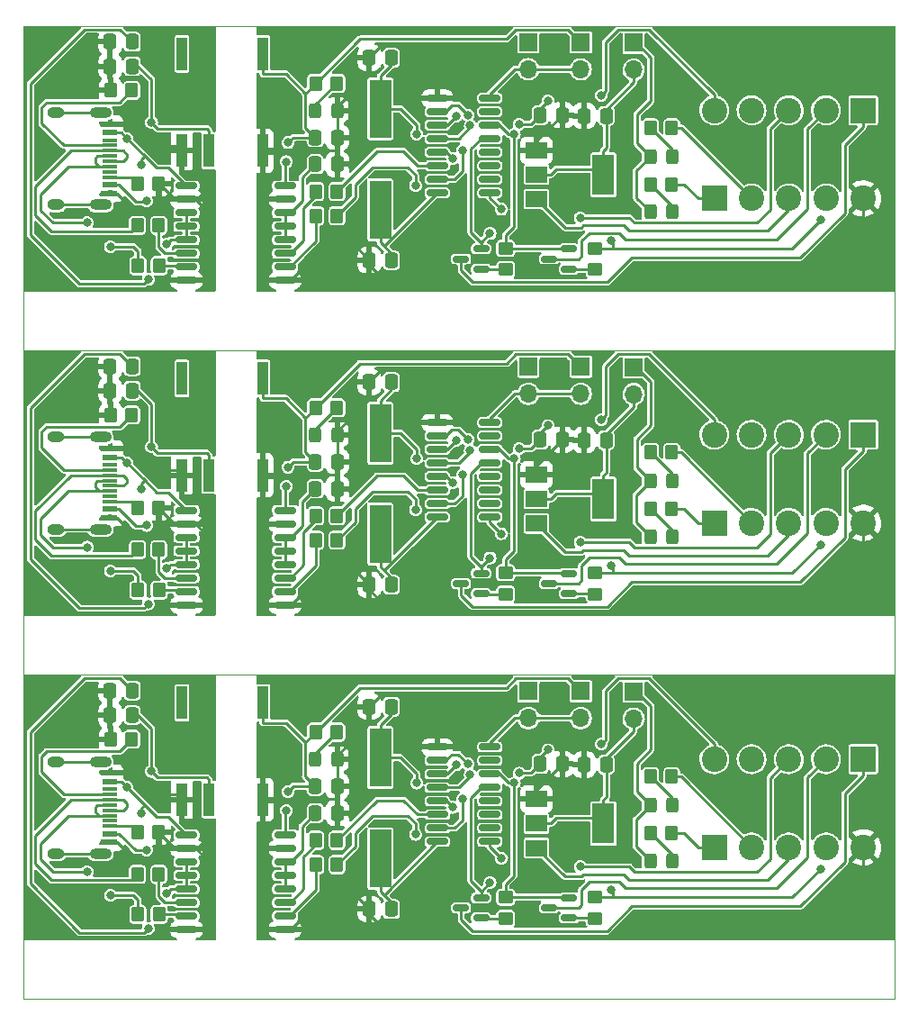
<source format=gbr>
%TF.GenerationSoftware,KiCad,Pcbnew,6.0.11-2627ca5db0~126~ubuntu20.04.1*%
%TF.CreationDate,2024-02-24T22:47:20-05:00*%
%TF.ProjectId,,58585858-5858-4585-9858-585858585858,rev?*%
%TF.SameCoordinates,Original*%
%TF.FileFunction,Copper,L1,Top*%
%TF.FilePolarity,Positive*%
%FSLAX46Y46*%
G04 Gerber Fmt 4.6, Leading zero omitted, Abs format (unit mm)*
G04 Created by KiCad (PCBNEW 6.0.11-2627ca5db0~126~ubuntu20.04.1) date 2024-02-24 22:47:20*
%MOMM*%
%LPD*%
G01*
G04 APERTURE LIST*
G04 Aperture macros list*
%AMRoundRect*
0 Rectangle with rounded corners*
0 $1 Rounding radius*
0 $2 $3 $4 $5 $6 $7 $8 $9 X,Y pos of 4 corners*
0 Add a 4 corners polygon primitive as box body*
4,1,4,$2,$3,$4,$5,$6,$7,$8,$9,$2,$3,0*
0 Add four circle primitives for the rounded corners*
1,1,$1+$1,$2,$3*
1,1,$1+$1,$4,$5*
1,1,$1+$1,$6,$7*
1,1,$1+$1,$8,$9*
0 Add four rect primitives between the rounded corners*
20,1,$1+$1,$2,$3,$4,$5,0*
20,1,$1+$1,$4,$5,$6,$7,0*
20,1,$1+$1,$6,$7,$8,$9,0*
20,1,$1+$1,$8,$9,$2,$3,0*%
G04 Aperture macros list end*
%TA.AperFunction,Profile*%
%ADD10C,0.100000*%
%TD*%
%TA.AperFunction,SMDPad,CuDef*%
%ADD11RoundRect,0.150000X0.587500X0.150000X-0.587500X0.150000X-0.587500X-0.150000X0.587500X-0.150000X0*%
%TD*%
%TA.AperFunction,SMDPad,CuDef*%
%ADD12RoundRect,0.250000X0.325000X0.450000X-0.325000X0.450000X-0.325000X-0.450000X0.325000X-0.450000X0*%
%TD*%
%TA.AperFunction,SMDPad,CuDef*%
%ADD13RoundRect,0.250000X0.350000X0.450000X-0.350000X0.450000X-0.350000X-0.450000X0.350000X-0.450000X0*%
%TD*%
%TA.AperFunction,SMDPad,CuDef*%
%ADD14RoundRect,0.250000X-0.337500X-0.475000X0.337500X-0.475000X0.337500X0.475000X-0.337500X0.475000X0*%
%TD*%
%TA.AperFunction,SMDPad,CuDef*%
%ADD15RoundRect,0.250000X-0.350000X-0.450000X0.350000X-0.450000X0.350000X0.450000X-0.350000X0.450000X0*%
%TD*%
%TA.AperFunction,SMDPad,CuDef*%
%ADD16RoundRect,0.250000X-0.450000X0.350000X-0.450000X-0.350000X0.450000X-0.350000X0.450000X0.350000X0*%
%TD*%
%TA.AperFunction,SMDPad,CuDef*%
%ADD17R,1.000000X3.100000*%
%TD*%
%TA.AperFunction,SMDPad,CuDef*%
%ADD18RoundRect,0.250000X0.337500X0.475000X-0.337500X0.475000X-0.337500X-0.475000X0.337500X-0.475000X0*%
%TD*%
%TA.AperFunction,ComponentPad*%
%ADD19R,1.700000X1.700000*%
%TD*%
%TA.AperFunction,ComponentPad*%
%ADD20O,1.700000X1.700000*%
%TD*%
%TA.AperFunction,SMDPad,CuDef*%
%ADD21R,2.000000X1.500000*%
%TD*%
%TA.AperFunction,SMDPad,CuDef*%
%ADD22R,2.000000X3.800000*%
%TD*%
%TA.AperFunction,ComponentPad*%
%ADD23R,2.400000X2.400000*%
%TD*%
%TA.AperFunction,ComponentPad*%
%ADD24C,2.400000*%
%TD*%
%TA.AperFunction,SMDPad,CuDef*%
%ADD25RoundRect,0.150000X-0.825000X-0.150000X0.825000X-0.150000X0.825000X0.150000X-0.825000X0.150000X0*%
%TD*%
%TA.AperFunction,SMDPad,CuDef*%
%ADD26R,2.000000X5.500000*%
%TD*%
%TA.AperFunction,SMDPad,CuDef*%
%ADD27R,1.450000X0.600000*%
%TD*%
%TA.AperFunction,SMDPad,CuDef*%
%ADD28R,1.450000X0.300000*%
%TD*%
%TA.AperFunction,ComponentPad*%
%ADD29O,1.600000X1.000000*%
%TD*%
%TA.AperFunction,ComponentPad*%
%ADD30O,2.100000X1.000000*%
%TD*%
%TA.AperFunction,SMDPad,CuDef*%
%ADD31RoundRect,0.150000X-0.875000X-0.150000X0.875000X-0.150000X0.875000X0.150000X-0.875000X0.150000X0*%
%TD*%
%TA.AperFunction,ViaPad*%
%ADD32C,0.800000*%
%TD*%
%TA.AperFunction,Conductor*%
%ADD33C,0.250000*%
%TD*%
G04 APERTURE END LIST*
D10*
X49377600Y-91886400D02*
X131377600Y-91886400D01*
X131377600Y-122386400D02*
X131377600Y-91886400D01*
X49377600Y-91886400D02*
X49377600Y-122386400D01*
X49377600Y-122386400D02*
X131377600Y-122386400D01*
X49377600Y-61386400D02*
X131377600Y-61386400D01*
X131377600Y-91886400D02*
X131377600Y-61386400D01*
X49377600Y-61386400D02*
X49377600Y-91886400D01*
X49377600Y-91886400D02*
X131377600Y-91886400D01*
X49377600Y-61386400D02*
X131377600Y-61386400D01*
X49377600Y-30886400D02*
X49377600Y-61386400D01*
X131377600Y-61386400D02*
X131377600Y-30886400D01*
X49377600Y-30886400D02*
X131377600Y-30886400D01*
D11*
%TO.P,Q1,1,B*%
%TO.N,Net-(Q1-Pad1)*%
X100733900Y-114756400D03*
%TO.P,Q1,2,E*%
%TO.N,/RTS*%
X100733900Y-112856400D03*
%TO.P,Q1,3,C*%
%TO.N,/EN*%
X98858900Y-113806400D03*
%TD*%
D12*
%TO.P,D3,1,K*%
%TO.N,Net-(D3-Pad1)*%
X110422600Y-109386400D03*
%TO.P,D3,2,A*%
%TO.N,VCC*%
X108372600Y-109386400D03*
%TD*%
D13*
%TO.P,R8,1*%
%TO.N,/RX*%
X110397600Y-101486400D03*
%TO.P,R8,2*%
%TO.N,Net-(D2-Pad1)*%
X108397600Y-101486400D03*
%TD*%
D14*
%TO.P,C6,1*%
%TO.N,Net-(C6-Pad1)*%
X97996900Y-100293600D03*
%TO.P,C6,2*%
%TO.N,GND2*%
X100071900Y-100293600D03*
%TD*%
D15*
%TO.P,R11,1*%
%TO.N,Net-(D3-Pad1)*%
X108397600Y-106786400D03*
%TO.P,R11,2*%
%TO.N,/TX*%
X110397600Y-106786400D03*
%TD*%
D16*
%TO.P,R10,1*%
%TO.N,/RTS*%
X94767200Y-112806400D03*
%TO.P,R10,2*%
%TO.N,Net-(Q2-Pad1)*%
X94767200Y-114806400D03*
%TD*%
D17*
%TO.P,PS1,1,GND*%
%TO.N,GND1*%
X64317600Y-103636400D03*
%TO.P,PS1,2,Vin*%
%TO.N,Net-(C1-Pad1)*%
X66857600Y-103636400D03*
%TO.P,PS1,4,0V*%
%TO.N,GND2*%
X71937600Y-103636400D03*
%TO.P,PS1,5,+Vo*%
%TO.N,+5V*%
X71937600Y-94536400D03*
%TO.P,PS1,8,NC*%
%TO.N,unconnected-(PS1-Pad8)*%
X64317600Y-94536400D03*
%TD*%
D18*
%TO.P,C7,1*%
%TO.N,Net-(C7-Pad1)*%
X84019100Y-94893400D03*
%TO.P,C7,2*%
%TO.N,GND2*%
X81944100Y-94893400D03*
%TD*%
D13*
%TO.P,R4,1*%
%TO.N,Net-(R4-Pad1)*%
X62177600Y-114431400D03*
%TO.P,R4,2*%
%TO.N,Net-(J1-PadA6)*%
X60177600Y-114431400D03*
%TD*%
D19*
%TO.P,RJ1,1,Pin_1*%
%TO.N,VCC*%
X106806800Y-93481400D03*
D20*
%TO.P,RJ1,2,Pin_2*%
%TO.N,+3.3V*%
X106806800Y-96021400D03*
%TD*%
D18*
%TO.P,C8,1*%
%TO.N,Net-(C8-Pad1)*%
X84019100Y-113923400D03*
%TO.P,C8,2*%
%TO.N,GND2*%
X81944100Y-113923400D03*
%TD*%
D14*
%TO.P,C3,1*%
%TO.N,Net-(C3-Pad1)*%
X76864100Y-104896400D03*
%TO.P,C3,2*%
%TO.N,GND2*%
X78939100Y-104896400D03*
%TD*%
D19*
%TO.P,RJ2,1,Pin_1*%
%TO.N,+5V*%
X101828400Y-93435600D03*
D20*
%TO.P,RJ2,2,Pin_2*%
%TO.N,VCC*%
X101828400Y-95975600D03*
%TD*%
D21*
%TO.P,U2,1,GND*%
%TO.N,GND2*%
X97662400Y-103581600D03*
%TO.P,U2,2,VO*%
%TO.N,+3.3V*%
X97662400Y-105881600D03*
D22*
X103962400Y-105881600D03*
D21*
%TO.P,U2,3,VI*%
%TO.N,+5V*%
X97662400Y-108181600D03*
%TD*%
D19*
%TO.P,RJ3,1,Pin_1*%
%TO.N,Net-(C6-Pad1)*%
X96900800Y-93430600D03*
D20*
%TO.P,RJ3,2,Pin_2*%
%TO.N,VCC*%
X96900800Y-95970600D03*
%TD*%
D23*
%TO.P,J2,1,Pin_1*%
%TO.N,/IO0*%
X128396800Y-99836400D03*
D24*
%TO.P,J2,2,Pin_2*%
%TO.N,/EN*%
X124896800Y-99836400D03*
%TO.P,J2,3,Pin_3*%
%TO.N,/CTS*%
X121396800Y-99836400D03*
%TO.P,J2,4,Pin_4*%
%TO.N,/DTR*%
X117896800Y-99836400D03*
%TO.P,J2,5,Pin_5*%
%TO.N,/RTS*%
X114396800Y-99836400D03*
%TD*%
D13*
%TO.P,R2,1*%
%TO.N,Net-(J1-PadA5)*%
X59597600Y-97958400D03*
%TO.P,R2,2*%
%TO.N,GND1*%
X57597600Y-97958400D03*
%TD*%
D25*
%TO.P,U3,1,GND*%
%TO.N,GND2*%
X88329800Y-98693400D03*
%TO.P,U3,2,TXD*%
%TO.N,/TX*%
X88329800Y-99963400D03*
%TO.P,U3,3,RXD*%
%TO.N,/RX*%
X88329800Y-101233400D03*
%TO.P,U3,4,V3*%
%TO.N,Net-(C6-Pad1)*%
X88329800Y-102503400D03*
%TO.P,U3,5,UD+*%
%TO.N,Net-(R5-Pad1)*%
X88329800Y-103773400D03*
%TO.P,U3,6,UD-*%
%TO.N,Net-(R6-Pad1)*%
X88329800Y-105043400D03*
%TO.P,U3,7,XI*%
%TO.N,Net-(C7-Pad1)*%
X88329800Y-106313400D03*
%TO.P,U3,8,XO*%
%TO.N,Net-(C8-Pad1)*%
X88329800Y-107583400D03*
%TO.P,U3,9,~{CTS}*%
%TO.N,/CTS*%
X93279800Y-107583400D03*
%TO.P,U3,10,~{DSR}*%
%TO.N,unconnected-(U3-Pad10)*%
X93279800Y-106313400D03*
%TO.P,U3,11,~{RI}*%
%TO.N,unconnected-(U3-Pad11)*%
X93279800Y-105043400D03*
%TO.P,U3,12,~{DCD}*%
%TO.N,unconnected-(U3-Pad12)*%
X93279800Y-103773400D03*
%TO.P,U3,13,~{DTR}*%
%TO.N,/DTR*%
X93279800Y-102503400D03*
%TO.P,U3,14,~{RTS}*%
%TO.N,/RTS*%
X93279800Y-101233400D03*
%TO.P,U3,15,R232*%
%TO.N,unconnected-(U3-Pad15)*%
X93279800Y-99963400D03*
%TO.P,U3,16,VCC*%
%TO.N,VCC*%
X93279800Y-98693400D03*
%TD*%
D26*
%TO.P,Y1,1,1*%
%TO.N,Net-(C7-Pad1)*%
X82981600Y-99686400D03*
%TO.P,Y1,2,2*%
%TO.N,Net-(C8-Pad1)*%
X82981600Y-109186400D03*
%TD*%
D18*
%TO.P,C1,1*%
%TO.N,Net-(C1-Pad1)*%
X59635100Y-95686400D03*
%TO.P,C1,2*%
%TO.N,GND1*%
X57560100Y-95686400D03*
%TD*%
D27*
%TO.P,J1,A1,GND*%
%TO.N,GND1*%
X57562600Y-101136400D03*
%TO.P,J1,A4,VBUS*%
%TO.N,Net-(C1-Pad1)*%
X57562600Y-101936400D03*
D28*
%TO.P,J1,A5,CC1*%
%TO.N,Net-(J1-PadA5)*%
X57562600Y-103136400D03*
%TO.P,J1,A6,D+*%
%TO.N,Net-(J1-PadA6)*%
X57562600Y-104136400D03*
%TO.P,J1,A7,D-*%
%TO.N,Net-(J1-PadA7)*%
X57562600Y-104636400D03*
%TO.P,J1,A8,SBU1*%
%TO.N,unconnected-(J1-PadA8)*%
X57562600Y-105636400D03*
D27*
%TO.P,J1,A9,VBUS*%
%TO.N,Net-(C1-Pad1)*%
X57562600Y-106836400D03*
%TO.P,J1,A12,GND*%
%TO.N,GND1*%
X57562600Y-107636400D03*
%TO.P,J1,B1,GND*%
X57562600Y-107636400D03*
%TO.P,J1,B4,VBUS*%
%TO.N,Net-(C1-Pad1)*%
X57562600Y-106836400D03*
D28*
%TO.P,J1,B5,CC2*%
%TO.N,Net-(J1-PadB5)*%
X57562600Y-106136400D03*
%TO.P,J1,B6,D+*%
%TO.N,Net-(J1-PadA6)*%
X57562600Y-105136400D03*
%TO.P,J1,B7,D-*%
%TO.N,Net-(J1-PadA7)*%
X57562600Y-103636400D03*
%TO.P,J1,B8,SBU2*%
%TO.N,unconnected-(J1-PadB8)*%
X57562600Y-102636400D03*
D27*
%TO.P,J1,B9,VBUS*%
%TO.N,Net-(C1-Pad1)*%
X57562600Y-101936400D03*
%TO.P,J1,B12,GND*%
%TO.N,GND1*%
X57562600Y-101136400D03*
D29*
%TO.P,J1,S1,SHIELD*%
%TO.N,unconnected-(J1-PadS1)*%
X52467600Y-100066400D03*
D30*
X56647600Y-100066400D03*
X56647600Y-108706400D03*
D29*
X52467600Y-108706400D03*
%TD*%
D31*
%TO.P,U1,1,VBUS1*%
%TO.N,Net-(C1-Pad1)*%
X64727600Y-106941400D03*
%TO.P,U1,2,GND1*%
%TO.N,GND1*%
X64727600Y-108211400D03*
%TO.P,U1,3,VDD1*%
%TO.N,Net-(C2-Pad1)*%
X64727600Y-109481400D03*
%TO.P,U1,4,PDEN*%
X64727600Y-110751400D03*
%TO.P,U1,5,SPU*%
X64727600Y-112021400D03*
%TO.P,U1,6,UD-*%
%TO.N,Net-(R3-Pad1)*%
X64727600Y-113291400D03*
%TO.P,U1,7,UD+*%
%TO.N,Net-(R4-Pad1)*%
X64727600Y-114561400D03*
%TO.P,U1,8,GND1*%
%TO.N,GND1*%
X64727600Y-115831400D03*
%TO.P,U1,9,GND2*%
%TO.N,GND2*%
X74027600Y-115831400D03*
%TO.P,U1,10,DD+*%
%TO.N,Net-(R5-Pad2)*%
X74027600Y-114561400D03*
%TO.P,U1,11,DD-*%
%TO.N,Net-(R6-Pad2)*%
X74027600Y-113291400D03*
%TO.P,U1,12,PIN*%
%TO.N,Net-(C3-Pad1)*%
X74027600Y-112021400D03*
%TO.P,U1,13,SPD*%
X74027600Y-110751400D03*
%TO.P,U1,14,VDD2*%
X74027600Y-109481400D03*
%TO.P,U1,15,GND2*%
%TO.N,GND2*%
X74027600Y-108211400D03*
%TO.P,U1,16,VBUS2*%
%TO.N,+5V*%
X74027600Y-106941400D03*
%TD*%
D13*
%TO.P,R6,1*%
%TO.N,Net-(R6-Pad1)*%
X78901600Y-107456400D03*
%TO.P,R6,2*%
%TO.N,Net-(R6-Pad2)*%
X76901600Y-107456400D03*
%TD*%
D23*
%TO.P,J3,1,Pin_1*%
%TO.N,/TX*%
X114396800Y-108118400D03*
D24*
%TO.P,J3,2,Pin_2*%
%TO.N,/RX*%
X117896800Y-108118400D03*
%TO.P,J3,3,Pin_3*%
%TO.N,+5V*%
X121396800Y-108118400D03*
%TO.P,J3,4,Pin_4*%
%TO.N,+3.3V*%
X124896800Y-108118400D03*
%TO.P,J3,5,Pin_5*%
%TO.N,GND2*%
X128396800Y-108118400D03*
%TD*%
D12*
%TO.P,D1,1,K*%
%TO.N,GND2*%
X78910600Y-99836400D03*
%TO.P,D1,2,A*%
%TO.N,Net-(D1-Pad2)*%
X76860600Y-99836400D03*
%TD*%
D18*
%TO.P,C5,1*%
%TO.N,+3.3V*%
X104237500Y-100344400D03*
%TO.P,C5,2*%
%TO.N,GND2*%
X102162500Y-100344400D03*
%TD*%
D13*
%TO.P,R3,1*%
%TO.N,Net-(R3-Pad1)*%
X62137600Y-110641400D03*
%TO.P,R3,2*%
%TO.N,Net-(J1-PadA7)*%
X60137600Y-110641400D03*
%TD*%
%TO.P,R5,1*%
%TO.N,Net-(R5-Pad1)*%
X78901600Y-109742400D03*
%TO.P,R5,2*%
%TO.N,Net-(R5-Pad2)*%
X76901600Y-109742400D03*
%TD*%
D15*
%TO.P,R1,1*%
%TO.N,Net-(J1-PadB5)*%
X60137600Y-106694400D03*
%TO.P,R1,2*%
%TO.N,GND1*%
X62137600Y-106694400D03*
%TD*%
D12*
%TO.P,D2,1,K*%
%TO.N,Net-(D2-Pad1)*%
X110422600Y-104186400D03*
%TO.P,D2,2,A*%
%TO.N,VCC*%
X108372600Y-104186400D03*
%TD*%
D18*
%TO.P,C2,1*%
%TO.N,Net-(C2-Pad1)*%
X59635100Y-93386400D03*
%TO.P,C2,2*%
%TO.N,GND1*%
X57560100Y-93386400D03*
%TD*%
D14*
%TO.P,C4,1*%
%TO.N,+5V*%
X76864100Y-102376400D03*
%TO.P,C4,2*%
%TO.N,GND2*%
X78939100Y-102376400D03*
%TD*%
D13*
%TO.P,R7,1*%
%TO.N,Net-(D1-Pad2)*%
X78885600Y-97296400D03*
%TO.P,R7,2*%
%TO.N,+5V*%
X76885600Y-97296400D03*
%TD*%
D11*
%TO.P,Q2,1,B*%
%TO.N,Net-(Q2-Pad1)*%
X92453500Y-114756400D03*
%TO.P,Q2,2,E*%
%TO.N,/DTR*%
X92453500Y-112856400D03*
%TO.P,Q2,3,C*%
%TO.N,/IO0*%
X90578500Y-113806400D03*
%TD*%
D16*
%TO.P,R9,1*%
%TO.N,/DTR*%
X103200000Y-112806400D03*
%TO.P,R9,2*%
%TO.N,Net-(Q1-Pad1)*%
X103200000Y-114806400D03*
%TD*%
D11*
%TO.P,Q1,1,B*%
%TO.N,Net-(Q1-Pad1)*%
X100733900Y-84256400D03*
%TO.P,Q1,2,E*%
%TO.N,/RTS*%
X100733900Y-82356400D03*
%TO.P,Q1,3,C*%
%TO.N,/EN*%
X98858900Y-83306400D03*
%TD*%
D12*
%TO.P,D3,1,K*%
%TO.N,Net-(D3-Pad1)*%
X110422600Y-78886400D03*
%TO.P,D3,2,A*%
%TO.N,VCC*%
X108372600Y-78886400D03*
%TD*%
D13*
%TO.P,R8,1*%
%TO.N,/RX*%
X110397600Y-70986400D03*
%TO.P,R8,2*%
%TO.N,Net-(D2-Pad1)*%
X108397600Y-70986400D03*
%TD*%
D14*
%TO.P,C6,1*%
%TO.N,Net-(C6-Pad1)*%
X97996900Y-69793600D03*
%TO.P,C6,2*%
%TO.N,GND2*%
X100071900Y-69793600D03*
%TD*%
D15*
%TO.P,R11,1*%
%TO.N,Net-(D3-Pad1)*%
X108397600Y-76286400D03*
%TO.P,R11,2*%
%TO.N,/TX*%
X110397600Y-76286400D03*
%TD*%
D16*
%TO.P,R10,1*%
%TO.N,/RTS*%
X94767200Y-82306400D03*
%TO.P,R10,2*%
%TO.N,Net-(Q2-Pad1)*%
X94767200Y-84306400D03*
%TD*%
D17*
%TO.P,PS1,1,GND*%
%TO.N,GND1*%
X64317600Y-73136400D03*
%TO.P,PS1,2,Vin*%
%TO.N,Net-(C1-Pad1)*%
X66857600Y-73136400D03*
%TO.P,PS1,4,0V*%
%TO.N,GND2*%
X71937600Y-73136400D03*
%TO.P,PS1,5,+Vo*%
%TO.N,+5V*%
X71937600Y-64036400D03*
%TO.P,PS1,8,NC*%
%TO.N,unconnected-(PS1-Pad8)*%
X64317600Y-64036400D03*
%TD*%
D18*
%TO.P,C7,1*%
%TO.N,Net-(C7-Pad1)*%
X84019100Y-64393400D03*
%TO.P,C7,2*%
%TO.N,GND2*%
X81944100Y-64393400D03*
%TD*%
D13*
%TO.P,R4,1*%
%TO.N,Net-(R4-Pad1)*%
X62177600Y-83931400D03*
%TO.P,R4,2*%
%TO.N,Net-(J1-PadA6)*%
X60177600Y-83931400D03*
%TD*%
D19*
%TO.P,RJ1,1,Pin_1*%
%TO.N,VCC*%
X106806800Y-62981400D03*
D20*
%TO.P,RJ1,2,Pin_2*%
%TO.N,+3.3V*%
X106806800Y-65521400D03*
%TD*%
D18*
%TO.P,C8,1*%
%TO.N,Net-(C8-Pad1)*%
X84019100Y-83423400D03*
%TO.P,C8,2*%
%TO.N,GND2*%
X81944100Y-83423400D03*
%TD*%
D14*
%TO.P,C3,1*%
%TO.N,Net-(C3-Pad1)*%
X76864100Y-74396400D03*
%TO.P,C3,2*%
%TO.N,GND2*%
X78939100Y-74396400D03*
%TD*%
D19*
%TO.P,RJ2,1,Pin_1*%
%TO.N,+5V*%
X101828400Y-62935600D03*
D20*
%TO.P,RJ2,2,Pin_2*%
%TO.N,VCC*%
X101828400Y-65475600D03*
%TD*%
D21*
%TO.P,U2,1,GND*%
%TO.N,GND2*%
X97662400Y-73081600D03*
%TO.P,U2,2,VO*%
%TO.N,+3.3V*%
X97662400Y-75381600D03*
D22*
X103962400Y-75381600D03*
D21*
%TO.P,U2,3,VI*%
%TO.N,+5V*%
X97662400Y-77681600D03*
%TD*%
D19*
%TO.P,RJ3,1,Pin_1*%
%TO.N,Net-(C6-Pad1)*%
X96900800Y-62930600D03*
D20*
%TO.P,RJ3,2,Pin_2*%
%TO.N,VCC*%
X96900800Y-65470600D03*
%TD*%
D23*
%TO.P,J2,1,Pin_1*%
%TO.N,/IO0*%
X128396800Y-69336400D03*
D24*
%TO.P,J2,2,Pin_2*%
%TO.N,/EN*%
X124896800Y-69336400D03*
%TO.P,J2,3,Pin_3*%
%TO.N,/CTS*%
X121396800Y-69336400D03*
%TO.P,J2,4,Pin_4*%
%TO.N,/DTR*%
X117896800Y-69336400D03*
%TO.P,J2,5,Pin_5*%
%TO.N,/RTS*%
X114396800Y-69336400D03*
%TD*%
D13*
%TO.P,R2,1*%
%TO.N,Net-(J1-PadA5)*%
X59597600Y-67458400D03*
%TO.P,R2,2*%
%TO.N,GND1*%
X57597600Y-67458400D03*
%TD*%
D25*
%TO.P,U3,1,GND*%
%TO.N,GND2*%
X88329800Y-68193400D03*
%TO.P,U3,2,TXD*%
%TO.N,/TX*%
X88329800Y-69463400D03*
%TO.P,U3,3,RXD*%
%TO.N,/RX*%
X88329800Y-70733400D03*
%TO.P,U3,4,V3*%
%TO.N,Net-(C6-Pad1)*%
X88329800Y-72003400D03*
%TO.P,U3,5,UD+*%
%TO.N,Net-(R5-Pad1)*%
X88329800Y-73273400D03*
%TO.P,U3,6,UD-*%
%TO.N,Net-(R6-Pad1)*%
X88329800Y-74543400D03*
%TO.P,U3,7,XI*%
%TO.N,Net-(C7-Pad1)*%
X88329800Y-75813400D03*
%TO.P,U3,8,XO*%
%TO.N,Net-(C8-Pad1)*%
X88329800Y-77083400D03*
%TO.P,U3,9,~{CTS}*%
%TO.N,/CTS*%
X93279800Y-77083400D03*
%TO.P,U3,10,~{DSR}*%
%TO.N,unconnected-(U3-Pad10)*%
X93279800Y-75813400D03*
%TO.P,U3,11,~{RI}*%
%TO.N,unconnected-(U3-Pad11)*%
X93279800Y-74543400D03*
%TO.P,U3,12,~{DCD}*%
%TO.N,unconnected-(U3-Pad12)*%
X93279800Y-73273400D03*
%TO.P,U3,13,~{DTR}*%
%TO.N,/DTR*%
X93279800Y-72003400D03*
%TO.P,U3,14,~{RTS}*%
%TO.N,/RTS*%
X93279800Y-70733400D03*
%TO.P,U3,15,R232*%
%TO.N,unconnected-(U3-Pad15)*%
X93279800Y-69463400D03*
%TO.P,U3,16,VCC*%
%TO.N,VCC*%
X93279800Y-68193400D03*
%TD*%
D26*
%TO.P,Y1,1,1*%
%TO.N,Net-(C7-Pad1)*%
X82981600Y-69186400D03*
%TO.P,Y1,2,2*%
%TO.N,Net-(C8-Pad1)*%
X82981600Y-78686400D03*
%TD*%
D18*
%TO.P,C1,1*%
%TO.N,Net-(C1-Pad1)*%
X59635100Y-65186400D03*
%TO.P,C1,2*%
%TO.N,GND1*%
X57560100Y-65186400D03*
%TD*%
D27*
%TO.P,J1,A1,GND*%
%TO.N,GND1*%
X57562600Y-70636400D03*
%TO.P,J1,A4,VBUS*%
%TO.N,Net-(C1-Pad1)*%
X57562600Y-71436400D03*
D28*
%TO.P,J1,A5,CC1*%
%TO.N,Net-(J1-PadA5)*%
X57562600Y-72636400D03*
%TO.P,J1,A6,D+*%
%TO.N,Net-(J1-PadA6)*%
X57562600Y-73636400D03*
%TO.P,J1,A7,D-*%
%TO.N,Net-(J1-PadA7)*%
X57562600Y-74136400D03*
%TO.P,J1,A8,SBU1*%
%TO.N,unconnected-(J1-PadA8)*%
X57562600Y-75136400D03*
D27*
%TO.P,J1,A9,VBUS*%
%TO.N,Net-(C1-Pad1)*%
X57562600Y-76336400D03*
%TO.P,J1,A12,GND*%
%TO.N,GND1*%
X57562600Y-77136400D03*
%TO.P,J1,B1,GND*%
X57562600Y-77136400D03*
%TO.P,J1,B4,VBUS*%
%TO.N,Net-(C1-Pad1)*%
X57562600Y-76336400D03*
D28*
%TO.P,J1,B5,CC2*%
%TO.N,Net-(J1-PadB5)*%
X57562600Y-75636400D03*
%TO.P,J1,B6,D+*%
%TO.N,Net-(J1-PadA6)*%
X57562600Y-74636400D03*
%TO.P,J1,B7,D-*%
%TO.N,Net-(J1-PadA7)*%
X57562600Y-73136400D03*
%TO.P,J1,B8,SBU2*%
%TO.N,unconnected-(J1-PadB8)*%
X57562600Y-72136400D03*
D27*
%TO.P,J1,B9,VBUS*%
%TO.N,Net-(C1-Pad1)*%
X57562600Y-71436400D03*
%TO.P,J1,B12,GND*%
%TO.N,GND1*%
X57562600Y-70636400D03*
D29*
%TO.P,J1,S1,SHIELD*%
%TO.N,unconnected-(J1-PadS1)*%
X52467600Y-69566400D03*
D30*
X56647600Y-69566400D03*
X56647600Y-78206400D03*
D29*
X52467600Y-78206400D03*
%TD*%
D31*
%TO.P,U1,1,VBUS1*%
%TO.N,Net-(C1-Pad1)*%
X64727600Y-76441400D03*
%TO.P,U1,2,GND1*%
%TO.N,GND1*%
X64727600Y-77711400D03*
%TO.P,U1,3,VDD1*%
%TO.N,Net-(C2-Pad1)*%
X64727600Y-78981400D03*
%TO.P,U1,4,PDEN*%
X64727600Y-80251400D03*
%TO.P,U1,5,SPU*%
X64727600Y-81521400D03*
%TO.P,U1,6,UD-*%
%TO.N,Net-(R3-Pad1)*%
X64727600Y-82791400D03*
%TO.P,U1,7,UD+*%
%TO.N,Net-(R4-Pad1)*%
X64727600Y-84061400D03*
%TO.P,U1,8,GND1*%
%TO.N,GND1*%
X64727600Y-85331400D03*
%TO.P,U1,9,GND2*%
%TO.N,GND2*%
X74027600Y-85331400D03*
%TO.P,U1,10,DD+*%
%TO.N,Net-(R5-Pad2)*%
X74027600Y-84061400D03*
%TO.P,U1,11,DD-*%
%TO.N,Net-(R6-Pad2)*%
X74027600Y-82791400D03*
%TO.P,U1,12,PIN*%
%TO.N,Net-(C3-Pad1)*%
X74027600Y-81521400D03*
%TO.P,U1,13,SPD*%
X74027600Y-80251400D03*
%TO.P,U1,14,VDD2*%
X74027600Y-78981400D03*
%TO.P,U1,15,GND2*%
%TO.N,GND2*%
X74027600Y-77711400D03*
%TO.P,U1,16,VBUS2*%
%TO.N,+5V*%
X74027600Y-76441400D03*
%TD*%
D13*
%TO.P,R6,1*%
%TO.N,Net-(R6-Pad1)*%
X78901600Y-76956400D03*
%TO.P,R6,2*%
%TO.N,Net-(R6-Pad2)*%
X76901600Y-76956400D03*
%TD*%
D23*
%TO.P,J3,1,Pin_1*%
%TO.N,/TX*%
X114396800Y-77618400D03*
D24*
%TO.P,J3,2,Pin_2*%
%TO.N,/RX*%
X117896800Y-77618400D03*
%TO.P,J3,3,Pin_3*%
%TO.N,+5V*%
X121396800Y-77618400D03*
%TO.P,J3,4,Pin_4*%
%TO.N,+3.3V*%
X124896800Y-77618400D03*
%TO.P,J3,5,Pin_5*%
%TO.N,GND2*%
X128396800Y-77618400D03*
%TD*%
D12*
%TO.P,D1,1,K*%
%TO.N,GND2*%
X78910600Y-69336400D03*
%TO.P,D1,2,A*%
%TO.N,Net-(D1-Pad2)*%
X76860600Y-69336400D03*
%TD*%
D18*
%TO.P,C5,1*%
%TO.N,+3.3V*%
X104237500Y-69844400D03*
%TO.P,C5,2*%
%TO.N,GND2*%
X102162500Y-69844400D03*
%TD*%
D13*
%TO.P,R3,1*%
%TO.N,Net-(R3-Pad1)*%
X62137600Y-80141400D03*
%TO.P,R3,2*%
%TO.N,Net-(J1-PadA7)*%
X60137600Y-80141400D03*
%TD*%
%TO.P,R5,1*%
%TO.N,Net-(R5-Pad1)*%
X78901600Y-79242400D03*
%TO.P,R5,2*%
%TO.N,Net-(R5-Pad2)*%
X76901600Y-79242400D03*
%TD*%
D15*
%TO.P,R1,1*%
%TO.N,Net-(J1-PadB5)*%
X60137600Y-76194400D03*
%TO.P,R1,2*%
%TO.N,GND1*%
X62137600Y-76194400D03*
%TD*%
D12*
%TO.P,D2,1,K*%
%TO.N,Net-(D2-Pad1)*%
X110422600Y-73686400D03*
%TO.P,D2,2,A*%
%TO.N,VCC*%
X108372600Y-73686400D03*
%TD*%
D18*
%TO.P,C2,1*%
%TO.N,Net-(C2-Pad1)*%
X59635100Y-62886400D03*
%TO.P,C2,2*%
%TO.N,GND1*%
X57560100Y-62886400D03*
%TD*%
D14*
%TO.P,C4,1*%
%TO.N,+5V*%
X76864100Y-71876400D03*
%TO.P,C4,2*%
%TO.N,GND2*%
X78939100Y-71876400D03*
%TD*%
D13*
%TO.P,R7,1*%
%TO.N,Net-(D1-Pad2)*%
X78885600Y-66796400D03*
%TO.P,R7,2*%
%TO.N,+5V*%
X76885600Y-66796400D03*
%TD*%
D11*
%TO.P,Q2,1,B*%
%TO.N,Net-(Q2-Pad1)*%
X92453500Y-84256400D03*
%TO.P,Q2,2,E*%
%TO.N,/DTR*%
X92453500Y-82356400D03*
%TO.P,Q2,3,C*%
%TO.N,/IO0*%
X90578500Y-83306400D03*
%TD*%
D16*
%TO.P,R9,1*%
%TO.N,/DTR*%
X103200000Y-82306400D03*
%TO.P,R9,2*%
%TO.N,Net-(Q1-Pad1)*%
X103200000Y-84306400D03*
%TD*%
D13*
%TO.P,R6,1*%
%TO.N,Net-(R6-Pad1)*%
X78901600Y-46456400D03*
%TO.P,R6,2*%
%TO.N,Net-(R6-Pad2)*%
X76901600Y-46456400D03*
%TD*%
%TO.P,R7,1*%
%TO.N,Net-(D1-Pad2)*%
X78885600Y-36296400D03*
%TO.P,R7,2*%
%TO.N,+5V*%
X76885600Y-36296400D03*
%TD*%
%TO.P,R5,1*%
%TO.N,Net-(R5-Pad1)*%
X78901600Y-48742400D03*
%TO.P,R5,2*%
%TO.N,Net-(R5-Pad2)*%
X76901600Y-48742400D03*
%TD*%
D14*
%TO.P,C4,1*%
%TO.N,+5V*%
X76864100Y-41376400D03*
%TO.P,C4,2*%
%TO.N,GND2*%
X78939100Y-41376400D03*
%TD*%
D12*
%TO.P,D2,1,K*%
%TO.N,Net-(D2-Pad1)*%
X110422600Y-43186400D03*
%TO.P,D2,2,A*%
%TO.N,VCC*%
X108372600Y-43186400D03*
%TD*%
D26*
%TO.P,Y1,1,1*%
%TO.N,Net-(C7-Pad1)*%
X82981600Y-38686400D03*
%TO.P,Y1,2,2*%
%TO.N,Net-(C8-Pad1)*%
X82981600Y-48186400D03*
%TD*%
D13*
%TO.P,R3,1*%
%TO.N,Net-(R3-Pad1)*%
X62137600Y-49641400D03*
%TO.P,R3,2*%
%TO.N,Net-(J1-PadA7)*%
X60137600Y-49641400D03*
%TD*%
D15*
%TO.P,R1,1*%
%TO.N,Net-(J1-PadB5)*%
X60137600Y-45694400D03*
%TO.P,R1,2*%
%TO.N,GND1*%
X62137600Y-45694400D03*
%TD*%
D31*
%TO.P,U1,1,VBUS1*%
%TO.N,Net-(C1-Pad1)*%
X64727600Y-45941400D03*
%TO.P,U1,2,GND1*%
%TO.N,GND1*%
X64727600Y-47211400D03*
%TO.P,U1,3,VDD1*%
%TO.N,Net-(C2-Pad1)*%
X64727600Y-48481400D03*
%TO.P,U1,4,PDEN*%
X64727600Y-49751400D03*
%TO.P,U1,5,SPU*%
X64727600Y-51021400D03*
%TO.P,U1,6,UD-*%
%TO.N,Net-(R3-Pad1)*%
X64727600Y-52291400D03*
%TO.P,U1,7,UD+*%
%TO.N,Net-(R4-Pad1)*%
X64727600Y-53561400D03*
%TO.P,U1,8,GND1*%
%TO.N,GND1*%
X64727600Y-54831400D03*
%TO.P,U1,9,GND2*%
%TO.N,GND2*%
X74027600Y-54831400D03*
%TO.P,U1,10,DD+*%
%TO.N,Net-(R5-Pad2)*%
X74027600Y-53561400D03*
%TO.P,U1,11,DD-*%
%TO.N,Net-(R6-Pad2)*%
X74027600Y-52291400D03*
%TO.P,U1,12,PIN*%
%TO.N,Net-(C3-Pad1)*%
X74027600Y-51021400D03*
%TO.P,U1,13,SPD*%
X74027600Y-49751400D03*
%TO.P,U1,14,VDD2*%
X74027600Y-48481400D03*
%TO.P,U1,15,GND2*%
%TO.N,GND2*%
X74027600Y-47211400D03*
%TO.P,U1,16,VBUS2*%
%TO.N,+5V*%
X74027600Y-45941400D03*
%TD*%
D18*
%TO.P,C1,1*%
%TO.N,Net-(C1-Pad1)*%
X59635100Y-34686400D03*
%TO.P,C1,2*%
%TO.N,GND1*%
X57560100Y-34686400D03*
%TD*%
D27*
%TO.P,J1,A1,GND*%
%TO.N,GND1*%
X57562600Y-40136400D03*
%TO.P,J1,A4,VBUS*%
%TO.N,Net-(C1-Pad1)*%
X57562600Y-40936400D03*
D28*
%TO.P,J1,A5,CC1*%
%TO.N,Net-(J1-PadA5)*%
X57562600Y-42136400D03*
%TO.P,J1,A6,D+*%
%TO.N,Net-(J1-PadA6)*%
X57562600Y-43136400D03*
%TO.P,J1,A7,D-*%
%TO.N,Net-(J1-PadA7)*%
X57562600Y-43636400D03*
%TO.P,J1,A8,SBU1*%
%TO.N,unconnected-(J1-PadA8)*%
X57562600Y-44636400D03*
D27*
%TO.P,J1,A9,VBUS*%
%TO.N,Net-(C1-Pad1)*%
X57562600Y-45836400D03*
%TO.P,J1,A12,GND*%
%TO.N,GND1*%
X57562600Y-46636400D03*
%TO.P,J1,B1,GND*%
X57562600Y-46636400D03*
%TO.P,J1,B4,VBUS*%
%TO.N,Net-(C1-Pad1)*%
X57562600Y-45836400D03*
D28*
%TO.P,J1,B5,CC2*%
%TO.N,Net-(J1-PadB5)*%
X57562600Y-45136400D03*
%TO.P,J1,B6,D+*%
%TO.N,Net-(J1-PadA6)*%
X57562600Y-44136400D03*
%TO.P,J1,B7,D-*%
%TO.N,Net-(J1-PadA7)*%
X57562600Y-42636400D03*
%TO.P,J1,B8,SBU2*%
%TO.N,unconnected-(J1-PadB8)*%
X57562600Y-41636400D03*
D27*
%TO.P,J1,B9,VBUS*%
%TO.N,Net-(C1-Pad1)*%
X57562600Y-40936400D03*
%TO.P,J1,B12,GND*%
%TO.N,GND1*%
X57562600Y-40136400D03*
D29*
%TO.P,J1,S1,SHIELD*%
%TO.N,unconnected-(J1-PadS1)*%
X52467600Y-39066400D03*
D30*
X56647600Y-39066400D03*
X56647600Y-47706400D03*
D29*
X52467600Y-47706400D03*
%TD*%
D18*
%TO.P,C2,1*%
%TO.N,Net-(C2-Pad1)*%
X59635100Y-32386400D03*
%TO.P,C2,2*%
%TO.N,GND1*%
X57560100Y-32386400D03*
%TD*%
D11*
%TO.P,Q2,1,B*%
%TO.N,Net-(Q2-Pad1)*%
X92453500Y-53756400D03*
%TO.P,Q2,2,E*%
%TO.N,/DTR*%
X92453500Y-51856400D03*
%TO.P,Q2,3,C*%
%TO.N,/IO0*%
X90578500Y-52806400D03*
%TD*%
D12*
%TO.P,D1,1,K*%
%TO.N,GND2*%
X78910600Y-38836400D03*
%TO.P,D1,2,A*%
%TO.N,Net-(D1-Pad2)*%
X76860600Y-38836400D03*
%TD*%
D18*
%TO.P,C5,1*%
%TO.N,+3.3V*%
X104237500Y-39344400D03*
%TO.P,C5,2*%
%TO.N,GND2*%
X102162500Y-39344400D03*
%TD*%
D23*
%TO.P,J3,1,Pin_1*%
%TO.N,/TX*%
X114396800Y-47118400D03*
D24*
%TO.P,J3,2,Pin_2*%
%TO.N,/RX*%
X117896800Y-47118400D03*
%TO.P,J3,3,Pin_3*%
%TO.N,+5V*%
X121396800Y-47118400D03*
%TO.P,J3,4,Pin_4*%
%TO.N,+3.3V*%
X124896800Y-47118400D03*
%TO.P,J3,5,Pin_5*%
%TO.N,GND2*%
X128396800Y-47118400D03*
%TD*%
D16*
%TO.P,R9,1*%
%TO.N,/DTR*%
X103200000Y-51806400D03*
%TO.P,R9,2*%
%TO.N,Net-(Q1-Pad1)*%
X103200000Y-53806400D03*
%TD*%
D25*
%TO.P,U3,1,GND*%
%TO.N,GND2*%
X88329800Y-37693400D03*
%TO.P,U3,2,TXD*%
%TO.N,/TX*%
X88329800Y-38963400D03*
%TO.P,U3,3,RXD*%
%TO.N,/RX*%
X88329800Y-40233400D03*
%TO.P,U3,4,V3*%
%TO.N,Net-(C6-Pad1)*%
X88329800Y-41503400D03*
%TO.P,U3,5,UD+*%
%TO.N,Net-(R5-Pad1)*%
X88329800Y-42773400D03*
%TO.P,U3,6,UD-*%
%TO.N,Net-(R6-Pad1)*%
X88329800Y-44043400D03*
%TO.P,U3,7,XI*%
%TO.N,Net-(C7-Pad1)*%
X88329800Y-45313400D03*
%TO.P,U3,8,XO*%
%TO.N,Net-(C8-Pad1)*%
X88329800Y-46583400D03*
%TO.P,U3,9,~{CTS}*%
%TO.N,/CTS*%
X93279800Y-46583400D03*
%TO.P,U3,10,~{DSR}*%
%TO.N,unconnected-(U3-Pad10)*%
X93279800Y-45313400D03*
%TO.P,U3,11,~{RI}*%
%TO.N,unconnected-(U3-Pad11)*%
X93279800Y-44043400D03*
%TO.P,U3,12,~{DCD}*%
%TO.N,unconnected-(U3-Pad12)*%
X93279800Y-42773400D03*
%TO.P,U3,13,~{DTR}*%
%TO.N,/DTR*%
X93279800Y-41503400D03*
%TO.P,U3,14,~{RTS}*%
%TO.N,/RTS*%
X93279800Y-40233400D03*
%TO.P,U3,15,R232*%
%TO.N,unconnected-(U3-Pad15)*%
X93279800Y-38963400D03*
%TO.P,U3,16,VCC*%
%TO.N,VCC*%
X93279800Y-37693400D03*
%TD*%
D13*
%TO.P,R2,1*%
%TO.N,Net-(J1-PadA5)*%
X59597600Y-36958400D03*
%TO.P,R2,2*%
%TO.N,GND1*%
X57597600Y-36958400D03*
%TD*%
D23*
%TO.P,J2,1,Pin_1*%
%TO.N,/IO0*%
X128396800Y-38836400D03*
D24*
%TO.P,J2,2,Pin_2*%
%TO.N,/EN*%
X124896800Y-38836400D03*
%TO.P,J2,3,Pin_3*%
%TO.N,/CTS*%
X121396800Y-38836400D03*
%TO.P,J2,4,Pin_4*%
%TO.N,/DTR*%
X117896800Y-38836400D03*
%TO.P,J2,5,Pin_5*%
%TO.N,/RTS*%
X114396800Y-38836400D03*
%TD*%
D19*
%TO.P,RJ3,1,Pin_1*%
%TO.N,Net-(C6-Pad1)*%
X96900800Y-32430600D03*
D20*
%TO.P,RJ3,2,Pin_2*%
%TO.N,VCC*%
X96900800Y-34970600D03*
%TD*%
D21*
%TO.P,U2,1,GND*%
%TO.N,GND2*%
X97662400Y-42581600D03*
%TO.P,U2,2,VO*%
%TO.N,+3.3V*%
X97662400Y-44881600D03*
D22*
X103962400Y-44881600D03*
D21*
%TO.P,U2,3,VI*%
%TO.N,+5V*%
X97662400Y-47181600D03*
%TD*%
D19*
%TO.P,RJ2,1,Pin_1*%
%TO.N,+5V*%
X101828400Y-32435600D03*
D20*
%TO.P,RJ2,2,Pin_2*%
%TO.N,VCC*%
X101828400Y-34975600D03*
%TD*%
D14*
%TO.P,C3,1*%
%TO.N,Net-(C3-Pad1)*%
X76864100Y-43896400D03*
%TO.P,C3,2*%
%TO.N,GND2*%
X78939100Y-43896400D03*
%TD*%
D18*
%TO.P,C8,1*%
%TO.N,Net-(C8-Pad1)*%
X84019100Y-52923400D03*
%TO.P,C8,2*%
%TO.N,GND2*%
X81944100Y-52923400D03*
%TD*%
D19*
%TO.P,RJ1,1,Pin_1*%
%TO.N,VCC*%
X106806800Y-32481400D03*
D20*
%TO.P,RJ1,2,Pin_2*%
%TO.N,+3.3V*%
X106806800Y-35021400D03*
%TD*%
D13*
%TO.P,R4,1*%
%TO.N,Net-(R4-Pad1)*%
X62177600Y-53431400D03*
%TO.P,R4,2*%
%TO.N,Net-(J1-PadA6)*%
X60177600Y-53431400D03*
%TD*%
D18*
%TO.P,C7,1*%
%TO.N,Net-(C7-Pad1)*%
X84019100Y-33893400D03*
%TO.P,C7,2*%
%TO.N,GND2*%
X81944100Y-33893400D03*
%TD*%
D17*
%TO.P,PS1,1,GND*%
%TO.N,GND1*%
X64317600Y-42636400D03*
%TO.P,PS1,2,Vin*%
%TO.N,Net-(C1-Pad1)*%
X66857600Y-42636400D03*
%TO.P,PS1,4,0V*%
%TO.N,GND2*%
X71937600Y-42636400D03*
%TO.P,PS1,5,+Vo*%
%TO.N,+5V*%
X71937600Y-33536400D03*
%TO.P,PS1,8,NC*%
%TO.N,unconnected-(PS1-Pad8)*%
X64317600Y-33536400D03*
%TD*%
D16*
%TO.P,R10,1*%
%TO.N,/RTS*%
X94767200Y-51806400D03*
%TO.P,R10,2*%
%TO.N,Net-(Q2-Pad1)*%
X94767200Y-53806400D03*
%TD*%
D15*
%TO.P,R11,1*%
%TO.N,Net-(D3-Pad1)*%
X108397600Y-45786400D03*
%TO.P,R11,2*%
%TO.N,/TX*%
X110397600Y-45786400D03*
%TD*%
D14*
%TO.P,C6,1*%
%TO.N,Net-(C6-Pad1)*%
X97996900Y-39293600D03*
%TO.P,C6,2*%
%TO.N,GND2*%
X100071900Y-39293600D03*
%TD*%
D13*
%TO.P,R8,1*%
%TO.N,/RX*%
X110397600Y-40486400D03*
%TO.P,R8,2*%
%TO.N,Net-(D2-Pad1)*%
X108397600Y-40486400D03*
%TD*%
D12*
%TO.P,D3,1,K*%
%TO.N,Net-(D3-Pad1)*%
X110422600Y-48386400D03*
%TO.P,D3,2,A*%
%TO.N,VCC*%
X108372600Y-48386400D03*
%TD*%
D11*
%TO.P,Q1,1,B*%
%TO.N,Net-(Q1-Pad1)*%
X100733900Y-53756400D03*
%TO.P,Q1,2,E*%
%TO.N,/RTS*%
X100733900Y-51856400D03*
%TO.P,Q1,3,C*%
%TO.N,/EN*%
X98858900Y-52806400D03*
%TD*%
D32*
%TO.N,+5V*%
X74142400Y-104662400D03*
X74294800Y-102871100D03*
%TO.N,Net-(R5-Pad1)*%
X89788800Y-104357600D03*
X86283600Y-106897600D03*
%TO.N,/CTS*%
X101777600Y-109945600D03*
X94360800Y-109132800D03*
%TO.N,/DTR*%
X93294000Y-111418800D03*
X104724000Y-112092500D03*
X124385000Y-110150700D03*
%TO.N,/RTS*%
X103763499Y-98418699D03*
X95574600Y-102066200D03*
%TO.N,/RX*%
X90107700Y-100371700D03*
%TO.N,/TX*%
X91228086Y-100275912D03*
%TO.N,Net-(C6-Pad1)*%
X91427700Y-101271312D03*
X98745000Y-98945500D03*
X96028723Y-101143900D03*
%TO.N,Net-(J1-PadA6)*%
X57581600Y-112638000D03*
X55397200Y-110402800D03*
%TO.N,Net-(C7-Pad1)*%
X86385200Y-102071600D03*
%TO.N,GND2*%
X75971200Y-92368800D03*
X130886000Y-104002000D03*
X130886000Y-116346400D03*
X71754800Y-111266400D03*
X92176400Y-96940800D03*
X89636400Y-116397200D03*
X119862400Y-92368800D03*
X80276901Y-105056501D03*
X130886000Y-92368800D03*
X109956400Y-92368800D03*
X71754800Y-116397200D03*
X72974000Y-92368800D03*
X80695600Y-92318000D03*
X75971200Y-116397200D03*
X119862400Y-116346400D03*
X80898800Y-116448000D03*
X95173600Y-98718800D03*
X89636400Y-92368800D03*
X71805600Y-100801600D03*
X109956400Y-116346400D03*
X81051200Y-110860000D03*
%TO.N,Net-(C2-Pad1)*%
X61137600Y-115736800D03*
X62880449Y-112416451D03*
%TO.N,GND1*%
X60680400Y-99582400D03*
X49961600Y-92318000D03*
X62661600Y-92318000D03*
X67081200Y-111114000D03*
X49961600Y-112688800D03*
X67081200Y-100750800D03*
X49961600Y-116397200D03*
X67081200Y-92318000D03*
X67081200Y-106034000D03*
X55905200Y-95772400D03*
X62661600Y-116397200D03*
%TO.N,Net-(C7-Pad1)*%
X90703200Y-103595600D03*
%TO.N,GND1*%
X49961600Y-95366000D03*
%TO.N,Net-(C1-Pad1)*%
X60985200Y-108357500D03*
%TO.N,GND1*%
X66979600Y-116397200D03*
%TO.N,Net-(C1-Pad1)*%
X59153400Y-102476800D03*
X61455200Y-100976100D03*
X60528000Y-104916400D03*
%TO.N,+5V*%
X74142400Y-74162400D03*
X74294800Y-72371100D03*
%TO.N,Net-(R5-Pad1)*%
X89788800Y-73857600D03*
X86283600Y-76397600D03*
%TO.N,/CTS*%
X101777600Y-79445600D03*
X94360800Y-78632800D03*
%TO.N,/DTR*%
X93294000Y-80918800D03*
X104724000Y-81592500D03*
X124385000Y-79650700D03*
%TO.N,/RTS*%
X103763499Y-67918699D03*
X95574600Y-71566200D03*
%TO.N,/RX*%
X90107700Y-69871700D03*
%TO.N,/TX*%
X91228086Y-69775912D03*
%TO.N,Net-(C6-Pad1)*%
X91427700Y-70771312D03*
X98745000Y-68445500D03*
X96028723Y-70643900D03*
%TO.N,Net-(J1-PadA6)*%
X57581600Y-82138000D03*
X55397200Y-79902800D03*
%TO.N,Net-(C7-Pad1)*%
X86385200Y-71571600D03*
%TO.N,GND2*%
X75971200Y-61868800D03*
X130886000Y-73502000D03*
X130886000Y-85846400D03*
X71754800Y-80766400D03*
X92176400Y-66440800D03*
X89636400Y-85897200D03*
X119862400Y-61868800D03*
X80276901Y-74556501D03*
X130886000Y-61868800D03*
X109956400Y-61868800D03*
X71754800Y-85897200D03*
X72974000Y-61868800D03*
X80695600Y-61818000D03*
X75971200Y-85897200D03*
X119862400Y-85846400D03*
X80898800Y-85948000D03*
X95173600Y-68218800D03*
X89636400Y-61868800D03*
X71805600Y-70301600D03*
X109956400Y-85846400D03*
X81051200Y-80360000D03*
%TO.N,Net-(C2-Pad1)*%
X61137600Y-85236800D03*
X62880449Y-81916451D03*
%TO.N,GND1*%
X60680400Y-69082400D03*
X49961600Y-61818000D03*
X62661600Y-61818000D03*
X67081200Y-80614000D03*
X49961600Y-82188800D03*
X67081200Y-70250800D03*
X49961600Y-85897200D03*
X67081200Y-61818000D03*
X67081200Y-75534000D03*
X55905200Y-65272400D03*
X62661600Y-85897200D03*
%TO.N,Net-(C7-Pad1)*%
X90703200Y-73095600D03*
%TO.N,GND1*%
X49961600Y-64866000D03*
%TO.N,Net-(C1-Pad1)*%
X60985200Y-77857500D03*
%TO.N,GND1*%
X66979600Y-85897200D03*
%TO.N,Net-(C1-Pad1)*%
X59153400Y-71976800D03*
X61455200Y-70476100D03*
X60528000Y-74416400D03*
X60528000Y-43916400D03*
X61455200Y-39976100D03*
X59153400Y-41476800D03*
X60985200Y-47357500D03*
%TO.N,GND1*%
X49961600Y-34366000D03*
X66979600Y-55397200D03*
X62661600Y-55397200D03*
X55905200Y-34772400D03*
X67081200Y-45034000D03*
X67081200Y-31318000D03*
X49961600Y-55397200D03*
X67081200Y-39750800D03*
X49961600Y-51688800D03*
X67081200Y-50114000D03*
X62661600Y-31318000D03*
X49961600Y-31318000D03*
X60680400Y-38582400D03*
%TO.N,Net-(C2-Pad1)*%
X62880449Y-51416451D03*
X61137600Y-54736800D03*
%TO.N,GND2*%
X81051200Y-49860000D03*
X109956400Y-55346400D03*
X71805600Y-39801600D03*
X89636400Y-31368800D03*
X95173600Y-37718800D03*
X80898800Y-55448000D03*
X119862400Y-55346400D03*
X75971200Y-55397200D03*
X80695600Y-31318000D03*
X72974000Y-31368800D03*
X71754800Y-55397200D03*
X109956400Y-31368800D03*
X130886000Y-31368800D03*
X80276901Y-44056501D03*
X119862400Y-31368800D03*
X89636400Y-55397200D03*
X92176400Y-35940800D03*
X71754800Y-50266400D03*
X130886000Y-55346400D03*
X130886000Y-43002000D03*
X75971200Y-31368800D03*
%TO.N,Net-(C7-Pad1)*%
X90703200Y-42595600D03*
X86385200Y-41071600D03*
%TO.N,Net-(J1-PadA6)*%
X55397200Y-49402800D03*
X57581600Y-51638000D03*
%TO.N,Net-(C6-Pad1)*%
X96028723Y-40143900D03*
X98745000Y-37945500D03*
X91427700Y-40271312D03*
%TO.N,/TX*%
X91228086Y-39275912D03*
%TO.N,/RX*%
X90107700Y-39371700D03*
%TO.N,/RTS*%
X95574600Y-41066200D03*
X103763499Y-37418699D03*
%TO.N,/DTR*%
X124385000Y-49150700D03*
X104724000Y-51092500D03*
X93294000Y-50418800D03*
%TO.N,/CTS*%
X94360800Y-48132800D03*
X101777600Y-48945600D03*
%TO.N,Net-(R5-Pad1)*%
X86283600Y-45897600D03*
X89788800Y-43357600D03*
%TO.N,+5V*%
X74294800Y-41871100D03*
X74142400Y-43662400D03*
%TD*%
D33*
%TO.N,Net-(C8-Pad1)*%
X84019100Y-113299200D02*
X83316600Y-112596600D01*
X88329800Y-107583400D02*
X83316600Y-112596600D01*
X82981600Y-109186400D02*
X82981600Y-112261700D01*
X83316600Y-112596600D02*
X82981600Y-112261700D01*
X84019100Y-113923400D02*
X84019100Y-113299200D01*
%TO.N,Net-(D3-Pad1)*%
X110422600Y-108811400D02*
X108397600Y-106786400D01*
X110422600Y-109386400D02*
X110422600Y-108811400D01*
%TO.N,+3.3V*%
X104237500Y-99766000D02*
X104237500Y-100344400D01*
X97662400Y-105881600D02*
X98987700Y-105881600D01*
X104237500Y-103381200D02*
X103962400Y-103656300D01*
X99487500Y-105381800D02*
X98987700Y-105881600D01*
X103962400Y-105381800D02*
X103962400Y-103656300D01*
X103962400Y-105881600D02*
X103962400Y-105381800D01*
X104237500Y-100344400D02*
X104237500Y-103381200D01*
X106806800Y-97196700D02*
X104237500Y-99766000D01*
X103962400Y-105381800D02*
X99487500Y-105381800D01*
X106806800Y-96021400D02*
X106806800Y-97196700D01*
%TO.N,+5V*%
X106368000Y-111164800D02*
X105860000Y-110656800D01*
X74027600Y-106941400D02*
X74027600Y-104777200D01*
X74092700Y-96411700D02*
X75931500Y-98250500D01*
X74294800Y-102871100D02*
X74789500Y-102376400D01*
X94850600Y-93130800D02*
X95725800Y-92255600D01*
X105860000Y-110656800D02*
X102091705Y-110656800D01*
X95725800Y-92255600D02*
X100648400Y-92255600D01*
X100340800Y-110860000D02*
X97662400Y-108181600D01*
X75931500Y-101443800D02*
X75931500Y-98250500D01*
X71937600Y-96411700D02*
X74092700Y-96411700D01*
X121396800Y-109224000D02*
X119456000Y-111164800D01*
X74027600Y-104777200D02*
X74142400Y-104662400D01*
X75931500Y-98250500D02*
X76885600Y-97296400D01*
X81051200Y-93130800D02*
X94850600Y-93130800D01*
X100648400Y-92255600D02*
X101828400Y-93435600D01*
X121396800Y-108118400D02*
X121396800Y-109224000D01*
X101888505Y-110860000D02*
X100340800Y-110860000D01*
X76885600Y-97296400D02*
X81051200Y-93130800D01*
%TO.N,Net-(R6-Pad2)*%
X76901600Y-107846800D02*
X76901600Y-107456400D01*
X74027600Y-113291400D02*
X74513700Y-113291400D01*
X74513700Y-113291400D02*
X75768000Y-112037100D01*
X75768000Y-108980400D02*
X76901600Y-107846800D01*
X75768000Y-112037100D02*
X75768000Y-108980400D01*
%TO.N,Net-(R5-Pad2)*%
X76901600Y-112120100D02*
X76901600Y-109742400D01*
X74027600Y-114561400D02*
X74460300Y-114561400D01*
%TO.N,Net-(R5-Pad1)*%
X86283600Y-105881600D02*
X85572400Y-105170400D01*
X88329800Y-103773400D02*
X89204600Y-103773400D01*
X82219600Y-105170400D02*
X80611500Y-106778500D01*
X80611500Y-108032500D02*
X78901600Y-109742400D01*
X86283600Y-106897600D02*
X86283600Y-105881600D01*
X85572400Y-105170400D02*
X82219600Y-105170400D01*
X80611500Y-106778500D02*
X80611500Y-108032500D01*
X89204600Y-103773400D02*
X89788800Y-104357600D01*
%TO.N,Net-(R4-Pad1)*%
X64597600Y-114431400D02*
X64727600Y-114561400D01*
X62177600Y-114431400D02*
X64597600Y-114431400D01*
%TO.N,Net-(R3-Pad1)*%
X62730800Y-113291400D02*
X62137600Y-112698200D01*
X64727600Y-113291400D02*
X62730800Y-113291400D01*
X62137600Y-112698200D02*
X62137600Y-110641400D01*
%TO.N,/CTS*%
X119646800Y-109196000D02*
X118430000Y-110412800D01*
X118430000Y-110412800D02*
X106867600Y-110412800D01*
X121396800Y-99836400D02*
X119646800Y-101586400D01*
X93279800Y-108051800D02*
X93279800Y-107583400D01*
%TO.N,Net-(Q2-Pad1)*%
X94767200Y-114806400D02*
X92503500Y-114806400D01*
X92503500Y-114806400D02*
X92453500Y-114756400D01*
%TO.N,/DTR*%
X104724000Y-112092500D02*
X104860400Y-112228900D01*
X104860400Y-112228900D02*
X104860400Y-112806400D01*
X93279800Y-102503400D02*
X92455800Y-102503400D01*
X92453500Y-112856400D02*
X92453500Y-112259300D01*
X92455800Y-102503400D02*
X91499100Y-103460100D01*
X121729300Y-112806400D02*
X104860400Y-112806400D01*
X104860400Y-112806400D02*
X103200000Y-112806400D01*
X92453500Y-112259300D02*
X93294000Y-111418800D01*
X91499100Y-111300300D02*
X92430400Y-112231600D01*
X124385000Y-110150700D02*
X121729300Y-112806400D01*
X91499100Y-103460100D02*
X91499100Y-111300300D01*
%TO.N,Net-(Q1-Pad1)*%
X100733900Y-114756400D02*
X103150000Y-114756400D01*
X103150000Y-114756400D02*
X103200000Y-114806400D01*
%TO.N,/RTS*%
X105384400Y-92216400D02*
X108229200Y-92216400D01*
X94767200Y-111571200D02*
X95529200Y-110809200D01*
X100733900Y-112856400D02*
X100683900Y-112806400D01*
X95015800Y-102066200D02*
X94183000Y-101233400D01*
X108229200Y-92216400D02*
X114396800Y-98384000D01*
X103763499Y-98418699D02*
X104165200Y-98016998D01*
X114396800Y-98384000D02*
X114396800Y-99836400D01*
X100683900Y-112806400D02*
X94767200Y-112806400D01*
X94183000Y-101233400D02*
X93279800Y-101233400D01*
X95529200Y-102111600D02*
X95574600Y-102066200D01*
X104165200Y-98016998D02*
X104165200Y-93435600D01*
X94767200Y-112806400D02*
X94767200Y-111571200D01*
X95529200Y-110809200D02*
X95529200Y-102111600D01*
X95574600Y-102066200D02*
X95015800Y-102066200D01*
X104165200Y-93435600D02*
X105384400Y-92216400D01*
%TO.N,/RX*%
X111264800Y-101486400D02*
X117896800Y-108118400D01*
X110397600Y-101486400D02*
X111264800Y-101486400D01*
X90107700Y-100371700D02*
X89246000Y-101233400D01*
X89246000Y-101233400D02*
X88329800Y-101233400D01*
%TO.N,/EN*%
X123161800Y-101571400D02*
X123161800Y-109084600D01*
X105434700Y-111367500D02*
X102641700Y-111367500D01*
X101625200Y-113806400D02*
X98858900Y-113806400D01*
X123161800Y-109084600D02*
X120268800Y-111977600D01*
X120268800Y-111977600D02*
X106044800Y-111977600D01*
X124896800Y-99836400D02*
X123161800Y-101571400D01*
X101912100Y-113519500D02*
X101625200Y-113806400D01*
X106044800Y-111977600D02*
X105434700Y-111367500D01*
X101912100Y-112097100D02*
X101912100Y-113519500D01*
X102641700Y-111367500D02*
X101912100Y-112097100D01*
%TO.N,/IO0*%
X91675600Y-115998000D02*
X90578500Y-114900900D01*
X104310400Y-115998000D02*
X91675600Y-115998000D01*
X90578500Y-114900900D02*
X90578500Y-113806400D01*
X128396800Y-99836400D02*
X128396800Y-101361700D01*
X126669600Y-109488400D02*
X122504000Y-113654000D01*
X126669600Y-103088900D02*
X126669600Y-109488400D01*
X122504000Y-113654000D02*
X106654400Y-113654000D01*
X128396800Y-101361700D02*
X126669600Y-103088900D01*
X106654400Y-113654000D02*
X104310400Y-115998000D01*
%TO.N,/TX*%
X111539500Y-106786400D02*
X112871500Y-108118400D01*
X89707000Y-99379200D02*
X89122800Y-99963400D01*
X89122800Y-99963400D02*
X88329800Y-99963400D01*
X110397600Y-106786400D02*
X111539500Y-106786400D01*
X90331374Y-99379200D02*
X89707000Y-99379200D01*
X91228086Y-100275912D02*
X90331374Y-99379200D01*
X114396800Y-108118400D02*
X112871500Y-108118400D01*
%TO.N,Net-(C6-Pad1)*%
X98745000Y-98945500D02*
X97996900Y-99693600D01*
X96028723Y-101143900D02*
X97146600Y-101143900D01*
X97996900Y-99693600D02*
X97996900Y-100293600D01*
X97146600Y-101143900D02*
X97996900Y-100293600D01*
X90361000Y-102503400D02*
X88329800Y-102503400D01*
X91427700Y-101436700D02*
X91427700Y-101271312D01*
X90361000Y-102503400D02*
X91427700Y-101436700D01*
%TO.N,unconnected-(J1-PadS1)*%
X56647600Y-100066400D02*
X52467600Y-100066400D01*
X52467600Y-108706400D02*
X56647600Y-108706400D01*
%TO.N,Net-(J1-PadB5)*%
X59579600Y-106136400D02*
X60137600Y-106694400D01*
X57562600Y-106136400D02*
X59579600Y-106136400D01*
%TO.N,Net-(J1-PadA7)*%
X52044400Y-111215600D02*
X50520400Y-109691600D01*
X60137600Y-110641400D02*
X59563400Y-111215600D01*
X59563400Y-111215600D02*
X52044400Y-111215600D01*
X57562600Y-103636400D02*
X58790800Y-103636400D01*
X59156400Y-104002000D02*
X59156400Y-104306800D01*
X53883200Y-103636400D02*
X57562600Y-103636400D01*
X58826800Y-104636400D02*
X57562600Y-104636400D01*
X50520400Y-106999200D02*
X53883200Y-103636400D01*
X59156400Y-104306800D02*
X58826800Y-104636400D01*
X50520400Y-109691600D02*
X50520400Y-106999200D01*
X58790800Y-103636400D02*
X59156400Y-104002000D01*
%TO.N,Net-(J1-PadA6)*%
X56380400Y-104136400D02*
X56159200Y-104357600D01*
X55397200Y-110402800D02*
X52196800Y-110402800D01*
X53653200Y-105136400D02*
X56512300Y-105136400D01*
X57562600Y-105136400D02*
X56512300Y-105136400D01*
X51028400Y-109234400D02*
X51028400Y-107761200D01*
X56159200Y-104783300D02*
X56512300Y-105136400D01*
X59766000Y-112638000D02*
X60177600Y-113049600D01*
X60177600Y-113049600D02*
X60177600Y-114431400D01*
X51028400Y-107761200D02*
X53653200Y-105136400D01*
X52196800Y-110402800D02*
X51028400Y-109234400D01*
X57562600Y-104136400D02*
X56380400Y-104136400D01*
X57581600Y-112638000D02*
X59766000Y-112638000D01*
X56159200Y-104357600D02*
X56159200Y-104783300D01*
%TO.N,Net-(J1-PadA5)*%
X53210800Y-103136400D02*
X57562600Y-103136400D01*
X51566150Y-99106200D02*
X51130000Y-99542350D01*
X58449800Y-99106200D02*
X51566150Y-99106200D01*
X59597600Y-97958400D02*
X58449800Y-99106200D01*
X51130000Y-101055600D02*
X53210800Y-103136400D01*
X51130000Y-99542350D02*
X51130000Y-101055600D01*
%TO.N,VCC*%
X98081100Y-95975600D02*
X98076100Y-95970600D01*
X95635800Y-95970600D02*
X93279800Y-98326600D01*
X107060800Y-108074600D02*
X107060800Y-105498200D01*
X101828400Y-95975600D02*
X98081100Y-95975600D01*
X107111600Y-100242800D02*
X108432400Y-98922000D01*
X107060800Y-105498200D02*
X108372600Y-104186400D01*
X93279800Y-98326600D02*
X93279800Y-98693400D01*
X108372600Y-104186400D02*
X107111600Y-102925400D01*
X107055800Y-93481400D02*
X106806800Y-93481400D01*
X96900800Y-95970600D02*
X95635800Y-95970600D01*
X108432400Y-98922000D02*
X108432400Y-94858000D01*
X108432400Y-94858000D02*
X107055800Y-93481400D01*
X107111600Y-102925400D02*
X107111600Y-100242800D01*
X96900800Y-95970600D02*
X98076100Y-95970600D01*
X108372600Y-109386400D02*
X107060800Y-108074600D01*
%TO.N,Net-(D2-Pad1)*%
X110422600Y-104186400D02*
X110422600Y-103511400D01*
X110422600Y-103511400D02*
X108397600Y-101486400D01*
%TO.N,Net-(D1-Pad2)*%
X76860600Y-99321400D02*
X78885600Y-97296400D01*
X76860600Y-99836400D02*
X76860600Y-99321400D01*
%TO.N,Net-(C7-Pad1)*%
X90703200Y-103595600D02*
X90703200Y-105576800D01*
%TO.N,+5V*%
X76864100Y-102376400D02*
X75931500Y-101443800D01*
X102091705Y-110656800D02*
X101888505Y-110860000D01*
X74789500Y-102376400D02*
X76864100Y-102376400D01*
X71937600Y-94536400D02*
X71937600Y-96411700D01*
X119456000Y-111164800D02*
X106368000Y-111164800D01*
%TO.N,GND2*%
X71937600Y-107537600D02*
X71937600Y-103636400D01*
X80116800Y-104896400D02*
X78939100Y-104896400D01*
X72769155Y-103847955D02*
X72149155Y-103847955D01*
X107822800Y-114822400D02*
X123977200Y-114822400D01*
X100071900Y-99220400D02*
X99069800Y-98218300D01*
X88329800Y-98693400D02*
X88329800Y-97515500D01*
X82930800Y-115381200D02*
X85166000Y-115381200D01*
X85470800Y-115076400D02*
X89636400Y-115076400D01*
X102111700Y-100293600D02*
X102162500Y-100344400D01*
X78697400Y-103595600D02*
X73021510Y-103595600D01*
X128396800Y-110402800D02*
X128396800Y-108118400D01*
X90423800Y-98693400D02*
X88329800Y-98693400D01*
X78200500Y-112189800D02*
X79721400Y-112189800D01*
X96596000Y-98718800D02*
X97096500Y-98218300D01*
X88329800Y-97515500D02*
X84614300Y-93800000D01*
X123977200Y-114822400D02*
X128396800Y-110402800D01*
X78910600Y-99836400D02*
X78939100Y-99864900D01*
X80276901Y-105056501D02*
X80116800Y-104896400D01*
X97401300Y-98218300D02*
X97149200Y-98218300D01*
X99069800Y-98218300D02*
X97401300Y-98218300D01*
X78939100Y-103837300D02*
X78697400Y-103595600D01*
X78910600Y-99485800D02*
X81944100Y-96452300D01*
X106197200Y-116448000D02*
X107822800Y-114822400D01*
X91008000Y-116448000D02*
X106197200Y-116448000D01*
X78939100Y-102376400D02*
X78939100Y-103837300D01*
X81944100Y-96452300D02*
X81944100Y-94893400D01*
X97662400Y-102703100D02*
X100071900Y-100293600D01*
X74027600Y-115831400D02*
X74558900Y-115831400D01*
X92176400Y-96940800D02*
X90423800Y-98693400D01*
%TO.N,Net-(R6-Pad1)*%
X88329800Y-105043400D02*
X86512200Y-105043400D01*
X86512200Y-105043400D02*
X85166000Y-103697200D01*
X82660800Y-103697200D02*
X78901600Y-107456400D01*
X85166000Y-103697200D02*
X82660800Y-103697200D01*
%TO.N,Net-(R5-Pad2)*%
X74460300Y-114561400D02*
X76901600Y-112120100D01*
%TO.N,/CTS*%
X119646800Y-101586400D02*
X119646800Y-109196000D01*
X94360800Y-109132800D02*
X93279800Y-108051800D01*
X106867600Y-110412800D02*
X106400400Y-109945600D01*
X106400400Y-109945600D02*
X101777600Y-109945600D01*
%TO.N,GND2*%
X81051200Y-110860000D02*
X79721400Y-112189800D01*
X97096500Y-98218300D02*
X97401300Y-98218300D01*
X80210500Y-112189800D02*
X81944100Y-113923400D01*
X85166000Y-115381200D02*
X85470800Y-115076400D01*
X81944100Y-114394500D02*
X82930800Y-115381200D01*
X95173600Y-98718800D02*
X96596000Y-98718800D01*
X72611400Y-108211400D02*
X71937600Y-107537600D01*
X83037500Y-93800000D02*
X81944100Y-94893400D01*
X78939100Y-103837300D02*
X78939100Y-104896400D01*
X79721400Y-112189800D02*
X80210500Y-112189800D01*
X78939100Y-99864900D02*
X78939100Y-102376400D01*
X73021510Y-103595600D02*
X72769155Y-103847955D01*
X78910600Y-99836400D02*
X78910600Y-99485800D01*
X74027600Y-108211400D02*
X72611400Y-108211400D01*
X100071900Y-100293600D02*
X102111700Y-100293600D01*
X100071900Y-100293600D02*
X100071900Y-99220400D01*
X84614300Y-93800000D02*
X83037500Y-93800000D01*
%TO.N,Net-(C3-Pad1)*%
X76864100Y-104896400D02*
X75615600Y-106144900D01*
X75615600Y-106144900D02*
X75615600Y-108380200D01*
X75615600Y-108380200D02*
X74514400Y-109481400D01*
X74027600Y-109481400D02*
X74027600Y-110751400D01*
X74514400Y-109481400D02*
X74027600Y-109481400D01*
X74027600Y-110751400D02*
X74027600Y-112021400D01*
%TO.N,Net-(C2-Pad1)*%
X64727600Y-112021400D02*
X64727600Y-110751400D01*
X63275500Y-112021400D02*
X64727600Y-112021400D01*
X60731200Y-116143200D02*
X54686000Y-116143200D01*
X64727600Y-110751400D02*
X64727600Y-109481400D01*
X55143200Y-92216400D02*
X58465100Y-92216400D01*
X50063200Y-97296400D02*
X55143200Y-92216400D01*
X58465100Y-92216400D02*
X59635100Y-93386400D01*
X50063200Y-111520400D02*
X50063200Y-97296400D01*
X61137600Y-115736800D02*
X60731200Y-116143200D01*
X62880449Y-112416451D02*
X63275500Y-112021400D01*
X54686000Y-116143200D02*
X50063200Y-111520400D01*
%TO.N,GND1*%
X64317600Y-103636400D02*
X64317600Y-103167500D01*
X60680400Y-99582400D02*
X60680400Y-100993500D01*
X62286900Y-106843700D02*
X62137600Y-106694400D01*
X63654600Y-108211400D02*
X62286900Y-106843700D01*
X59664400Y-109082000D02*
X61442400Y-109082000D01*
X57474100Y-95772400D02*
X57560100Y-95686400D01*
X66420800Y-107507200D02*
X65716600Y-108211400D01*
X64727600Y-108211400D02*
X63654600Y-108211400D01*
X57560100Y-95686400D02*
X57560100Y-97920900D01*
X64317600Y-103167500D02*
X61877900Y-103167500D01*
X66420800Y-106542000D02*
X66420800Y-107507200D01*
X62286900Y-108237500D02*
X62286900Y-106843700D01*
X57560100Y-95686400D02*
X57560100Y-93386400D01*
X65390500Y-105511700D02*
X66420800Y-106542000D01*
X57560100Y-97920900D02*
X57597600Y-97958400D01*
X60537500Y-101136400D02*
X57562600Y-101136400D01*
X64317600Y-103636400D02*
X64317600Y-105511700D01*
X64317600Y-105511700D02*
X65390500Y-105511700D01*
X61877900Y-103167500D02*
X60680400Y-101970000D01*
X58218800Y-107636400D02*
X59664400Y-109082000D01*
X66471600Y-115482800D02*
X66471600Y-109082000D01*
X60680400Y-100993500D02*
X60537500Y-101136400D01*
X65167700Y-108211400D02*
X64727600Y-108211400D01*
X66471600Y-109082000D02*
X65601000Y-108211400D01*
X60680400Y-101970000D02*
X60680400Y-100700000D01*
X66123000Y-115831400D02*
X66471600Y-115482800D01*
X55905200Y-95772400D02*
X57474100Y-95772400D01*
X61442400Y-109082000D02*
X62286900Y-108237500D01*
X65601000Y-108211400D02*
X65167700Y-108211400D01*
X57562600Y-107636400D02*
X58218800Y-107636400D01*
X65716600Y-108211400D02*
X65167700Y-108211400D01*
X64727600Y-115831400D02*
X66123000Y-115831400D01*
%TO.N,Net-(C1-Pad1)*%
X59153400Y-102476800D02*
X58613000Y-101936400D01*
X60188000Y-95686400D02*
X59635100Y-95686400D01*
X57562600Y-101936400D02*
X58612900Y-101936400D01*
X60921100Y-108421600D02*
X59969200Y-108421600D01*
X66660100Y-101563600D02*
X62042700Y-101563600D01*
X59153400Y-102476800D02*
X60806500Y-104129900D01*
X59969200Y-108421600D02*
X58384000Y-106836400D01*
X61923100Y-105246500D02*
X63032700Y-105246500D01*
X60985200Y-108357500D02*
X60921100Y-108421600D01*
X61455200Y-96953600D02*
X60188000Y-95686400D01*
X61455200Y-100976100D02*
X61455200Y-96953600D01*
X66857600Y-103636400D02*
X66857600Y-101761100D01*
X63032700Y-105246500D02*
X64727600Y-106941400D01*
X58384000Y-106836400D02*
X57562600Y-106836400D01*
X62042700Y-101563600D02*
X61455200Y-100976100D01*
X58613000Y-101936400D02*
X58612900Y-101936400D01*
X60528000Y-104408400D02*
X60806500Y-104129900D01*
X60528000Y-104916400D02*
X60528000Y-104408400D01*
X60806500Y-104129900D02*
X61923100Y-105246500D01*
X66857600Y-101761100D02*
X66660100Y-101563600D01*
%TO.N,GND2*%
X89636400Y-115076400D02*
X91008000Y-116448000D01*
X74558900Y-115831400D02*
X78200500Y-112189800D01*
X97662400Y-103581600D02*
X97662400Y-102703100D01*
X72149155Y-103847955D02*
X71937600Y-103636400D01*
X81944100Y-113923400D02*
X81944100Y-114394500D01*
%TO.N,Net-(C7-Pad1)*%
X84019100Y-95573600D02*
X82981600Y-96611100D01*
X90703200Y-105576800D02*
X89966600Y-106313400D01*
X86385200Y-101208000D02*
X84863600Y-99686400D01*
X82981600Y-99686400D02*
X82981600Y-96611100D01*
X84019100Y-94893400D02*
X84019100Y-95573600D01*
X86385200Y-102071600D02*
X86385200Y-101208000D01*
X89966600Y-106313400D02*
X88329800Y-106313400D01*
X84863600Y-99686400D02*
X82981600Y-99686400D01*
%TO.N,Net-(C8-Pad1)*%
X84019100Y-82799200D02*
X83316600Y-82096600D01*
X88329800Y-77083400D02*
X83316600Y-82096600D01*
X82981600Y-78686400D02*
X82981600Y-81761700D01*
X83316600Y-82096600D02*
X82981600Y-81761700D01*
X84019100Y-83423400D02*
X84019100Y-82799200D01*
%TO.N,Net-(D3-Pad1)*%
X110422600Y-78311400D02*
X108397600Y-76286400D01*
X110422600Y-78886400D02*
X110422600Y-78311400D01*
%TO.N,+3.3V*%
X104237500Y-69266000D02*
X104237500Y-69844400D01*
X97662400Y-75381600D02*
X98987700Y-75381600D01*
X104237500Y-72881200D02*
X103962400Y-73156300D01*
X99487500Y-74881800D02*
X98987700Y-75381600D01*
X103962400Y-74881800D02*
X103962400Y-73156300D01*
X103962400Y-75381600D02*
X103962400Y-74881800D01*
X104237500Y-69844400D02*
X104237500Y-72881200D01*
X106806800Y-66696700D02*
X104237500Y-69266000D01*
X103962400Y-74881800D02*
X99487500Y-74881800D01*
X106806800Y-65521400D02*
X106806800Y-66696700D01*
%TO.N,+5V*%
X106368000Y-80664800D02*
X105860000Y-80156800D01*
X74027600Y-76441400D02*
X74027600Y-74277200D01*
X74092700Y-65911700D02*
X75931500Y-67750500D01*
X74294800Y-72371100D02*
X74789500Y-71876400D01*
X94850600Y-62630800D02*
X95725800Y-61755600D01*
X105860000Y-80156800D02*
X102091705Y-80156800D01*
X95725800Y-61755600D02*
X100648400Y-61755600D01*
X100340800Y-80360000D02*
X97662400Y-77681600D01*
X75931500Y-70943800D02*
X75931500Y-67750500D01*
X71937600Y-65911700D02*
X74092700Y-65911700D01*
X121396800Y-78724000D02*
X119456000Y-80664800D01*
X74027600Y-74277200D02*
X74142400Y-74162400D01*
X75931500Y-67750500D02*
X76885600Y-66796400D01*
X81051200Y-62630800D02*
X94850600Y-62630800D01*
X100648400Y-61755600D02*
X101828400Y-62935600D01*
X121396800Y-77618400D02*
X121396800Y-78724000D01*
X101888505Y-80360000D02*
X100340800Y-80360000D01*
X76885600Y-66796400D02*
X81051200Y-62630800D01*
%TO.N,Net-(R6-Pad2)*%
X76901600Y-77346800D02*
X76901600Y-76956400D01*
X74027600Y-82791400D02*
X74513700Y-82791400D01*
X74513700Y-82791400D02*
X75768000Y-81537100D01*
X75768000Y-78480400D02*
X76901600Y-77346800D01*
X75768000Y-81537100D02*
X75768000Y-78480400D01*
%TO.N,Net-(R5-Pad2)*%
X76901600Y-81620100D02*
X76901600Y-79242400D01*
X74027600Y-84061400D02*
X74460300Y-84061400D01*
%TO.N,Net-(R5-Pad1)*%
X86283600Y-75381600D02*
X85572400Y-74670400D01*
X88329800Y-73273400D02*
X89204600Y-73273400D01*
X82219600Y-74670400D02*
X80611500Y-76278500D01*
X80611500Y-77532500D02*
X78901600Y-79242400D01*
X86283600Y-76397600D02*
X86283600Y-75381600D01*
X85572400Y-74670400D02*
X82219600Y-74670400D01*
X80611500Y-76278500D02*
X80611500Y-77532500D01*
X89204600Y-73273400D02*
X89788800Y-73857600D01*
%TO.N,Net-(R4-Pad1)*%
X64597600Y-83931400D02*
X64727600Y-84061400D01*
X62177600Y-83931400D02*
X64597600Y-83931400D01*
%TO.N,Net-(R3-Pad1)*%
X62730800Y-82791400D02*
X62137600Y-82198200D01*
X64727600Y-82791400D02*
X62730800Y-82791400D01*
X62137600Y-82198200D02*
X62137600Y-80141400D01*
%TO.N,/CTS*%
X119646800Y-78696000D02*
X118430000Y-79912800D01*
X118430000Y-79912800D02*
X106867600Y-79912800D01*
X121396800Y-69336400D02*
X119646800Y-71086400D01*
X93279800Y-77551800D02*
X93279800Y-77083400D01*
%TO.N,Net-(Q2-Pad1)*%
X94767200Y-84306400D02*
X92503500Y-84306400D01*
X92503500Y-84306400D02*
X92453500Y-84256400D01*
%TO.N,/DTR*%
X104724000Y-81592500D02*
X104860400Y-81728900D01*
X104860400Y-81728900D02*
X104860400Y-82306400D01*
X93279800Y-72003400D02*
X92455800Y-72003400D01*
X92453500Y-82356400D02*
X92453500Y-81759300D01*
X92455800Y-72003400D02*
X91499100Y-72960100D01*
X121729300Y-82306400D02*
X104860400Y-82306400D01*
X104860400Y-82306400D02*
X103200000Y-82306400D01*
X92453500Y-81759300D02*
X93294000Y-80918800D01*
X91499100Y-80800300D02*
X92430400Y-81731600D01*
X124385000Y-79650700D02*
X121729300Y-82306400D01*
X91499100Y-72960100D02*
X91499100Y-80800300D01*
%TO.N,Net-(Q1-Pad1)*%
X100733900Y-84256400D02*
X103150000Y-84256400D01*
X103150000Y-84256400D02*
X103200000Y-84306400D01*
%TO.N,/RTS*%
X105384400Y-61716400D02*
X108229200Y-61716400D01*
X94767200Y-81071200D02*
X95529200Y-80309200D01*
X100733900Y-82356400D02*
X100683900Y-82306400D01*
X95015800Y-71566200D02*
X94183000Y-70733400D01*
X108229200Y-61716400D02*
X114396800Y-67884000D01*
X103763499Y-67918699D02*
X104165200Y-67516998D01*
X114396800Y-67884000D02*
X114396800Y-69336400D01*
X100683900Y-82306400D02*
X94767200Y-82306400D01*
X94183000Y-70733400D02*
X93279800Y-70733400D01*
X95529200Y-71611600D02*
X95574600Y-71566200D01*
X104165200Y-67516998D02*
X104165200Y-62935600D01*
X94767200Y-82306400D02*
X94767200Y-81071200D01*
X95529200Y-80309200D02*
X95529200Y-71611600D01*
X95574600Y-71566200D02*
X95015800Y-71566200D01*
X104165200Y-62935600D02*
X105384400Y-61716400D01*
%TO.N,/RX*%
X111264800Y-70986400D02*
X117896800Y-77618400D01*
X110397600Y-70986400D02*
X111264800Y-70986400D01*
X90107700Y-69871700D02*
X89246000Y-70733400D01*
X89246000Y-70733400D02*
X88329800Y-70733400D01*
%TO.N,/EN*%
X123161800Y-71071400D02*
X123161800Y-78584600D01*
X105434700Y-80867500D02*
X102641700Y-80867500D01*
X101625200Y-83306400D02*
X98858900Y-83306400D01*
X123161800Y-78584600D02*
X120268800Y-81477600D01*
X120268800Y-81477600D02*
X106044800Y-81477600D01*
X124896800Y-69336400D02*
X123161800Y-71071400D01*
X101912100Y-83019500D02*
X101625200Y-83306400D01*
X106044800Y-81477600D02*
X105434700Y-80867500D01*
X101912100Y-81597100D02*
X101912100Y-83019500D01*
X102641700Y-80867500D02*
X101912100Y-81597100D01*
%TO.N,/IO0*%
X91675600Y-85498000D02*
X90578500Y-84400900D01*
X104310400Y-85498000D02*
X91675600Y-85498000D01*
X90578500Y-84400900D02*
X90578500Y-83306400D01*
X128396800Y-69336400D02*
X128396800Y-70861700D01*
X126669600Y-78988400D02*
X122504000Y-83154000D01*
X126669600Y-72588900D02*
X126669600Y-78988400D01*
X122504000Y-83154000D02*
X106654400Y-83154000D01*
X128396800Y-70861700D02*
X126669600Y-72588900D01*
X106654400Y-83154000D02*
X104310400Y-85498000D01*
%TO.N,/TX*%
X111539500Y-76286400D02*
X112871500Y-77618400D01*
X89707000Y-68879200D02*
X89122800Y-69463400D01*
X89122800Y-69463400D02*
X88329800Y-69463400D01*
X110397600Y-76286400D02*
X111539500Y-76286400D01*
X90331374Y-68879200D02*
X89707000Y-68879200D01*
X91228086Y-69775912D02*
X90331374Y-68879200D01*
X114396800Y-77618400D02*
X112871500Y-77618400D01*
%TO.N,Net-(C6-Pad1)*%
X98745000Y-68445500D02*
X97996900Y-69193600D01*
X96028723Y-70643900D02*
X97146600Y-70643900D01*
X97996900Y-69193600D02*
X97996900Y-69793600D01*
X97146600Y-70643900D02*
X97996900Y-69793600D01*
X90361000Y-72003400D02*
X88329800Y-72003400D01*
X91427700Y-70936700D02*
X91427700Y-70771312D01*
X90361000Y-72003400D02*
X91427700Y-70936700D01*
%TO.N,unconnected-(J1-PadS1)*%
X56647600Y-69566400D02*
X52467600Y-69566400D01*
X52467600Y-78206400D02*
X56647600Y-78206400D01*
%TO.N,Net-(J1-PadB5)*%
X59579600Y-75636400D02*
X60137600Y-76194400D01*
X57562600Y-75636400D02*
X59579600Y-75636400D01*
%TO.N,Net-(J1-PadA7)*%
X52044400Y-80715600D02*
X50520400Y-79191600D01*
X60137600Y-80141400D02*
X59563400Y-80715600D01*
X59563400Y-80715600D02*
X52044400Y-80715600D01*
X57562600Y-73136400D02*
X58790800Y-73136400D01*
X59156400Y-73502000D02*
X59156400Y-73806800D01*
X53883200Y-73136400D02*
X57562600Y-73136400D01*
X58826800Y-74136400D02*
X57562600Y-74136400D01*
X50520400Y-76499200D02*
X53883200Y-73136400D01*
X59156400Y-73806800D02*
X58826800Y-74136400D01*
X50520400Y-79191600D02*
X50520400Y-76499200D01*
X58790800Y-73136400D02*
X59156400Y-73502000D01*
%TO.N,Net-(J1-PadA6)*%
X56380400Y-73636400D02*
X56159200Y-73857600D01*
X55397200Y-79902800D02*
X52196800Y-79902800D01*
X53653200Y-74636400D02*
X56512300Y-74636400D01*
X57562600Y-74636400D02*
X56512300Y-74636400D01*
X51028400Y-78734400D02*
X51028400Y-77261200D01*
X56159200Y-74283300D02*
X56512300Y-74636400D01*
X59766000Y-82138000D02*
X60177600Y-82549600D01*
X60177600Y-82549600D02*
X60177600Y-83931400D01*
X51028400Y-77261200D02*
X53653200Y-74636400D01*
X52196800Y-79902800D02*
X51028400Y-78734400D01*
X57562600Y-73636400D02*
X56380400Y-73636400D01*
X57581600Y-82138000D02*
X59766000Y-82138000D01*
X56159200Y-73857600D02*
X56159200Y-74283300D01*
%TO.N,Net-(J1-PadA5)*%
X53210800Y-72636400D02*
X57562600Y-72636400D01*
X51566150Y-68606200D02*
X51130000Y-69042350D01*
X58449800Y-68606200D02*
X51566150Y-68606200D01*
X59597600Y-67458400D02*
X58449800Y-68606200D01*
X51130000Y-70555600D02*
X53210800Y-72636400D01*
X51130000Y-69042350D02*
X51130000Y-70555600D01*
%TO.N,VCC*%
X98081100Y-65475600D02*
X98076100Y-65470600D01*
X95635800Y-65470600D02*
X93279800Y-67826600D01*
X107060800Y-77574600D02*
X107060800Y-74998200D01*
X101828400Y-65475600D02*
X98081100Y-65475600D01*
X107111600Y-69742800D02*
X108432400Y-68422000D01*
X107060800Y-74998200D02*
X108372600Y-73686400D01*
X93279800Y-67826600D02*
X93279800Y-68193400D01*
X108372600Y-73686400D02*
X107111600Y-72425400D01*
X107055800Y-62981400D02*
X106806800Y-62981400D01*
X96900800Y-65470600D02*
X95635800Y-65470600D01*
X108432400Y-68422000D02*
X108432400Y-64358000D01*
X108432400Y-64358000D02*
X107055800Y-62981400D01*
X107111600Y-72425400D02*
X107111600Y-69742800D01*
X96900800Y-65470600D02*
X98076100Y-65470600D01*
X108372600Y-78886400D02*
X107060800Y-77574600D01*
%TO.N,Net-(D2-Pad1)*%
X110422600Y-73686400D02*
X110422600Y-73011400D01*
X110422600Y-73011400D02*
X108397600Y-70986400D01*
%TO.N,Net-(D1-Pad2)*%
X76860600Y-68821400D02*
X78885600Y-66796400D01*
X76860600Y-69336400D02*
X76860600Y-68821400D01*
%TO.N,Net-(C7-Pad1)*%
X90703200Y-73095600D02*
X90703200Y-75076800D01*
%TO.N,+5V*%
X76864100Y-71876400D02*
X75931500Y-70943800D01*
X102091705Y-80156800D02*
X101888505Y-80360000D01*
X74789500Y-71876400D02*
X76864100Y-71876400D01*
X71937600Y-64036400D02*
X71937600Y-65911700D01*
X119456000Y-80664800D02*
X106368000Y-80664800D01*
%TO.N,GND2*%
X71937600Y-77037600D02*
X71937600Y-73136400D01*
X80116800Y-74396400D02*
X78939100Y-74396400D01*
X72769155Y-73347955D02*
X72149155Y-73347955D01*
X107822800Y-84322400D02*
X123977200Y-84322400D01*
X100071900Y-68720400D02*
X99069800Y-67718300D01*
X88329800Y-68193400D02*
X88329800Y-67015500D01*
X82930800Y-84881200D02*
X85166000Y-84881200D01*
X85470800Y-84576400D02*
X89636400Y-84576400D01*
X102111700Y-69793600D02*
X102162500Y-69844400D01*
X78697400Y-73095600D02*
X73021510Y-73095600D01*
X128396800Y-79902800D02*
X128396800Y-77618400D01*
X90423800Y-68193400D02*
X88329800Y-68193400D01*
X78200500Y-81689800D02*
X79721400Y-81689800D01*
X96596000Y-68218800D02*
X97096500Y-67718300D01*
X88329800Y-67015500D02*
X84614300Y-63300000D01*
X123977200Y-84322400D02*
X128396800Y-79902800D01*
X78910600Y-69336400D02*
X78939100Y-69364900D01*
X80276901Y-74556501D02*
X80116800Y-74396400D01*
X97401300Y-67718300D02*
X97149200Y-67718300D01*
X99069800Y-67718300D02*
X97401300Y-67718300D01*
X78939100Y-73337300D02*
X78697400Y-73095600D01*
X78910600Y-68985800D02*
X81944100Y-65952300D01*
X106197200Y-85948000D02*
X107822800Y-84322400D01*
X91008000Y-85948000D02*
X106197200Y-85948000D01*
X78939100Y-71876400D02*
X78939100Y-73337300D01*
X81944100Y-65952300D02*
X81944100Y-64393400D01*
X97662400Y-72203100D02*
X100071900Y-69793600D01*
X74027600Y-85331400D02*
X74558900Y-85331400D01*
X92176400Y-66440800D02*
X90423800Y-68193400D01*
%TO.N,Net-(R6-Pad1)*%
X88329800Y-74543400D02*
X86512200Y-74543400D01*
X86512200Y-74543400D02*
X85166000Y-73197200D01*
X82660800Y-73197200D02*
X78901600Y-76956400D01*
X85166000Y-73197200D02*
X82660800Y-73197200D01*
%TO.N,Net-(R5-Pad2)*%
X74460300Y-84061400D02*
X76901600Y-81620100D01*
%TO.N,/CTS*%
X119646800Y-71086400D02*
X119646800Y-78696000D01*
X94360800Y-78632800D02*
X93279800Y-77551800D01*
X106867600Y-79912800D02*
X106400400Y-79445600D01*
X106400400Y-79445600D02*
X101777600Y-79445600D01*
%TO.N,GND2*%
X81051200Y-80360000D02*
X79721400Y-81689800D01*
X97096500Y-67718300D02*
X97401300Y-67718300D01*
X80210500Y-81689800D02*
X81944100Y-83423400D01*
X85166000Y-84881200D02*
X85470800Y-84576400D01*
X81944100Y-83894500D02*
X82930800Y-84881200D01*
X95173600Y-68218800D02*
X96596000Y-68218800D01*
X72611400Y-77711400D02*
X71937600Y-77037600D01*
X83037500Y-63300000D02*
X81944100Y-64393400D01*
X78939100Y-73337300D02*
X78939100Y-74396400D01*
X79721400Y-81689800D02*
X80210500Y-81689800D01*
X78939100Y-69364900D02*
X78939100Y-71876400D01*
X73021510Y-73095600D02*
X72769155Y-73347955D01*
X78910600Y-69336400D02*
X78910600Y-68985800D01*
X74027600Y-77711400D02*
X72611400Y-77711400D01*
X100071900Y-69793600D02*
X102111700Y-69793600D01*
X100071900Y-69793600D02*
X100071900Y-68720400D01*
X84614300Y-63300000D02*
X83037500Y-63300000D01*
%TO.N,Net-(C3-Pad1)*%
X76864100Y-74396400D02*
X75615600Y-75644900D01*
X75615600Y-75644900D02*
X75615600Y-77880200D01*
X75615600Y-77880200D02*
X74514400Y-78981400D01*
X74027600Y-78981400D02*
X74027600Y-80251400D01*
X74514400Y-78981400D02*
X74027600Y-78981400D01*
X74027600Y-80251400D02*
X74027600Y-81521400D01*
%TO.N,Net-(C2-Pad1)*%
X64727600Y-81521400D02*
X64727600Y-80251400D01*
X63275500Y-81521400D02*
X64727600Y-81521400D01*
X60731200Y-85643200D02*
X54686000Y-85643200D01*
X64727600Y-80251400D02*
X64727600Y-78981400D01*
X55143200Y-61716400D02*
X58465100Y-61716400D01*
X50063200Y-66796400D02*
X55143200Y-61716400D01*
X58465100Y-61716400D02*
X59635100Y-62886400D01*
X50063200Y-81020400D02*
X50063200Y-66796400D01*
X61137600Y-85236800D02*
X60731200Y-85643200D01*
X62880449Y-81916451D02*
X63275500Y-81521400D01*
X54686000Y-85643200D02*
X50063200Y-81020400D01*
%TO.N,GND1*%
X64317600Y-73136400D02*
X64317600Y-72667500D01*
X60680400Y-69082400D02*
X60680400Y-70493500D01*
X62286900Y-76343700D02*
X62137600Y-76194400D01*
X63654600Y-77711400D02*
X62286900Y-76343700D01*
X59664400Y-78582000D02*
X61442400Y-78582000D01*
X57474100Y-65272400D02*
X57560100Y-65186400D01*
X66420800Y-77007200D02*
X65716600Y-77711400D01*
X64727600Y-77711400D02*
X63654600Y-77711400D01*
X57560100Y-65186400D02*
X57560100Y-67420900D01*
X64317600Y-72667500D02*
X61877900Y-72667500D01*
X66420800Y-76042000D02*
X66420800Y-77007200D01*
X62286900Y-77737500D02*
X62286900Y-76343700D01*
X57560100Y-65186400D02*
X57560100Y-62886400D01*
X65390500Y-75011700D02*
X66420800Y-76042000D01*
X57560100Y-67420900D02*
X57597600Y-67458400D01*
X60537500Y-70636400D02*
X57562600Y-70636400D01*
X64317600Y-73136400D02*
X64317600Y-75011700D01*
X64317600Y-75011700D02*
X65390500Y-75011700D01*
X61877900Y-72667500D02*
X60680400Y-71470000D01*
X58218800Y-77136400D02*
X59664400Y-78582000D01*
X66471600Y-84982800D02*
X66471600Y-78582000D01*
X60680400Y-70493500D02*
X60537500Y-70636400D01*
X65167700Y-77711400D02*
X64727600Y-77711400D01*
X66471600Y-78582000D02*
X65601000Y-77711400D01*
X60680400Y-71470000D02*
X60680400Y-70200000D01*
X66123000Y-85331400D02*
X66471600Y-84982800D01*
X55905200Y-65272400D02*
X57474100Y-65272400D01*
X61442400Y-78582000D02*
X62286900Y-77737500D01*
X65601000Y-77711400D02*
X65167700Y-77711400D01*
X57562600Y-77136400D02*
X58218800Y-77136400D01*
X65716600Y-77711400D02*
X65167700Y-77711400D01*
X64727600Y-85331400D02*
X66123000Y-85331400D01*
%TO.N,Net-(C1-Pad1)*%
X59153400Y-71976800D02*
X58613000Y-71436400D01*
X60188000Y-65186400D02*
X59635100Y-65186400D01*
X57562600Y-71436400D02*
X58612900Y-71436400D01*
X60921100Y-77921600D02*
X59969200Y-77921600D01*
X66660100Y-71063600D02*
X62042700Y-71063600D01*
X59153400Y-71976800D02*
X60806500Y-73629900D01*
X59969200Y-77921600D02*
X58384000Y-76336400D01*
X61923100Y-74746500D02*
X63032700Y-74746500D01*
X60985200Y-77857500D02*
X60921100Y-77921600D01*
X61455200Y-66453600D02*
X60188000Y-65186400D01*
X61455200Y-70476100D02*
X61455200Y-66453600D01*
X66857600Y-73136400D02*
X66857600Y-71261100D01*
X63032700Y-74746500D02*
X64727600Y-76441400D01*
X58384000Y-76336400D02*
X57562600Y-76336400D01*
X62042700Y-71063600D02*
X61455200Y-70476100D01*
X58613000Y-71436400D02*
X58612900Y-71436400D01*
X60528000Y-73908400D02*
X60806500Y-73629900D01*
X60528000Y-74416400D02*
X60528000Y-73908400D01*
X60806500Y-73629900D02*
X61923100Y-74746500D01*
X66857600Y-71261100D02*
X66660100Y-71063600D01*
%TO.N,GND2*%
X89636400Y-84576400D02*
X91008000Y-85948000D01*
X74558900Y-85331400D02*
X78200500Y-81689800D01*
X97662400Y-73081600D02*
X97662400Y-72203100D01*
X72149155Y-73347955D02*
X71937600Y-73136400D01*
X81944100Y-83423400D02*
X81944100Y-83894500D01*
%TO.N,Net-(C7-Pad1)*%
X84019100Y-65073600D02*
X82981600Y-66111100D01*
X90703200Y-75076800D02*
X89966600Y-75813400D01*
X86385200Y-70708000D02*
X84863600Y-69186400D01*
X82981600Y-69186400D02*
X82981600Y-66111100D01*
X84019100Y-64393400D02*
X84019100Y-65073600D01*
X86385200Y-71571600D02*
X86385200Y-70708000D01*
X89966600Y-75813400D02*
X88329800Y-75813400D01*
X84863600Y-69186400D02*
X82981600Y-69186400D01*
%TO.N,Net-(C1-Pad1)*%
X66857600Y-40761100D02*
X66660100Y-40563600D01*
X60806500Y-43129900D02*
X61923100Y-44246500D01*
X60528000Y-43916400D02*
X60528000Y-43408400D01*
X60528000Y-43408400D02*
X60806500Y-43129900D01*
X58613000Y-40936400D02*
X58612900Y-40936400D01*
X62042700Y-40563600D02*
X61455200Y-39976100D01*
X58384000Y-45836400D02*
X57562600Y-45836400D01*
X63032700Y-44246500D02*
X64727600Y-45941400D01*
X66857600Y-42636400D02*
X66857600Y-40761100D01*
X61455200Y-39976100D02*
X61455200Y-35953600D01*
X61455200Y-35953600D02*
X60188000Y-34686400D01*
X60985200Y-47357500D02*
X60921100Y-47421600D01*
X61923100Y-44246500D02*
X63032700Y-44246500D01*
X59969200Y-47421600D02*
X58384000Y-45836400D01*
X59153400Y-41476800D02*
X60806500Y-43129900D01*
X66660100Y-40563600D02*
X62042700Y-40563600D01*
X60921100Y-47421600D02*
X59969200Y-47421600D01*
X57562600Y-40936400D02*
X58612900Y-40936400D01*
X60188000Y-34686400D02*
X59635100Y-34686400D01*
X59153400Y-41476800D02*
X58613000Y-40936400D01*
%TO.N,GND1*%
X64727600Y-54831400D02*
X66123000Y-54831400D01*
X65716600Y-47211400D02*
X65167700Y-47211400D01*
X57562600Y-46636400D02*
X58218800Y-46636400D01*
X65601000Y-47211400D02*
X65167700Y-47211400D01*
X61442400Y-48082000D02*
X62286900Y-47237500D01*
X55905200Y-34772400D02*
X57474100Y-34772400D01*
X66123000Y-54831400D02*
X66471600Y-54482800D01*
X60680400Y-40970000D02*
X60680400Y-39700000D01*
X66471600Y-48082000D02*
X65601000Y-47211400D01*
X65167700Y-47211400D02*
X64727600Y-47211400D01*
X60680400Y-39993500D02*
X60537500Y-40136400D01*
X66471600Y-54482800D02*
X66471600Y-48082000D01*
X58218800Y-46636400D02*
X59664400Y-48082000D01*
X61877900Y-42167500D02*
X60680400Y-40970000D01*
X64317600Y-44511700D02*
X65390500Y-44511700D01*
X64317600Y-42636400D02*
X64317600Y-44511700D01*
X60537500Y-40136400D02*
X57562600Y-40136400D01*
X57560100Y-36920900D02*
X57597600Y-36958400D01*
X65390500Y-44511700D02*
X66420800Y-45542000D01*
X57560100Y-34686400D02*
X57560100Y-32386400D01*
X62286900Y-47237500D02*
X62286900Y-45843700D01*
X66420800Y-45542000D02*
X66420800Y-46507200D01*
X64317600Y-42167500D02*
X61877900Y-42167500D01*
X57560100Y-34686400D02*
X57560100Y-36920900D01*
X64727600Y-47211400D02*
X63654600Y-47211400D01*
X66420800Y-46507200D02*
X65716600Y-47211400D01*
X57474100Y-34772400D02*
X57560100Y-34686400D01*
X59664400Y-48082000D02*
X61442400Y-48082000D01*
X63654600Y-47211400D02*
X62286900Y-45843700D01*
X62286900Y-45843700D02*
X62137600Y-45694400D01*
X60680400Y-38582400D02*
X60680400Y-39993500D01*
X64317600Y-42636400D02*
X64317600Y-42167500D01*
%TO.N,Net-(C2-Pad1)*%
X54686000Y-55143200D02*
X50063200Y-50520400D01*
X62880449Y-51416451D02*
X63275500Y-51021400D01*
X61137600Y-54736800D02*
X60731200Y-55143200D01*
X50063200Y-50520400D02*
X50063200Y-36296400D01*
X58465100Y-31216400D02*
X59635100Y-32386400D01*
X50063200Y-36296400D02*
X55143200Y-31216400D01*
X55143200Y-31216400D02*
X58465100Y-31216400D01*
X64727600Y-49751400D02*
X64727600Y-48481400D01*
X60731200Y-55143200D02*
X54686000Y-55143200D01*
X63275500Y-51021400D02*
X64727600Y-51021400D01*
X64727600Y-51021400D02*
X64727600Y-49751400D01*
%TO.N,Net-(C3-Pad1)*%
X74027600Y-49751400D02*
X74027600Y-51021400D01*
X74514400Y-48481400D02*
X74027600Y-48481400D01*
X74027600Y-48481400D02*
X74027600Y-49751400D01*
X75615600Y-47380200D02*
X74514400Y-48481400D01*
X75615600Y-45144900D02*
X75615600Y-47380200D01*
X76864100Y-43896400D02*
X75615600Y-45144900D01*
%TO.N,GND2*%
X84614300Y-32800000D02*
X83037500Y-32800000D01*
X100071900Y-39293600D02*
X100071900Y-38220400D01*
X100071900Y-39293600D02*
X102111700Y-39293600D01*
X74027600Y-47211400D02*
X72611400Y-47211400D01*
X78910600Y-38836400D02*
X78910600Y-38485800D01*
X73021510Y-42595600D02*
X72769155Y-42847955D01*
X78939100Y-38864900D02*
X78939100Y-41376400D01*
X79721400Y-51189800D02*
X80210500Y-51189800D01*
X78939100Y-42837300D02*
X78939100Y-43896400D01*
X83037500Y-32800000D02*
X81944100Y-33893400D01*
X72611400Y-47211400D02*
X71937600Y-46537600D01*
X95173600Y-37718800D02*
X96596000Y-37718800D01*
X81944100Y-53394500D02*
X82930800Y-54381200D01*
X85166000Y-54381200D02*
X85470800Y-54076400D01*
X80210500Y-51189800D02*
X81944100Y-52923400D01*
X97096500Y-37218300D02*
X97401300Y-37218300D01*
X81051200Y-49860000D02*
X79721400Y-51189800D01*
X74558900Y-54831400D02*
X78200500Y-51189800D01*
X89636400Y-54076400D02*
X91008000Y-55448000D01*
X81944100Y-52923400D02*
X81944100Y-53394500D01*
X72149155Y-42847955D02*
X71937600Y-42636400D01*
X97662400Y-42581600D02*
X97662400Y-41703100D01*
X92176400Y-35940800D02*
X90423800Y-37693400D01*
X74027600Y-54831400D02*
X74558900Y-54831400D01*
X97662400Y-41703100D02*
X100071900Y-39293600D01*
X81944100Y-35452300D02*
X81944100Y-33893400D01*
X78939100Y-41376400D02*
X78939100Y-42837300D01*
X91008000Y-55448000D02*
X106197200Y-55448000D01*
X106197200Y-55448000D02*
X107822800Y-53822400D01*
X78910600Y-38485800D02*
X81944100Y-35452300D01*
X78939100Y-42837300D02*
X78697400Y-42595600D01*
X99069800Y-37218300D02*
X97401300Y-37218300D01*
X97401300Y-37218300D02*
X97149200Y-37218300D01*
X80276901Y-44056501D02*
X80116800Y-43896400D01*
X78910600Y-38836400D02*
X78939100Y-38864900D01*
X123977200Y-53822400D02*
X128396800Y-49402800D01*
X88329800Y-36515500D02*
X84614300Y-32800000D01*
X96596000Y-37718800D02*
X97096500Y-37218300D01*
X78200500Y-51189800D02*
X79721400Y-51189800D01*
X90423800Y-37693400D02*
X88329800Y-37693400D01*
X128396800Y-49402800D02*
X128396800Y-47118400D01*
X78697400Y-42595600D02*
X73021510Y-42595600D01*
X102111700Y-39293600D02*
X102162500Y-39344400D01*
X85470800Y-54076400D02*
X89636400Y-54076400D01*
X82930800Y-54381200D02*
X85166000Y-54381200D01*
X88329800Y-37693400D02*
X88329800Y-36515500D01*
X100071900Y-38220400D02*
X99069800Y-37218300D01*
X107822800Y-53822400D02*
X123977200Y-53822400D01*
X72769155Y-42847955D02*
X72149155Y-42847955D01*
X80116800Y-43896400D02*
X78939100Y-43896400D01*
X71937600Y-46537600D02*
X71937600Y-42636400D01*
%TO.N,Net-(C7-Pad1)*%
X90703200Y-42595600D02*
X90703200Y-44576800D01*
X84863600Y-38686400D02*
X82981600Y-38686400D01*
X89966600Y-45313400D02*
X88329800Y-45313400D01*
X86385200Y-41071600D02*
X86385200Y-40208000D01*
X84019100Y-33893400D02*
X84019100Y-34573600D01*
X82981600Y-38686400D02*
X82981600Y-35611100D01*
X86385200Y-40208000D02*
X84863600Y-38686400D01*
X90703200Y-44576800D02*
X89966600Y-45313400D01*
X84019100Y-34573600D02*
X82981600Y-35611100D01*
%TO.N,Net-(D1-Pad2)*%
X76860600Y-38836400D02*
X76860600Y-38321400D01*
X76860600Y-38321400D02*
X78885600Y-36296400D01*
%TO.N,Net-(D2-Pad1)*%
X110422600Y-42511400D02*
X108397600Y-40486400D01*
X110422600Y-43186400D02*
X110422600Y-42511400D01*
%TO.N,VCC*%
X108372600Y-48386400D02*
X107060800Y-47074600D01*
X96900800Y-34970600D02*
X98076100Y-34970600D01*
X107111600Y-41925400D02*
X107111600Y-39242800D01*
X108432400Y-33858000D02*
X107055800Y-32481400D01*
X108432400Y-37922000D02*
X108432400Y-33858000D01*
X96900800Y-34970600D02*
X95635800Y-34970600D01*
X107055800Y-32481400D02*
X106806800Y-32481400D01*
X108372600Y-43186400D02*
X107111600Y-41925400D01*
X93279800Y-37326600D02*
X93279800Y-37693400D01*
X107060800Y-44498200D02*
X108372600Y-43186400D01*
X107111600Y-39242800D02*
X108432400Y-37922000D01*
X101828400Y-34975600D02*
X98081100Y-34975600D01*
X107060800Y-47074600D02*
X107060800Y-44498200D01*
X95635800Y-34970600D02*
X93279800Y-37326600D01*
X98081100Y-34975600D02*
X98076100Y-34970600D01*
%TO.N,Net-(J1-PadA5)*%
X51130000Y-38542350D02*
X51130000Y-40055600D01*
X51130000Y-40055600D02*
X53210800Y-42136400D01*
X59597600Y-36958400D02*
X58449800Y-38106200D01*
X58449800Y-38106200D02*
X51566150Y-38106200D01*
X51566150Y-38106200D02*
X51130000Y-38542350D01*
X53210800Y-42136400D02*
X57562600Y-42136400D01*
%TO.N,Net-(J1-PadA6)*%
X56159200Y-43357600D02*
X56159200Y-43783300D01*
X57581600Y-51638000D02*
X59766000Y-51638000D01*
X57562600Y-43136400D02*
X56380400Y-43136400D01*
X52196800Y-49402800D02*
X51028400Y-48234400D01*
X51028400Y-46761200D02*
X53653200Y-44136400D01*
X60177600Y-52049600D02*
X60177600Y-53431400D01*
X59766000Y-51638000D02*
X60177600Y-52049600D01*
X56159200Y-43783300D02*
X56512300Y-44136400D01*
X51028400Y-48234400D02*
X51028400Y-46761200D01*
X57562600Y-44136400D02*
X56512300Y-44136400D01*
X53653200Y-44136400D02*
X56512300Y-44136400D01*
X55397200Y-49402800D02*
X52196800Y-49402800D01*
X56380400Y-43136400D02*
X56159200Y-43357600D01*
%TO.N,Net-(J1-PadA7)*%
X58790800Y-42636400D02*
X59156400Y-43002000D01*
X50520400Y-48691600D02*
X50520400Y-45999200D01*
X59156400Y-43306800D02*
X58826800Y-43636400D01*
X50520400Y-45999200D02*
X53883200Y-42636400D01*
X58826800Y-43636400D02*
X57562600Y-43636400D01*
X53883200Y-42636400D02*
X57562600Y-42636400D01*
X59156400Y-43002000D02*
X59156400Y-43306800D01*
X57562600Y-42636400D02*
X58790800Y-42636400D01*
X59563400Y-50215600D02*
X52044400Y-50215600D01*
X60137600Y-49641400D02*
X59563400Y-50215600D01*
X52044400Y-50215600D02*
X50520400Y-48691600D01*
%TO.N,Net-(J1-PadB5)*%
X57562600Y-45136400D02*
X59579600Y-45136400D01*
X59579600Y-45136400D02*
X60137600Y-45694400D01*
%TO.N,unconnected-(J1-PadS1)*%
X52467600Y-47706400D02*
X56647600Y-47706400D01*
X56647600Y-39066400D02*
X52467600Y-39066400D01*
%TO.N,Net-(C6-Pad1)*%
X90361000Y-41503400D02*
X91427700Y-40436700D01*
X91427700Y-40436700D02*
X91427700Y-40271312D01*
X90361000Y-41503400D02*
X88329800Y-41503400D01*
X97146600Y-40143900D02*
X97996900Y-39293600D01*
X97996900Y-38693600D02*
X97996900Y-39293600D01*
X96028723Y-40143900D02*
X97146600Y-40143900D01*
X98745000Y-37945500D02*
X97996900Y-38693600D01*
%TO.N,/TX*%
X114396800Y-47118400D02*
X112871500Y-47118400D01*
X91228086Y-39275912D02*
X90331374Y-38379200D01*
X90331374Y-38379200D02*
X89707000Y-38379200D01*
X110397600Y-45786400D02*
X111539500Y-45786400D01*
X89122800Y-38963400D02*
X88329800Y-38963400D01*
X89707000Y-38379200D02*
X89122800Y-38963400D01*
X111539500Y-45786400D02*
X112871500Y-47118400D01*
%TO.N,/IO0*%
X106654400Y-52654000D02*
X104310400Y-54998000D01*
X128396800Y-40361700D02*
X126669600Y-42088900D01*
X122504000Y-52654000D02*
X106654400Y-52654000D01*
X126669600Y-42088900D02*
X126669600Y-48488400D01*
X126669600Y-48488400D02*
X122504000Y-52654000D01*
X128396800Y-38836400D02*
X128396800Y-40361700D01*
X90578500Y-53900900D02*
X90578500Y-52806400D01*
X104310400Y-54998000D02*
X91675600Y-54998000D01*
X91675600Y-54998000D02*
X90578500Y-53900900D01*
%TO.N,/EN*%
X102641700Y-50367500D02*
X101912100Y-51097100D01*
X101912100Y-51097100D02*
X101912100Y-52519500D01*
X106044800Y-50977600D02*
X105434700Y-50367500D01*
X101912100Y-52519500D02*
X101625200Y-52806400D01*
X124896800Y-38836400D02*
X123161800Y-40571400D01*
X120268800Y-50977600D02*
X106044800Y-50977600D01*
X123161800Y-48084600D02*
X120268800Y-50977600D01*
X101625200Y-52806400D02*
X98858900Y-52806400D01*
X105434700Y-50367500D02*
X102641700Y-50367500D01*
X123161800Y-40571400D02*
X123161800Y-48084600D01*
%TO.N,/RX*%
X89246000Y-40233400D02*
X88329800Y-40233400D01*
X90107700Y-39371700D02*
X89246000Y-40233400D01*
X110397600Y-40486400D02*
X111264800Y-40486400D01*
X111264800Y-40486400D02*
X117896800Y-47118400D01*
%TO.N,/RTS*%
X104165200Y-32435600D02*
X105384400Y-31216400D01*
X95574600Y-41066200D02*
X95015800Y-41066200D01*
X95529200Y-49809200D02*
X95529200Y-41111600D01*
X94767200Y-51806400D02*
X94767200Y-50571200D01*
X104165200Y-37016998D02*
X104165200Y-32435600D01*
X95529200Y-41111600D02*
X95574600Y-41066200D01*
X94183000Y-40233400D02*
X93279800Y-40233400D01*
X100683900Y-51806400D02*
X94767200Y-51806400D01*
X114396800Y-37384000D02*
X114396800Y-38836400D01*
X103763499Y-37418699D02*
X104165200Y-37016998D01*
X108229200Y-31216400D02*
X114396800Y-37384000D01*
X95015800Y-41066200D02*
X94183000Y-40233400D01*
X100733900Y-51856400D02*
X100683900Y-51806400D01*
X94767200Y-50571200D02*
X95529200Y-49809200D01*
X105384400Y-31216400D02*
X108229200Y-31216400D01*
%TO.N,Net-(Q1-Pad1)*%
X103150000Y-53756400D02*
X103200000Y-53806400D01*
X100733900Y-53756400D02*
X103150000Y-53756400D01*
%TO.N,/DTR*%
X91499100Y-42460100D02*
X91499100Y-50300300D01*
X124385000Y-49150700D02*
X121729300Y-51806400D01*
X91499100Y-50300300D02*
X92430400Y-51231600D01*
X92453500Y-51259300D02*
X93294000Y-50418800D01*
X104860400Y-51806400D02*
X103200000Y-51806400D01*
X121729300Y-51806400D02*
X104860400Y-51806400D01*
X92455800Y-41503400D02*
X91499100Y-42460100D01*
X92453500Y-51856400D02*
X92453500Y-51259300D01*
X93279800Y-41503400D02*
X92455800Y-41503400D01*
X104860400Y-51228900D02*
X104860400Y-51806400D01*
X104724000Y-51092500D02*
X104860400Y-51228900D01*
%TO.N,Net-(Q2-Pad1)*%
X92503500Y-53806400D02*
X92453500Y-53756400D01*
X94767200Y-53806400D02*
X92503500Y-53806400D01*
%TO.N,/CTS*%
X93279800Y-47051800D02*
X93279800Y-46583400D01*
X121396800Y-38836400D02*
X119646800Y-40586400D01*
X118430000Y-49412800D02*
X106867600Y-49412800D01*
X119646800Y-48196000D02*
X118430000Y-49412800D01*
X106400400Y-48945600D02*
X101777600Y-48945600D01*
X106867600Y-49412800D02*
X106400400Y-48945600D01*
X94360800Y-48132800D02*
X93279800Y-47051800D01*
X119646800Y-40586400D02*
X119646800Y-48196000D01*
%TO.N,Net-(R3-Pad1)*%
X62137600Y-51698200D02*
X62137600Y-49641400D01*
X64727600Y-52291400D02*
X62730800Y-52291400D01*
X62730800Y-52291400D02*
X62137600Y-51698200D01*
%TO.N,Net-(R4-Pad1)*%
X62177600Y-53431400D02*
X64597600Y-53431400D01*
X64597600Y-53431400D02*
X64727600Y-53561400D01*
%TO.N,Net-(R5-Pad1)*%
X89204600Y-42773400D02*
X89788800Y-43357600D01*
X80611500Y-45778500D02*
X80611500Y-47032500D01*
X85572400Y-44170400D02*
X82219600Y-44170400D01*
X86283600Y-45897600D02*
X86283600Y-44881600D01*
X80611500Y-47032500D02*
X78901600Y-48742400D01*
X82219600Y-44170400D02*
X80611500Y-45778500D01*
X88329800Y-42773400D02*
X89204600Y-42773400D01*
X86283600Y-44881600D02*
X85572400Y-44170400D01*
%TO.N,Net-(R5-Pad2)*%
X74027600Y-53561400D02*
X74460300Y-53561400D01*
X76901600Y-51120100D02*
X76901600Y-48742400D01*
X74460300Y-53561400D02*
X76901600Y-51120100D01*
%TO.N,Net-(R6-Pad1)*%
X85166000Y-42697200D02*
X82660800Y-42697200D01*
X82660800Y-42697200D02*
X78901600Y-46456400D01*
X86512200Y-44043400D02*
X85166000Y-42697200D01*
X88329800Y-44043400D02*
X86512200Y-44043400D01*
%TO.N,Net-(R6-Pad2)*%
X75768000Y-51037100D02*
X75768000Y-47980400D01*
X75768000Y-47980400D02*
X76901600Y-46846800D01*
X74513700Y-52291400D02*
X75768000Y-51037100D01*
X74027600Y-52291400D02*
X74513700Y-52291400D01*
X76901600Y-46846800D02*
X76901600Y-46456400D01*
%TO.N,+5V*%
X76885600Y-36296400D02*
X81051200Y-32130800D01*
X101888505Y-49860000D02*
X100340800Y-49860000D01*
X121396800Y-47118400D02*
X121396800Y-48224000D01*
X100648400Y-31255600D02*
X101828400Y-32435600D01*
X81051200Y-32130800D02*
X94850600Y-32130800D01*
X75931500Y-37250500D02*
X76885600Y-36296400D01*
X74027600Y-43777200D02*
X74142400Y-43662400D01*
X121396800Y-48224000D02*
X119456000Y-50164800D01*
X71937600Y-35411700D02*
X74092700Y-35411700D01*
X75931500Y-40443800D02*
X75931500Y-37250500D01*
X100340800Y-49860000D02*
X97662400Y-47181600D01*
X95725800Y-31255600D02*
X100648400Y-31255600D01*
X105860000Y-49656800D02*
X102091705Y-49656800D01*
X94850600Y-32130800D02*
X95725800Y-31255600D01*
X74294800Y-41871100D02*
X74789500Y-41376400D01*
X74092700Y-35411700D02*
X75931500Y-37250500D01*
X119456000Y-50164800D02*
X106368000Y-50164800D01*
X71937600Y-33536400D02*
X71937600Y-35411700D01*
X74789500Y-41376400D02*
X76864100Y-41376400D01*
X102091705Y-49656800D02*
X101888505Y-49860000D01*
X76864100Y-41376400D02*
X75931500Y-40443800D01*
X74027600Y-45941400D02*
X74027600Y-43777200D01*
X106368000Y-50164800D02*
X105860000Y-49656800D01*
%TO.N,+3.3V*%
X106806800Y-35021400D02*
X106806800Y-36196700D01*
X103962400Y-44381800D02*
X99487500Y-44381800D01*
X106806800Y-36196700D02*
X104237500Y-38766000D01*
X104237500Y-39344400D02*
X104237500Y-42381200D01*
X103962400Y-44881600D02*
X103962400Y-44381800D01*
X103962400Y-44381800D02*
X103962400Y-42656300D01*
X99487500Y-44381800D02*
X98987700Y-44881600D01*
X104237500Y-42381200D02*
X103962400Y-42656300D01*
X97662400Y-44881600D02*
X98987700Y-44881600D01*
X104237500Y-38766000D02*
X104237500Y-39344400D01*
%TO.N,Net-(D3-Pad1)*%
X110422600Y-48386400D02*
X110422600Y-47811400D01*
X110422600Y-47811400D02*
X108397600Y-45786400D01*
%TO.N,Net-(C8-Pad1)*%
X84019100Y-52923400D02*
X84019100Y-52299200D01*
X83316600Y-51596600D02*
X82981600Y-51261700D01*
X82981600Y-48186400D02*
X82981600Y-51261700D01*
X88329800Y-46583400D02*
X83316600Y-51596600D01*
X84019100Y-52299200D02*
X83316600Y-51596600D01*
%TD*%
%TA.AperFunction,Conductor*%
%TO.N,GND1*%
G36*
X54775805Y-30907402D02*
G01*
X54822298Y-30961058D01*
X54832402Y-31031332D01*
X54802908Y-31095912D01*
X54796779Y-31102495D01*
X49846985Y-36052289D01*
X49838881Y-36059716D01*
X49810006Y-36083945D01*
X49804493Y-36093494D01*
X49791161Y-36116585D01*
X49785255Y-36125856D01*
X49763646Y-36156716D01*
X49760792Y-36167366D01*
X49759315Y-36170534D01*
X49758123Y-36173810D01*
X49752612Y-36183355D01*
X49746662Y-36217099D01*
X49746070Y-36220458D01*
X49743692Y-36231185D01*
X49733936Y-36267593D01*
X49734897Y-36278578D01*
X49734897Y-36278580D01*
X49737220Y-36305128D01*
X49737700Y-36316110D01*
X49737700Y-50500690D01*
X49737220Y-50511672D01*
X49735059Y-50536376D01*
X49733936Y-50549207D01*
X49741619Y-50577878D01*
X49743691Y-50585610D01*
X49746070Y-50596342D01*
X49752612Y-50633445D01*
X49758123Y-50642990D01*
X49759315Y-50646266D01*
X49760792Y-50649434D01*
X49763646Y-50660084D01*
X49785255Y-50690944D01*
X49791161Y-50700215D01*
X49801151Y-50717517D01*
X49810006Y-50732855D01*
X49818451Y-50739941D01*
X49838882Y-50757085D01*
X49846985Y-50764511D01*
X54441899Y-55359425D01*
X54449327Y-55367531D01*
X54473545Y-55396394D01*
X54506184Y-55415238D01*
X54515452Y-55421142D01*
X54546316Y-55442753D01*
X54556962Y-55445606D01*
X54560130Y-55447083D01*
X54563407Y-55448276D01*
X54572955Y-55453788D01*
X54602508Y-55458999D01*
X54610069Y-55460332D01*
X54620803Y-55462712D01*
X54657193Y-55472463D01*
X54668169Y-55471503D01*
X54668172Y-55471503D01*
X54694731Y-55469179D01*
X54705712Y-55468700D01*
X60711490Y-55468700D01*
X60722472Y-55469180D01*
X60749020Y-55471503D01*
X60749022Y-55471503D01*
X60760007Y-55472464D01*
X60796415Y-55462708D01*
X60807142Y-55460330D01*
X60810501Y-55459738D01*
X60844245Y-55453788D01*
X60853790Y-55448277D01*
X60857066Y-55447085D01*
X60860234Y-55445608D01*
X60870884Y-55442754D01*
X60901747Y-55421143D01*
X60911015Y-55415239D01*
X60934106Y-55401907D01*
X60943655Y-55396394D01*
X60959253Y-55377806D01*
X61018361Y-55338480D01*
X61072219Y-55333875D01*
X61129410Y-55341404D01*
X61129412Y-55341404D01*
X61137600Y-55342482D01*
X61145788Y-55341404D01*
X61286174Y-55322922D01*
X61294362Y-55321844D01*
X61440441Y-55261336D01*
X61565882Y-55165082D01*
X61662136Y-55039641D01*
X61722644Y-54893562D01*
X61743282Y-54736800D01*
X61722644Y-54580038D01*
X61692025Y-54506117D01*
X61684436Y-54435529D01*
X61716215Y-54372042D01*
X61777273Y-54335814D01*
X61808434Y-54331900D01*
X62581434Y-54331900D01*
X62599352Y-54330206D01*
X62605322Y-54329642D01*
X62605323Y-54329642D01*
X62612969Y-54328919D01*
X62740784Y-54284034D01*
X62748354Y-54278442D01*
X62748357Y-54278441D01*
X62842179Y-54209142D01*
X62849750Y-54203550D01*
X62879737Y-54162951D01*
X62924641Y-54102157D01*
X62924642Y-54102154D01*
X62930234Y-54094584D01*
X62975119Y-53966769D01*
X62978100Y-53935234D01*
X62978100Y-53882900D01*
X62998102Y-53814779D01*
X63051758Y-53768286D01*
X63104100Y-53756900D01*
X63405942Y-53756900D01*
X63474063Y-53776902D01*
X63519045Y-53827369D01*
X63563668Y-53918255D01*
X63570524Y-53925099D01*
X63593777Y-53991733D01*
X63577214Y-54060770D01*
X63532074Y-54106502D01*
X63452922Y-54153311D01*
X63440496Y-54162951D01*
X63334151Y-54269296D01*
X63324511Y-54281722D01*
X63247952Y-54411179D01*
X63241707Y-54425610D01*
X63202661Y-54560005D01*
X63202701Y-54574106D01*
X63209970Y-54577400D01*
X66239478Y-54577400D01*
X66253009Y-54573427D01*
X66254144Y-54565529D01*
X66213493Y-54425610D01*
X66207248Y-54411179D01*
X66130689Y-54281722D01*
X66121049Y-54269296D01*
X66014704Y-54162951D01*
X66002274Y-54153309D01*
X65923142Y-54106511D01*
X65874689Y-54054618D01*
X65861983Y-53984768D01*
X65884660Y-53924995D01*
X65891893Y-53917750D01*
X65896464Y-53908399D01*
X65896466Y-53908396D01*
X65938840Y-53821706D01*
X65943136Y-53812918D01*
X65953100Y-53744618D01*
X65953100Y-53378182D01*
X65942958Y-53309288D01*
X65891532Y-53204545D01*
X65808950Y-53122107D01*
X65704118Y-53070864D01*
X65673627Y-53066416D01*
X65640344Y-53061560D01*
X65640340Y-53061560D01*
X65635818Y-53060900D01*
X63819382Y-53060900D01*
X63814832Y-53061570D01*
X63814829Y-53061570D01*
X63760174Y-53069616D01*
X63760173Y-53069616D01*
X63750488Y-53071042D01*
X63741696Y-53075359D01*
X63741695Y-53075359D01*
X63705757Y-53093003D01*
X63650227Y-53105900D01*
X63104100Y-53105900D01*
X63035979Y-53085898D01*
X62989486Y-53032242D01*
X62978100Y-52979900D01*
X62978100Y-52927566D01*
X62975119Y-52896031D01*
X62936004Y-52784646D01*
X62932306Y-52713748D01*
X62967526Y-52652104D01*
X63030482Y-52619286D01*
X63054887Y-52616900D01*
X63480132Y-52616900D01*
X63548253Y-52636902D01*
X63569148Y-52653725D01*
X63646250Y-52730693D01*
X63751082Y-52781936D01*
X63769679Y-52784649D01*
X63814856Y-52791240D01*
X63814860Y-52791240D01*
X63819382Y-52791900D01*
X65635818Y-52791900D01*
X65640368Y-52791230D01*
X65640371Y-52791230D01*
X65695026Y-52783184D01*
X65695027Y-52783184D01*
X65704712Y-52781758D01*
X65799404Y-52735267D01*
X65800107Y-52734922D01*
X65800109Y-52734921D01*
X65809455Y-52730332D01*
X65891893Y-52647750D01*
X65943136Y-52542918D01*
X65953100Y-52474618D01*
X65953100Y-52108182D01*
X65942958Y-52039288D01*
X65909396Y-51970929D01*
X65896122Y-51943893D01*
X65896121Y-51943891D01*
X65891532Y-51934545D01*
X65808950Y-51852107D01*
X65798329Y-51846915D01*
X65713602Y-51805500D01*
X65704118Y-51800864D01*
X65662291Y-51794762D01*
X65640344Y-51791560D01*
X65640340Y-51791560D01*
X65635818Y-51790900D01*
X63819382Y-51790900D01*
X63814832Y-51791570D01*
X63814829Y-51791570D01*
X63760174Y-51799616D01*
X63760173Y-51799616D01*
X63750488Y-51801042D01*
X63729707Y-51811245D01*
X63655093Y-51847878D01*
X63655091Y-51847879D01*
X63645745Y-51852468D01*
X63620243Y-51878015D01*
X63569428Y-51928918D01*
X63507145Y-51962997D01*
X63480255Y-51965900D01*
X63471259Y-51965900D01*
X63403138Y-51945898D01*
X63356645Y-51892242D01*
X63346541Y-51821968D01*
X63371297Y-51763196D01*
X63399955Y-51725848D01*
X63399957Y-51725845D01*
X63404985Y-51719292D01*
X63465493Y-51573213D01*
X63467473Y-51558170D01*
X63496193Y-51493245D01*
X63555457Y-51454152D01*
X63626449Y-51453305D01*
X63647728Y-51461416D01*
X63705031Y-51489426D01*
X63751082Y-51511936D01*
X63781573Y-51516384D01*
X63814856Y-51521240D01*
X63814860Y-51521240D01*
X63819382Y-51521900D01*
X65635818Y-51521900D01*
X65640368Y-51521230D01*
X65640371Y-51521230D01*
X65695026Y-51513184D01*
X65695027Y-51513184D01*
X65704712Y-51511758D01*
X65782413Y-51473609D01*
X65800107Y-51464922D01*
X65800109Y-51464921D01*
X65809455Y-51460332D01*
X65891893Y-51377750D01*
X65943136Y-51272918D01*
X65953100Y-51204618D01*
X65953100Y-50838182D01*
X65949065Y-50810769D01*
X65944384Y-50778974D01*
X65944384Y-50778973D01*
X65942958Y-50769288D01*
X65910566Y-50703313D01*
X65896122Y-50673893D01*
X65896121Y-50673891D01*
X65891532Y-50664545D01*
X65822167Y-50595301D01*
X65816321Y-50589465D01*
X65816320Y-50589465D01*
X65808950Y-50582107D01*
X65704118Y-50530864D01*
X65672066Y-50526188D01*
X65640344Y-50521560D01*
X65640340Y-50521560D01*
X65635818Y-50520900D01*
X65179100Y-50520900D01*
X65110979Y-50500898D01*
X65064486Y-50447242D01*
X65053100Y-50394900D01*
X65053100Y-50377900D01*
X65073102Y-50309779D01*
X65126758Y-50263286D01*
X65179100Y-50251900D01*
X65635818Y-50251900D01*
X65640368Y-50251230D01*
X65640371Y-50251230D01*
X65695026Y-50243184D01*
X65695027Y-50243184D01*
X65704712Y-50241758D01*
X65799404Y-50195267D01*
X65800107Y-50194922D01*
X65800109Y-50194921D01*
X65809455Y-50190332D01*
X65891893Y-50107750D01*
X65943136Y-50002918D01*
X65953100Y-49934618D01*
X65953100Y-49568182D01*
X65944471Y-49509562D01*
X65944384Y-49508974D01*
X65944384Y-49508973D01*
X65942958Y-49499288D01*
X65891532Y-49394545D01*
X65808950Y-49312107D01*
X65704118Y-49260864D01*
X65672799Y-49256295D01*
X65640344Y-49251560D01*
X65640340Y-49251560D01*
X65635818Y-49250900D01*
X65179100Y-49250900D01*
X65110979Y-49230898D01*
X65064486Y-49177242D01*
X65053100Y-49124900D01*
X65053100Y-49107900D01*
X65073102Y-49039779D01*
X65126758Y-48993286D01*
X65179100Y-48981900D01*
X65635818Y-48981900D01*
X65640368Y-48981230D01*
X65640371Y-48981230D01*
X65695026Y-48973184D01*
X65695027Y-48973184D01*
X65704712Y-48971758D01*
X65799404Y-48925267D01*
X65800107Y-48924922D01*
X65800109Y-48924921D01*
X65809455Y-48920332D01*
X65891893Y-48837750D01*
X65943136Y-48732918D01*
X65953100Y-48664618D01*
X65953100Y-48298182D01*
X65944471Y-48239562D01*
X65944384Y-48238974D01*
X65944384Y-48238973D01*
X65942958Y-48229288D01*
X65891532Y-48124545D01*
X65884676Y-48117701D01*
X65861423Y-48051067D01*
X65877986Y-47982030D01*
X65923126Y-47936298D01*
X66002278Y-47889489D01*
X66014704Y-47879849D01*
X66121049Y-47773504D01*
X66130689Y-47761078D01*
X66207248Y-47631621D01*
X66213493Y-47617190D01*
X66252539Y-47482795D01*
X66252499Y-47468694D01*
X66245230Y-47465400D01*
X63215722Y-47465400D01*
X63202191Y-47469373D01*
X63201056Y-47477271D01*
X63241707Y-47617190D01*
X63247952Y-47631621D01*
X63324511Y-47761078D01*
X63334151Y-47773504D01*
X63440496Y-47879849D01*
X63452926Y-47889491D01*
X63532058Y-47936289D01*
X63580511Y-47988182D01*
X63593217Y-48058032D01*
X63570540Y-48117805D01*
X63563307Y-48125050D01*
X63558736Y-48134401D01*
X63558734Y-48134404D01*
X63530466Y-48192235D01*
X63512064Y-48229882D01*
X63502100Y-48298182D01*
X63502100Y-48664618D01*
X63502770Y-48669168D01*
X63502770Y-48669171D01*
X63510816Y-48723826D01*
X63512242Y-48733512D01*
X63536740Y-48783408D01*
X63553604Y-48817756D01*
X63563668Y-48838255D01*
X63646250Y-48920693D01*
X63751082Y-48971936D01*
X63781573Y-48976384D01*
X63814856Y-48981240D01*
X63814860Y-48981240D01*
X63819382Y-48981900D01*
X64276100Y-48981900D01*
X64344221Y-49001902D01*
X64390714Y-49055558D01*
X64402100Y-49107900D01*
X64402100Y-49124900D01*
X64382098Y-49193021D01*
X64328442Y-49239514D01*
X64276100Y-49250900D01*
X63819382Y-49250900D01*
X63814832Y-49251570D01*
X63814829Y-49251570D01*
X63760174Y-49259616D01*
X63760173Y-49259616D01*
X63750488Y-49261042D01*
X63700592Y-49285540D01*
X63655093Y-49307878D01*
X63655091Y-49307879D01*
X63645745Y-49312468D01*
X63563307Y-49395050D01*
X63512064Y-49499882D01*
X63510652Y-49509562D01*
X63503358Y-49559562D01*
X63502100Y-49568182D01*
X63502100Y-49934618D01*
X63502770Y-49939168D01*
X63502770Y-49939171D01*
X63510816Y-49993826D01*
X63512242Y-50003512D01*
X63563668Y-50108255D01*
X63646250Y-50190693D01*
X63751082Y-50241936D01*
X63781573Y-50246384D01*
X63814856Y-50251240D01*
X63814860Y-50251240D01*
X63819382Y-50251900D01*
X64276100Y-50251900D01*
X64344221Y-50271902D01*
X64390714Y-50325558D01*
X64402100Y-50377900D01*
X64402100Y-50394900D01*
X64382098Y-50463021D01*
X64328442Y-50509514D01*
X64276100Y-50520900D01*
X63819382Y-50520900D01*
X63814832Y-50521570D01*
X63814829Y-50521570D01*
X63760174Y-50529616D01*
X63760173Y-50529616D01*
X63750488Y-50531042D01*
X63729027Y-50541579D01*
X63655093Y-50577878D01*
X63655091Y-50577879D01*
X63645745Y-50582468D01*
X63638387Y-50589838D01*
X63638388Y-50589838D01*
X63569428Y-50658918D01*
X63507145Y-50692997D01*
X63480255Y-50695900D01*
X63295198Y-50695900D01*
X63284216Y-50695420D01*
X63257680Y-50693098D01*
X63257678Y-50693098D01*
X63246693Y-50692137D01*
X63236043Y-50694991D01*
X63236041Y-50694991D01*
X63210304Y-50701888D01*
X63199569Y-50704268D01*
X63192008Y-50705601D01*
X63162455Y-50710812D01*
X63152907Y-50716324D01*
X63149630Y-50717517D01*
X63146462Y-50718994D01*
X63135816Y-50721847D01*
X63126787Y-50728169D01*
X63104953Y-50743457D01*
X63095685Y-50749361D01*
X63063045Y-50768206D01*
X63055961Y-50776648D01*
X63047514Y-50783736D01*
X63046386Y-50782392D01*
X62998040Y-50814556D01*
X62944184Y-50819160D01*
X62880449Y-50810769D01*
X62723687Y-50831407D01*
X62716060Y-50834566D01*
X62716057Y-50834567D01*
X62637318Y-50867182D01*
X62566728Y-50874771D01*
X62503241Y-50842992D01*
X62467014Y-50781933D01*
X62463100Y-50750773D01*
X62463100Y-50663422D01*
X62483102Y-50595301D01*
X62536758Y-50548808D01*
X62562100Y-50540349D01*
X62565325Y-50539642D01*
X62572969Y-50538919D01*
X62580208Y-50536377D01*
X62580212Y-50536376D01*
X62656703Y-50509514D01*
X62700784Y-50494034D01*
X62708354Y-50488442D01*
X62708357Y-50488441D01*
X62802179Y-50419142D01*
X62809750Y-50413550D01*
X62868962Y-50333384D01*
X62884641Y-50312157D01*
X62884642Y-50312154D01*
X62890234Y-50304584D01*
X62935119Y-50176769D01*
X62938100Y-50145234D01*
X62938100Y-49137566D01*
X62935119Y-49106031D01*
X62890234Y-48978216D01*
X62884642Y-48970646D01*
X62884641Y-48970643D01*
X62815342Y-48876821D01*
X62809750Y-48869250D01*
X62777082Y-48845121D01*
X62708357Y-48794359D01*
X62708354Y-48794358D01*
X62700784Y-48788766D01*
X62572969Y-48743881D01*
X62565323Y-48743158D01*
X62565322Y-48743158D01*
X62556265Y-48742302D01*
X62541434Y-48740900D01*
X61733766Y-48740900D01*
X61718935Y-48742302D01*
X61709878Y-48743158D01*
X61709877Y-48743158D01*
X61702231Y-48743881D01*
X61574416Y-48788766D01*
X61566846Y-48794358D01*
X61566843Y-48794359D01*
X61498118Y-48845121D01*
X61465450Y-48869250D01*
X61459858Y-48876821D01*
X61390559Y-48970643D01*
X61390558Y-48970646D01*
X61384966Y-48978216D01*
X61340081Y-49106031D01*
X61337100Y-49137566D01*
X61337100Y-50145234D01*
X61340081Y-50176769D01*
X61384966Y-50304584D01*
X61390558Y-50312154D01*
X61390559Y-50312157D01*
X61406238Y-50333384D01*
X61465450Y-50413550D01*
X61473021Y-50419142D01*
X61566843Y-50488441D01*
X61566846Y-50488442D01*
X61574416Y-50494034D01*
X61618497Y-50509514D01*
X61694988Y-50536376D01*
X61694992Y-50536377D01*
X61702231Y-50538919D01*
X61709875Y-50539642D01*
X61713100Y-50540349D01*
X61775353Y-50574484D01*
X61809268Y-50636856D01*
X61812100Y-50663422D01*
X61812100Y-51678490D01*
X61811620Y-51689472D01*
X61809679Y-51711662D01*
X61808336Y-51727007D01*
X61818091Y-51763410D01*
X61820470Y-51774142D01*
X61827012Y-51811245D01*
X61832523Y-51820790D01*
X61833715Y-51824066D01*
X61835192Y-51827234D01*
X61838046Y-51837884D01*
X61848258Y-51852468D01*
X61859655Y-51868744D01*
X61865561Y-51878015D01*
X61873775Y-51892242D01*
X61884406Y-51910655D01*
X61892851Y-51917741D01*
X61913275Y-51934879D01*
X61921380Y-51942306D01*
X62294878Y-52315805D01*
X62328903Y-52378117D01*
X62323838Y-52448933D01*
X62281291Y-52505768D01*
X62214771Y-52530579D01*
X62205782Y-52530900D01*
X61773766Y-52530900D01*
X61755848Y-52532594D01*
X61749878Y-52533158D01*
X61749877Y-52533158D01*
X61742231Y-52533881D01*
X61614416Y-52578766D01*
X61606846Y-52584358D01*
X61606843Y-52584359D01*
X61533688Y-52638393D01*
X61505450Y-52659250D01*
X61499858Y-52666821D01*
X61430559Y-52760643D01*
X61430558Y-52760646D01*
X61424966Y-52768216D01*
X61380081Y-52896031D01*
X61377100Y-52927566D01*
X61377100Y-53935234D01*
X61380081Y-53966769D01*
X61382625Y-53974013D01*
X61382626Y-53974018D01*
X61384421Y-53979129D01*
X61388117Y-54050030D01*
X61352895Y-54111673D01*
X61289938Y-54144489D01*
X61249091Y-54145796D01*
X61239163Y-54144489D01*
X61137600Y-54131118D01*
X61129412Y-54132196D01*
X61129409Y-54132196D01*
X61109984Y-54134753D01*
X61039836Y-54123813D01*
X60986738Y-54076684D01*
X60967549Y-54008330D01*
X60972239Y-53981802D01*
X60970929Y-53981514D01*
X60972574Y-53974015D01*
X60975119Y-53966769D01*
X60978100Y-53935234D01*
X60978100Y-52927566D01*
X60975119Y-52896031D01*
X60930234Y-52768216D01*
X60924642Y-52760646D01*
X60924641Y-52760643D01*
X60855342Y-52666821D01*
X60849750Y-52659250D01*
X60821512Y-52638393D01*
X60748357Y-52584359D01*
X60748354Y-52584358D01*
X60740784Y-52578766D01*
X60663728Y-52551706D01*
X60620212Y-52536424D01*
X60620208Y-52536423D01*
X60612969Y-52533881D01*
X60605325Y-52533158D01*
X60602100Y-52532451D01*
X60539847Y-52498316D01*
X60505932Y-52435944D01*
X60503100Y-52409378D01*
X60503100Y-52069310D01*
X60503580Y-52058328D01*
X60505903Y-52031775D01*
X60505903Y-52031770D01*
X60506863Y-52020793D01*
X60497108Y-51984383D01*
X60494733Y-51973672D01*
X60494249Y-51970929D01*
X60488188Y-51936555D01*
X60482678Y-51927011D01*
X60481486Y-51923735D01*
X60480007Y-51920564D01*
X60477154Y-51909916D01*
X60455540Y-51879048D01*
X60449636Y-51869779D01*
X60436307Y-51846692D01*
X60436304Y-51846688D01*
X60430794Y-51837145D01*
X60401930Y-51812925D01*
X60393827Y-51805500D01*
X60010104Y-51421778D01*
X60002677Y-51413673D01*
X59985541Y-51393251D01*
X59978455Y-51384806D01*
X59967108Y-51378255D01*
X59945815Y-51365961D01*
X59936544Y-51360055D01*
X59914715Y-51344770D01*
X59905684Y-51338446D01*
X59895034Y-51335592D01*
X59891866Y-51334115D01*
X59888590Y-51332923D01*
X59879045Y-51327412D01*
X59845301Y-51321462D01*
X59841942Y-51320870D01*
X59831215Y-51318492D01*
X59794807Y-51308736D01*
X59783822Y-51309697D01*
X59783820Y-51309697D01*
X59757272Y-51312020D01*
X59746290Y-51312500D01*
X58150886Y-51312500D01*
X58082765Y-51292498D01*
X58050923Y-51263204D01*
X58014905Y-51216264D01*
X58009882Y-51209718D01*
X57884441Y-51113464D01*
X57738362Y-51052956D01*
X57581600Y-51032318D01*
X57424838Y-51052956D01*
X57278759Y-51113464D01*
X57153318Y-51209718D01*
X57057064Y-51335159D01*
X56996556Y-51481238D01*
X56975918Y-51638000D01*
X56996556Y-51794762D01*
X57057064Y-51940841D01*
X57153318Y-52066282D01*
X57278759Y-52162536D01*
X57424838Y-52223044D01*
X57581600Y-52243682D01*
X57589788Y-52242604D01*
X57730174Y-52224122D01*
X57738362Y-52223044D01*
X57884441Y-52162536D01*
X58009882Y-52066282D01*
X58050923Y-52012796D01*
X58108261Y-51970929D01*
X58150886Y-51963500D01*
X59578983Y-51963500D01*
X59647104Y-51983502D01*
X59668079Y-52000405D01*
X59815196Y-52147523D01*
X59849221Y-52209835D01*
X59852100Y-52236618D01*
X59852100Y-52409378D01*
X59832098Y-52477499D01*
X59778442Y-52523992D01*
X59753100Y-52532451D01*
X59749875Y-52533158D01*
X59742231Y-52533881D01*
X59734992Y-52536423D01*
X59734988Y-52536424D01*
X59691472Y-52551706D01*
X59614416Y-52578766D01*
X59606846Y-52584358D01*
X59606843Y-52584359D01*
X59533688Y-52638393D01*
X59505450Y-52659250D01*
X59499858Y-52666821D01*
X59430559Y-52760643D01*
X59430558Y-52760646D01*
X59424966Y-52768216D01*
X59380081Y-52896031D01*
X59377100Y-52927566D01*
X59377100Y-53935234D01*
X59380081Y-53966769D01*
X59424966Y-54094584D01*
X59430558Y-54102154D01*
X59430559Y-54102157D01*
X59475463Y-54162951D01*
X59505450Y-54203550D01*
X59513021Y-54209142D01*
X59606843Y-54278441D01*
X59606846Y-54278442D01*
X59614416Y-54284034D01*
X59742231Y-54328919D01*
X59749877Y-54329642D01*
X59749878Y-54329642D01*
X59755848Y-54330206D01*
X59773766Y-54331900D01*
X60466766Y-54331900D01*
X60534887Y-54351902D01*
X60581380Y-54405558D01*
X60591484Y-54475832D01*
X60583176Y-54506114D01*
X60552556Y-54580038D01*
X60551478Y-54588226D01*
X60535690Y-54708147D01*
X60506967Y-54773074D01*
X60447702Y-54812165D01*
X60410768Y-54817700D01*
X54873017Y-54817700D01*
X54804896Y-54797698D01*
X54783922Y-54780795D01*
X50425605Y-50422479D01*
X50391579Y-50360167D01*
X50388700Y-50333384D01*
X50388700Y-49324416D01*
X50408702Y-49256295D01*
X50462358Y-49209802D01*
X50532632Y-49199698D01*
X50597212Y-49229192D01*
X50603793Y-49235319D01*
X51238571Y-49870098D01*
X51800295Y-50431822D01*
X51807721Y-50439925D01*
X51831945Y-50468794D01*
X51864584Y-50487638D01*
X51873852Y-50493542D01*
X51904716Y-50515153D01*
X51915362Y-50518006D01*
X51918530Y-50519483D01*
X51921807Y-50520676D01*
X51931355Y-50526188D01*
X51957875Y-50530864D01*
X51968469Y-50532732D01*
X51979203Y-50535112D01*
X52015593Y-50544863D01*
X52026569Y-50543903D01*
X52026572Y-50543903D01*
X52053131Y-50541579D01*
X52064112Y-50541100D01*
X59543690Y-50541100D01*
X59554672Y-50541580D01*
X59581220Y-50543903D01*
X59581222Y-50543903D01*
X59592207Y-50544864D01*
X59606254Y-50541100D01*
X59626598Y-50535649D01*
X59686787Y-50537926D01*
X59687488Y-50534730D01*
X59694988Y-50536375D01*
X59702231Y-50538919D01*
X59733766Y-50541900D01*
X60541434Y-50541900D01*
X60559352Y-50540206D01*
X60565322Y-50539642D01*
X60565323Y-50539642D01*
X60572969Y-50538919D01*
X60700784Y-50494034D01*
X60708354Y-50488442D01*
X60708357Y-50488441D01*
X60802179Y-50419142D01*
X60809750Y-50413550D01*
X60868962Y-50333384D01*
X60884641Y-50312157D01*
X60884642Y-50312154D01*
X60890234Y-50304584D01*
X60935119Y-50176769D01*
X60938100Y-50145234D01*
X60938100Y-49137566D01*
X60935119Y-49106031D01*
X60890234Y-48978216D01*
X60884642Y-48970646D01*
X60884641Y-48970643D01*
X60815342Y-48876821D01*
X60809750Y-48869250D01*
X60777082Y-48845121D01*
X60708357Y-48794359D01*
X60708354Y-48794358D01*
X60700784Y-48788766D01*
X60572969Y-48743881D01*
X60565323Y-48743158D01*
X60565322Y-48743158D01*
X60556265Y-48742302D01*
X60541434Y-48740900D01*
X59733766Y-48740900D01*
X59718935Y-48742302D01*
X59709878Y-48743158D01*
X59709877Y-48743158D01*
X59702231Y-48743881D01*
X59574416Y-48788766D01*
X59566846Y-48794358D01*
X59566843Y-48794359D01*
X59498118Y-48845121D01*
X59465450Y-48869250D01*
X59459858Y-48876821D01*
X59390559Y-48970643D01*
X59390558Y-48970646D01*
X59384966Y-48978216D01*
X59340081Y-49106031D01*
X59337100Y-49137566D01*
X59337100Y-49764100D01*
X59317098Y-49832221D01*
X59263442Y-49878714D01*
X59211100Y-49890100D01*
X56032232Y-49890100D01*
X55964111Y-49870098D01*
X55917618Y-49816442D01*
X55907514Y-49746168D01*
X55921381Y-49706103D01*
X55921736Y-49705641D01*
X55976779Y-49572755D01*
X55979084Y-49567191D01*
X55982244Y-49559562D01*
X56002882Y-49402800D01*
X55982244Y-49246038D01*
X55921736Y-49099959D01*
X55825482Y-48974518D01*
X55816519Y-48967640D01*
X55754865Y-48920332D01*
X55700041Y-48878264D01*
X55553962Y-48817756D01*
X55397200Y-48797118D01*
X55240438Y-48817756D01*
X55094359Y-48878264D01*
X55039535Y-48920332D01*
X54977882Y-48967640D01*
X54968918Y-48974518D01*
X54963895Y-48981064D01*
X54927877Y-49028004D01*
X54870539Y-49069871D01*
X54827914Y-49077300D01*
X52383816Y-49077300D01*
X52315695Y-49057298D01*
X52294721Y-49040395D01*
X51846499Y-48592173D01*
X51812473Y-48529861D01*
X51817538Y-48459046D01*
X51860085Y-48402210D01*
X51926605Y-48377399D01*
X51981363Y-48385685D01*
X51992113Y-48389876D01*
X51999646Y-48390868D01*
X51999647Y-48390868D01*
X52085801Y-48402210D01*
X52121426Y-48406900D01*
X52810116Y-48406900D01*
X52935920Y-48391676D01*
X53094523Y-48331745D01*
X53105911Y-48323918D01*
X53227992Y-48240014D01*
X53227993Y-48240013D01*
X53234251Y-48235712D01*
X53239304Y-48230041D01*
X53341988Y-48114792D01*
X53341990Y-48114788D01*
X53347040Y-48109121D01*
X53352430Y-48098941D01*
X53354433Y-48096886D01*
X53354932Y-48096168D01*
X53355052Y-48096251D01*
X53401983Y-48048098D01*
X53463785Y-48031900D01*
X55400502Y-48031900D01*
X55468623Y-48051902D01*
X55504397Y-48091237D01*
X55506221Y-48089998D01*
X55510492Y-48096283D01*
X55513975Y-48103031D01*
X55518965Y-48108752D01*
X55518967Y-48108754D01*
X55541343Y-48134404D01*
X55625431Y-48230796D01*
X55631645Y-48235163D01*
X55757930Y-48323918D01*
X55757932Y-48323919D01*
X55764147Y-48328287D01*
X55922113Y-48389876D01*
X55929646Y-48390868D01*
X55929647Y-48390868D01*
X56015801Y-48402210D01*
X56051426Y-48406900D01*
X57240116Y-48406900D01*
X57365920Y-48391676D01*
X57524523Y-48331745D01*
X57535911Y-48323918D01*
X57657992Y-48240014D01*
X57657993Y-48240013D01*
X57664251Y-48235712D01*
X57669304Y-48230041D01*
X57771988Y-48114792D01*
X57771990Y-48114788D01*
X57777040Y-48109121D01*
X57783855Y-48096251D01*
X57839559Y-47991042D01*
X57856376Y-47959281D01*
X57897681Y-47794841D01*
X57897729Y-47785782D01*
X57898529Y-47632895D01*
X57898569Y-47625295D01*
X57892451Y-47599813D01*
X57895996Y-47528908D01*
X57937315Y-47471173D01*
X58003288Y-47444942D01*
X58014969Y-47444399D01*
X58332269Y-47444399D01*
X58339090Y-47444029D01*
X58389952Y-47438505D01*
X58405204Y-47434879D01*
X58525654Y-47389724D01*
X58541249Y-47381186D01*
X58643324Y-47304685D01*
X58655885Y-47292124D01*
X58732386Y-47190049D01*
X58740924Y-47174454D01*
X58786078Y-47054006D01*
X58789706Y-47038751D01*
X58794259Y-46996832D01*
X58821500Y-46931270D01*
X58879863Y-46890843D01*
X58950817Y-46888387D01*
X59008617Y-46921343D01*
X59379397Y-47292124D01*
X59725101Y-47637828D01*
X59732527Y-47645931D01*
X59756745Y-47674794D01*
X59766288Y-47680304D01*
X59766292Y-47680307D01*
X59789379Y-47693636D01*
X59798648Y-47699540D01*
X59829516Y-47721154D01*
X59840164Y-47724007D01*
X59843335Y-47725486D01*
X59846611Y-47726678D01*
X59856155Y-47732188D01*
X59893276Y-47738734D01*
X59903983Y-47741108D01*
X59940393Y-47750863D01*
X59951368Y-47749903D01*
X59951370Y-47749903D01*
X59977931Y-47747579D01*
X59988912Y-47747100D01*
X60467570Y-47747100D01*
X60535691Y-47767102D01*
X60553754Y-47781659D01*
X60556918Y-47785782D01*
X60682359Y-47882036D01*
X60828438Y-47942544D01*
X60985200Y-47963182D01*
X60993388Y-47962104D01*
X61133774Y-47943622D01*
X61141962Y-47942544D01*
X61288041Y-47882036D01*
X61413482Y-47785782D01*
X61509736Y-47660341D01*
X61570244Y-47514262D01*
X61590882Y-47357500D01*
X61570244Y-47200738D01*
X61565817Y-47190049D01*
X61514597Y-47066394D01*
X61507008Y-46995804D01*
X61538787Y-46932317D01*
X61599845Y-46896090D01*
X61643848Y-46892832D01*
X61734038Y-46902072D01*
X61740454Y-46902400D01*
X61865485Y-46902400D01*
X61880724Y-46897925D01*
X61881929Y-46896535D01*
X61883600Y-46888852D01*
X61883600Y-45566400D01*
X61903602Y-45498279D01*
X61957258Y-45451786D01*
X62009600Y-45440400D01*
X63227484Y-45440400D01*
X63242723Y-45435925D01*
X63243928Y-45434535D01*
X63245599Y-45426852D01*
X63245599Y-45223915D01*
X63265601Y-45155794D01*
X63319257Y-45109301D01*
X63389531Y-45099197D01*
X63454111Y-45128691D01*
X63460694Y-45134820D01*
X63648326Y-45322452D01*
X63682352Y-45384764D01*
X63677287Y-45455579D01*
X63643280Y-45500007D01*
X63645745Y-45502468D01*
X63625410Y-45522839D01*
X63563307Y-45585050D01*
X63558734Y-45594406D01*
X63558733Y-45594407D01*
X63542870Y-45626860D01*
X63512064Y-45689882D01*
X63502100Y-45758182D01*
X63502100Y-46124618D01*
X63502770Y-46129168D01*
X63502770Y-46129171D01*
X63510816Y-46183826D01*
X63512242Y-46193512D01*
X63563668Y-46298255D01*
X63570524Y-46305099D01*
X63593777Y-46371733D01*
X63577214Y-46440770D01*
X63532074Y-46486502D01*
X63452922Y-46533311D01*
X63440496Y-46542951D01*
X63388039Y-46595408D01*
X63325727Y-46629434D01*
X63254912Y-46624369D01*
X63198076Y-46581822D01*
X63173265Y-46515302D01*
X63179351Y-46466646D01*
X63232737Y-46305693D01*
X63235605Y-46292314D01*
X63245272Y-46197962D01*
X63245600Y-46191546D01*
X63245600Y-45966515D01*
X63241125Y-45951276D01*
X63239735Y-45950071D01*
X63232052Y-45948400D01*
X62409715Y-45948400D01*
X62394476Y-45952875D01*
X62393271Y-45954265D01*
X62391600Y-45961948D01*
X62391600Y-46884284D01*
X62396075Y-46899523D01*
X62397465Y-46900728D01*
X62405148Y-46902399D01*
X62534695Y-46902399D01*
X62541214Y-46902062D01*
X62636806Y-46892143D01*
X62650200Y-46889251D01*
X62804384Y-46837812D01*
X62817562Y-46831639D01*
X62955407Y-46746337D01*
X62966808Y-46737301D01*
X63036485Y-46667503D01*
X63098768Y-46633424D01*
X63169588Y-46638427D01*
X63226461Y-46680925D01*
X63251329Y-46747423D01*
X63242803Y-46797676D01*
X63243918Y-46798000D01*
X63202661Y-46940005D01*
X63202701Y-46954106D01*
X63209970Y-46957400D01*
X66239478Y-46957400D01*
X66253009Y-46953427D01*
X66254144Y-46945529D01*
X66213493Y-46805610D01*
X66207248Y-46791179D01*
X66130689Y-46661722D01*
X66121049Y-46649296D01*
X66014704Y-46542951D01*
X66002274Y-46533309D01*
X65923142Y-46486511D01*
X65874689Y-46434618D01*
X65861983Y-46364768D01*
X65884660Y-46304995D01*
X65891893Y-46297750D01*
X65896464Y-46288399D01*
X65896466Y-46288396D01*
X65938840Y-46201706D01*
X65943136Y-46192918D01*
X65953100Y-46124618D01*
X65953100Y-45758182D01*
X65946690Y-45714635D01*
X65944384Y-45698974D01*
X65944384Y-45698973D01*
X65942958Y-45689288D01*
X65891532Y-45584545D01*
X65829718Y-45522839D01*
X65816321Y-45509465D01*
X65816320Y-45509465D01*
X65808950Y-45502107D01*
X65704118Y-45450864D01*
X65673627Y-45446416D01*
X65640344Y-45441560D01*
X65640340Y-45441560D01*
X65635818Y-45440900D01*
X64739616Y-45440900D01*
X64671495Y-45420898D01*
X64650521Y-45403995D01*
X64085983Y-44839457D01*
X64051957Y-44777145D01*
X64056033Y-44720163D01*
X64055093Y-44719959D01*
X64056515Y-44713424D01*
X64057022Y-44706330D01*
X64058657Y-44703573D01*
X64063600Y-44680852D01*
X64063600Y-44676284D01*
X64571600Y-44676284D01*
X64576075Y-44691523D01*
X64577465Y-44692728D01*
X64585148Y-44694399D01*
X64862269Y-44694399D01*
X64869090Y-44694029D01*
X64919952Y-44688505D01*
X64935204Y-44684879D01*
X65055654Y-44639724D01*
X65071249Y-44631186D01*
X65173324Y-44554685D01*
X65185885Y-44542124D01*
X65262386Y-44440049D01*
X65270924Y-44424454D01*
X65316078Y-44304006D01*
X65319705Y-44288751D01*
X65325231Y-44237886D01*
X65325600Y-44231072D01*
X65325600Y-42908515D01*
X65321125Y-42893276D01*
X65319735Y-42892071D01*
X65312052Y-42890400D01*
X64589715Y-42890400D01*
X64574476Y-42894875D01*
X64573271Y-42896265D01*
X64571600Y-42903948D01*
X64571600Y-44676284D01*
X64063600Y-44676284D01*
X64063600Y-42908515D01*
X64059125Y-42893276D01*
X64057735Y-42892071D01*
X64050052Y-42890400D01*
X63327716Y-42890400D01*
X63312477Y-42894875D01*
X63311272Y-42896265D01*
X63309601Y-42903948D01*
X63309601Y-43817641D01*
X63289599Y-43885762D01*
X63235943Y-43932255D01*
X63165669Y-43942359D01*
X63150176Y-43938470D01*
X63145745Y-43935912D01*
X63110116Y-43929630D01*
X63108642Y-43929370D01*
X63097915Y-43926992D01*
X63061507Y-43917236D01*
X63050522Y-43918197D01*
X63050520Y-43918197D01*
X63023972Y-43920520D01*
X63012990Y-43921000D01*
X62110116Y-43921000D01*
X62041995Y-43900998D01*
X62021021Y-43884095D01*
X61056800Y-42919874D01*
X61056798Y-42919871D01*
X59786109Y-41649183D01*
X59752084Y-41586871D01*
X59750282Y-41543642D01*
X59758004Y-41484988D01*
X59759082Y-41476800D01*
X59738444Y-41320038D01*
X59677936Y-41173959D01*
X59581682Y-41048518D01*
X59456241Y-40952264D01*
X59310162Y-40891756D01*
X59153400Y-40871118D01*
X59086557Y-40879918D01*
X59016410Y-40868979D01*
X58981017Y-40844091D01*
X58857111Y-40720185D01*
X58849684Y-40712081D01*
X58832541Y-40691651D01*
X58832542Y-40691651D01*
X58825455Y-40683206D01*
X58823224Y-40681918D01*
X58786781Y-40627146D01*
X58784515Y-40560583D01*
X58789705Y-40538757D01*
X58795231Y-40487886D01*
X58795600Y-40481072D01*
X58795600Y-40408515D01*
X58791125Y-40393276D01*
X58789735Y-40392071D01*
X58782052Y-40390400D01*
X56780801Y-40390400D01*
X56712680Y-40370398D01*
X56664392Y-40312619D01*
X56655969Y-40292285D01*
X56620298Y-40206167D01*
X56528051Y-40085949D01*
X56530671Y-40083939D01*
X56504047Y-40035183D01*
X56509112Y-39964368D01*
X56551659Y-39907532D01*
X56618179Y-39882721D01*
X56627168Y-39882400D01*
X57290485Y-39882400D01*
X57305724Y-39877925D01*
X57306929Y-39876535D01*
X57308600Y-39868852D01*
X57308600Y-39860420D01*
X57328602Y-39792299D01*
X57382258Y-39745806D01*
X57390062Y-39742554D01*
X57517420Y-39694429D01*
X57524523Y-39691745D01*
X57619234Y-39626651D01*
X57686702Y-39604552D01*
X57755409Y-39622437D01*
X57803539Y-39674629D01*
X57816600Y-39730492D01*
X57816600Y-39864285D01*
X57821075Y-39879524D01*
X57822465Y-39880729D01*
X57830148Y-39882400D01*
X58777484Y-39882400D01*
X58792723Y-39877925D01*
X58793928Y-39876535D01*
X58795599Y-39868852D01*
X58795599Y-39791731D01*
X58795229Y-39784910D01*
X58789705Y-39734048D01*
X58786079Y-39718796D01*
X58740924Y-39598346D01*
X58732386Y-39582751D01*
X58655885Y-39480676D01*
X58643324Y-39468115D01*
X58541249Y-39391614D01*
X58525654Y-39383076D01*
X58405206Y-39337922D01*
X58389951Y-39334295D01*
X58339086Y-39328769D01*
X58332272Y-39328400D01*
X58015649Y-39328400D01*
X57947528Y-39308398D01*
X57901035Y-39254742D01*
X57890931Y-39184468D01*
X57893446Y-39171702D01*
X57895830Y-39162213D01*
X57895831Y-39162207D01*
X57897681Y-39154841D01*
X57898569Y-38985295D01*
X57858988Y-38820432D01*
X57817939Y-38740900D01*
X57784708Y-38676517D01*
X57784708Y-38676516D01*
X57781225Y-38669769D01*
X57775913Y-38663679D01*
X57755718Y-38640530D01*
X57726009Y-38576048D01*
X57735878Y-38505741D01*
X57782192Y-38451930D01*
X57850666Y-38431700D01*
X58430090Y-38431700D01*
X58441072Y-38432180D01*
X58467620Y-38434503D01*
X58467622Y-38434503D01*
X58478607Y-38435464D01*
X58515015Y-38425708D01*
X58525742Y-38423330D01*
X58529101Y-38422738D01*
X58562845Y-38416788D01*
X58572390Y-38411277D01*
X58575666Y-38410085D01*
X58578834Y-38408608D01*
X58589484Y-38405754D01*
X58620344Y-38384145D01*
X58629615Y-38378239D01*
X58652710Y-38364905D01*
X58652711Y-38364904D01*
X58662255Y-38359394D01*
X58686480Y-38330525D01*
X58693903Y-38322424D01*
X59120521Y-37895805D01*
X59182834Y-37861780D01*
X59209617Y-37858900D01*
X60001434Y-37858900D01*
X60019352Y-37857206D01*
X60025322Y-37856642D01*
X60025323Y-37856642D01*
X60032969Y-37855919D01*
X60160784Y-37811034D01*
X60168354Y-37805442D01*
X60168357Y-37805441D01*
X60262179Y-37736142D01*
X60269750Y-37730550D01*
X60302823Y-37685773D01*
X60344641Y-37629157D01*
X60344642Y-37629154D01*
X60350234Y-37621584D01*
X60395119Y-37493769D01*
X60398100Y-37462234D01*
X60398100Y-36454566D01*
X60395119Y-36423031D01*
X60350234Y-36295216D01*
X60344642Y-36287646D01*
X60344641Y-36287643D01*
X60275342Y-36193821D01*
X60269750Y-36186250D01*
X60248472Y-36170534D01*
X60168357Y-36111359D01*
X60168354Y-36111358D01*
X60160784Y-36105766D01*
X60032969Y-36060881D01*
X60025323Y-36060158D01*
X60025322Y-36060158D01*
X60019352Y-36059594D01*
X60001434Y-36057900D01*
X59193766Y-36057900D01*
X59175848Y-36059594D01*
X59169878Y-36060158D01*
X59169877Y-36060158D01*
X59162231Y-36060881D01*
X59034416Y-36105766D01*
X59026846Y-36111358D01*
X59026843Y-36111359D01*
X58946728Y-36170534D01*
X58925450Y-36186250D01*
X58919858Y-36193821D01*
X58872391Y-36258085D01*
X58815829Y-36300996D01*
X58745048Y-36306515D01*
X58682518Y-36272890D01*
X58651516Y-36223100D01*
X58641013Y-36191618D01*
X58634839Y-36178438D01*
X58549537Y-36040593D01*
X58540501Y-36029192D01*
X58425769Y-35914659D01*
X58419963Y-35910074D01*
X58378899Y-35852158D01*
X58375666Y-35781235D01*
X58408880Y-35722173D01*
X58491339Y-35639571D01*
X58500351Y-35628160D01*
X58585416Y-35490157D01*
X58591563Y-35476976D01*
X58640211Y-35330308D01*
X58680642Y-35271949D01*
X58746206Y-35244712D01*
X58816088Y-35257246D01*
X58868100Y-35305570D01*
X58878687Y-35328228D01*
X58880822Y-35334308D01*
X58894966Y-35374584D01*
X58900558Y-35382154D01*
X58900559Y-35382157D01*
X58932969Y-35426036D01*
X58975450Y-35483550D01*
X58983021Y-35489142D01*
X59076843Y-35558441D01*
X59076846Y-35558442D01*
X59084416Y-35564034D01*
X59212231Y-35608919D01*
X59219877Y-35609642D01*
X59219878Y-35609642D01*
X59225848Y-35610206D01*
X59243766Y-35611900D01*
X60026434Y-35611900D01*
X60044352Y-35610206D01*
X60050322Y-35609642D01*
X60050323Y-35609642D01*
X60057969Y-35608919D01*
X60185784Y-35564034D01*
X60193354Y-35558442D01*
X60193357Y-35558441D01*
X60287179Y-35489142D01*
X60294750Y-35483550D01*
X60305536Y-35468948D01*
X60362096Y-35426036D01*
X60432877Y-35420514D01*
X60495984Y-35454710D01*
X60799416Y-35758143D01*
X61092796Y-36051523D01*
X61126821Y-36113835D01*
X61129700Y-36140618D01*
X61129700Y-39406814D01*
X61109698Y-39474935D01*
X61080404Y-39506777D01*
X61026918Y-39547818D01*
X60930664Y-39673259D01*
X60870156Y-39819338D01*
X60849518Y-39976100D01*
X60870156Y-40132862D01*
X60930664Y-40278941D01*
X61026918Y-40404382D01*
X61152359Y-40500636D01*
X61298438Y-40561144D01*
X61455200Y-40581782D01*
X61522041Y-40572982D01*
X61592189Y-40583921D01*
X61627582Y-40608809D01*
X61798595Y-40779822D01*
X61806021Y-40787925D01*
X61830245Y-40816794D01*
X61849691Y-40828021D01*
X61862884Y-40835638D01*
X61872152Y-40841542D01*
X61903016Y-40863153D01*
X61913662Y-40866006D01*
X61916830Y-40867483D01*
X61920107Y-40868676D01*
X61929655Y-40874188D01*
X61959208Y-40879399D01*
X61966769Y-40880732D01*
X61977503Y-40883112D01*
X62013893Y-40892863D01*
X62024869Y-40891903D01*
X62024872Y-40891903D01*
X62051431Y-40889579D01*
X62062412Y-40889100D01*
X63185380Y-40889100D01*
X63253501Y-40909102D01*
X63299994Y-40962758D01*
X63310643Y-41028705D01*
X63309969Y-41034907D01*
X63309600Y-41041728D01*
X63309600Y-42364285D01*
X63314075Y-42379524D01*
X63315465Y-42380729D01*
X63323148Y-42382400D01*
X65307484Y-42382400D01*
X65322723Y-42377925D01*
X65323928Y-42376535D01*
X65325599Y-42368852D01*
X65325599Y-41041731D01*
X65325230Y-41034913D01*
X65324555Y-41028699D01*
X65337088Y-40958818D01*
X65385412Y-40906805D01*
X65449819Y-40889100D01*
X66038886Y-40889100D01*
X66107007Y-40909102D01*
X66153500Y-40962758D01*
X66162465Y-41039681D01*
X66157100Y-41066652D01*
X66157100Y-44206148D01*
X66168733Y-44264631D01*
X66213048Y-44330952D01*
X66279369Y-44375267D01*
X66291538Y-44377688D01*
X66291539Y-44377688D01*
X66331784Y-44385693D01*
X66337852Y-44386900D01*
X67361600Y-44386900D01*
X67429721Y-44406902D01*
X67476214Y-44460558D01*
X67487600Y-44512900D01*
X67487600Y-55760400D01*
X67467598Y-55828521D01*
X67413942Y-55875014D01*
X67361600Y-55886400D01*
X65725417Y-55886400D01*
X65657296Y-55866398D01*
X65610803Y-55812742D01*
X65600699Y-55742468D01*
X65630193Y-55677888D01*
X65689919Y-55639504D01*
X65702783Y-55636450D01*
X65712530Y-55634670D01*
X65858390Y-55592293D01*
X65872821Y-55586048D01*
X66002278Y-55509489D01*
X66014704Y-55499849D01*
X66121049Y-55393504D01*
X66130689Y-55381078D01*
X66207248Y-55251621D01*
X66213493Y-55237190D01*
X66252539Y-55102795D01*
X66252499Y-55088694D01*
X66245230Y-55085400D01*
X63215722Y-55085400D01*
X63202191Y-55089373D01*
X63201056Y-55097271D01*
X63241707Y-55237190D01*
X63247952Y-55251621D01*
X63324511Y-55381078D01*
X63334151Y-55393504D01*
X63440496Y-55499849D01*
X63452922Y-55509489D01*
X63582379Y-55586048D01*
X63596810Y-55592293D01*
X63742666Y-55634669D01*
X63752418Y-55636450D01*
X63815837Y-55668365D01*
X63851934Y-55729501D01*
X63849248Y-55800447D01*
X63808632Y-55858678D01*
X63742981Y-55885707D01*
X63729781Y-55886400D01*
X49504600Y-55886400D01*
X49436479Y-55866398D01*
X49389986Y-55812742D01*
X49378600Y-55760400D01*
X49378600Y-31013400D01*
X49398602Y-30945279D01*
X49452258Y-30898786D01*
X49504600Y-30887400D01*
X54707684Y-30887400D01*
X54775805Y-30907402D01*
G37*
%TD.AperFunction*%
%TA.AperFunction,Conductor*%
G36*
X57758721Y-46356902D02*
G01*
X57805214Y-46410558D01*
X57816600Y-46462900D01*
X57816600Y-46764400D01*
X57796598Y-46832521D01*
X57742942Y-46879014D01*
X57690600Y-46890400D01*
X56627168Y-46890400D01*
X56559047Y-46870398D01*
X56512554Y-46816742D01*
X56502450Y-46746468D01*
X56529255Y-46687775D01*
X56528051Y-46686851D01*
X56565208Y-46638427D01*
X56620298Y-46566633D01*
X56664392Y-46460181D01*
X56708941Y-46404901D01*
X56780801Y-46382400D01*
X57290485Y-46382400D01*
X57308850Y-46377007D01*
X57363316Y-46342004D01*
X57398815Y-46336900D01*
X57690600Y-46336900D01*
X57758721Y-46356902D01*
G37*
%TD.AperFunction*%
%TA.AperFunction,Conductor*%
G36*
X56440101Y-31561902D02*
G01*
X56486594Y-31615558D01*
X56496698Y-31685832D01*
X56491573Y-31707568D01*
X56477462Y-31750110D01*
X56474595Y-31763486D01*
X56464928Y-31857838D01*
X56464600Y-31864255D01*
X56464600Y-32114285D01*
X56469075Y-32129524D01*
X56470465Y-32130729D01*
X56478148Y-32132400D01*
X57688100Y-32132400D01*
X57756221Y-32152402D01*
X57802714Y-32206058D01*
X57814100Y-32258400D01*
X57814100Y-35692285D01*
X57822475Y-35720807D01*
X57846496Y-35758184D01*
X57851600Y-35793683D01*
X57851600Y-37086400D01*
X57831598Y-37154521D01*
X57777942Y-37201014D01*
X57725600Y-37212400D01*
X56507716Y-37212400D01*
X56492477Y-37216875D01*
X56491272Y-37218265D01*
X56489601Y-37225948D01*
X56489601Y-37455495D01*
X56489938Y-37462014D01*
X56499857Y-37557606D01*
X56502750Y-37571005D01*
X56517369Y-37614823D01*
X56519954Y-37685773D01*
X56483771Y-37746857D01*
X56420307Y-37778682D01*
X56397846Y-37780700D01*
X51585863Y-37780700D01*
X51574882Y-37780221D01*
X51548320Y-37777897D01*
X51548318Y-37777897D01*
X51537343Y-37776937D01*
X51500933Y-37786692D01*
X51490226Y-37789066D01*
X51453105Y-37795612D01*
X51443561Y-37801122D01*
X51440285Y-37802314D01*
X51437114Y-37803793D01*
X51426466Y-37806646D01*
X51417437Y-37812968D01*
X51395599Y-37828259D01*
X51386329Y-37834164D01*
X51363242Y-37847493D01*
X51363238Y-37847496D01*
X51353695Y-37853006D01*
X51346610Y-37861450D01*
X51329475Y-37881870D01*
X51322050Y-37889973D01*
X50913778Y-38298246D01*
X50905674Y-38305672D01*
X50876806Y-38329895D01*
X50871293Y-38339444D01*
X50857961Y-38362535D01*
X50852055Y-38371806D01*
X50830446Y-38402666D01*
X50827592Y-38413316D01*
X50826115Y-38416484D01*
X50824923Y-38419760D01*
X50819412Y-38429305D01*
X50816731Y-38444513D01*
X50812870Y-38466408D01*
X50810492Y-38477135D01*
X50800736Y-38513543D01*
X50801697Y-38524528D01*
X50801697Y-38524530D01*
X50804020Y-38551078D01*
X50804500Y-38562060D01*
X50804500Y-40035890D01*
X50804020Y-40046872D01*
X50800736Y-40084407D01*
X50810491Y-40120810D01*
X50812870Y-40131542D01*
X50819412Y-40168645D01*
X50824923Y-40178190D01*
X50826115Y-40181466D01*
X50827592Y-40184634D01*
X50830446Y-40195284D01*
X50836770Y-40204315D01*
X50852055Y-40226144D01*
X50857961Y-40235415D01*
X50868121Y-40253012D01*
X50876806Y-40268055D01*
X50897781Y-40285655D01*
X50905682Y-40292285D01*
X50913785Y-40299711D01*
X52966689Y-42352615D01*
X52974116Y-42360719D01*
X52998345Y-42389594D01*
X53007894Y-42395107D01*
X53030985Y-42408439D01*
X53040256Y-42414345D01*
X53071116Y-42435954D01*
X53081766Y-42438808D01*
X53084934Y-42440285D01*
X53088210Y-42441477D01*
X53097755Y-42446988D01*
X53131499Y-42452938D01*
X53134858Y-42453530D01*
X53145585Y-42455908D01*
X53181993Y-42465664D01*
X53192969Y-42464704D01*
X53192972Y-42464704D01*
X53219543Y-42462379D01*
X53230524Y-42461900D01*
X53293183Y-42461900D01*
X53361304Y-42481902D01*
X53407797Y-42535558D01*
X53417901Y-42605832D01*
X53388407Y-42670412D01*
X53382278Y-42676995D01*
X50603795Y-45455479D01*
X50541483Y-45489505D01*
X50470668Y-45484440D01*
X50413832Y-45441893D01*
X50389021Y-45375373D01*
X50388700Y-45366384D01*
X50388700Y-36483416D01*
X50408702Y-36415295D01*
X50425605Y-36394321D01*
X51611431Y-35208495D01*
X56464601Y-35208495D01*
X56464938Y-35215014D01*
X56474857Y-35310606D01*
X56477749Y-35324000D01*
X56529188Y-35478184D01*
X56535361Y-35491362D01*
X56620663Y-35629207D01*
X56629699Y-35640608D01*
X56747438Y-35758143D01*
X56781517Y-35820426D01*
X56776514Y-35891246D01*
X56747593Y-35936334D01*
X56653861Y-36030229D01*
X56644849Y-36041640D01*
X56559784Y-36179643D01*
X56553637Y-36192824D01*
X56502462Y-36347110D01*
X56499595Y-36360486D01*
X56489928Y-36454838D01*
X56489600Y-36461254D01*
X56489600Y-36686285D01*
X56494075Y-36701524D01*
X56495465Y-36702729D01*
X56503148Y-36704400D01*
X57325485Y-36704400D01*
X57340724Y-36699925D01*
X57341929Y-36698535D01*
X57343600Y-36690852D01*
X57343600Y-35977515D01*
X57335225Y-35948993D01*
X57311204Y-35911616D01*
X57306100Y-35876117D01*
X57306100Y-34958515D01*
X57301625Y-34943276D01*
X57300235Y-34942071D01*
X57292552Y-34940400D01*
X56482716Y-34940400D01*
X56467477Y-34944875D01*
X56466272Y-34946265D01*
X56464601Y-34953948D01*
X56464601Y-35208495D01*
X51611431Y-35208495D01*
X52405641Y-34414285D01*
X56464600Y-34414285D01*
X56469075Y-34429524D01*
X56470465Y-34430729D01*
X56478148Y-34432400D01*
X57287985Y-34432400D01*
X57303224Y-34427925D01*
X57304429Y-34426535D01*
X57306100Y-34418852D01*
X57306100Y-32658515D01*
X57301625Y-32643276D01*
X57300235Y-32642071D01*
X57292552Y-32640400D01*
X56482716Y-32640400D01*
X56467477Y-32644875D01*
X56466272Y-32646265D01*
X56464601Y-32653948D01*
X56464601Y-32908495D01*
X56464938Y-32915014D01*
X56474857Y-33010606D01*
X56477749Y-33024000D01*
X56529188Y-33178184D01*
X56535361Y-33191362D01*
X56620663Y-33329207D01*
X56629699Y-33340608D01*
X56736416Y-33447140D01*
X56770495Y-33509423D01*
X56765492Y-33580243D01*
X56736571Y-33625331D01*
X56628861Y-33733229D01*
X56619849Y-33744640D01*
X56534784Y-33882643D01*
X56528637Y-33895824D01*
X56477462Y-34050110D01*
X56474595Y-34063486D01*
X56464928Y-34157838D01*
X56464600Y-34164255D01*
X56464600Y-34414285D01*
X52405641Y-34414285D01*
X55241121Y-31578805D01*
X55303433Y-31544779D01*
X55330216Y-31541900D01*
X56371980Y-31541900D01*
X56440101Y-31561902D01*
G37*
%TD.AperFunction*%
%TA.AperFunction,Conductor*%
G36*
X67429721Y-30907402D02*
G01*
X67476214Y-30961058D01*
X67487600Y-31013400D01*
X67487600Y-40759900D01*
X67467598Y-40828021D01*
X67413942Y-40874514D01*
X67361600Y-40885900D01*
X67310930Y-40885900D01*
X67242809Y-40865898D01*
X67196316Y-40812242D01*
X67185409Y-40748923D01*
X67185903Y-40743274D01*
X67185903Y-40743270D01*
X67186863Y-40732293D01*
X67177108Y-40695883D01*
X67174733Y-40685172D01*
X67174386Y-40683206D01*
X67168188Y-40648055D01*
X67162678Y-40638511D01*
X67161486Y-40635235D01*
X67160007Y-40632064D01*
X67157154Y-40621416D01*
X67135540Y-40590548D01*
X67129636Y-40581279D01*
X67116307Y-40558192D01*
X67116304Y-40558188D01*
X67110794Y-40548645D01*
X67081930Y-40524425D01*
X67073827Y-40517000D01*
X66904204Y-40347378D01*
X66896777Y-40339273D01*
X66879641Y-40318851D01*
X66872555Y-40310406D01*
X66863006Y-40304893D01*
X66839915Y-40291561D01*
X66830644Y-40285655D01*
X66808815Y-40270370D01*
X66799784Y-40264046D01*
X66789134Y-40261192D01*
X66785966Y-40259715D01*
X66782690Y-40258523D01*
X66773145Y-40253012D01*
X66739401Y-40247062D01*
X66736042Y-40246470D01*
X66725315Y-40244092D01*
X66688907Y-40234336D01*
X66677922Y-40235297D01*
X66677920Y-40235297D01*
X66651372Y-40237620D01*
X66640390Y-40238100D01*
X62229717Y-40238100D01*
X62161596Y-40218098D01*
X62140622Y-40201195D01*
X62087909Y-40148482D01*
X62053883Y-40086170D01*
X62052082Y-40042940D01*
X62053011Y-40035890D01*
X62060882Y-39976100D01*
X62040244Y-39819338D01*
X61979736Y-39673259D01*
X61883482Y-39547818D01*
X61829996Y-39506777D01*
X61788129Y-39449439D01*
X61780700Y-39406814D01*
X61780700Y-35973298D01*
X61781180Y-35962316D01*
X61783502Y-35935780D01*
X61783502Y-35935778D01*
X61784463Y-35924793D01*
X61774712Y-35888403D01*
X61772332Y-35877669D01*
X61767702Y-35851412D01*
X61765788Y-35840555D01*
X61760276Y-35831007D01*
X61759083Y-35827730D01*
X61757606Y-35824562D01*
X61754753Y-35813916D01*
X61733142Y-35783052D01*
X61727238Y-35773784D01*
X61713904Y-35750689D01*
X61708394Y-35741145D01*
X61679524Y-35716920D01*
X61671421Y-35709494D01*
X61068075Y-35106148D01*
X63617100Y-35106148D01*
X63628733Y-35164631D01*
X63673048Y-35230952D01*
X63739369Y-35275267D01*
X63751538Y-35277688D01*
X63751539Y-35277688D01*
X63791784Y-35285693D01*
X63797852Y-35286900D01*
X64837348Y-35286900D01*
X64843416Y-35285693D01*
X64883661Y-35277688D01*
X64883662Y-35277688D01*
X64895831Y-35275267D01*
X64962152Y-35230952D01*
X65006467Y-35164631D01*
X65018100Y-35106148D01*
X65018100Y-31966652D01*
X65006467Y-31908169D01*
X64962152Y-31841848D01*
X64895831Y-31797533D01*
X64883662Y-31795112D01*
X64883661Y-31795112D01*
X64843416Y-31787107D01*
X64837348Y-31785900D01*
X63797852Y-31785900D01*
X63791784Y-31787107D01*
X63751539Y-31795112D01*
X63751538Y-31795112D01*
X63739369Y-31797533D01*
X63673048Y-31841848D01*
X63628733Y-31908169D01*
X63617100Y-31966652D01*
X63617100Y-35106148D01*
X61068075Y-35106148D01*
X60460005Y-34498079D01*
X60425980Y-34435767D01*
X60423100Y-34408984D01*
X60423100Y-34157566D01*
X60420119Y-34126031D01*
X60375234Y-33998216D01*
X60369642Y-33990646D01*
X60369641Y-33990643D01*
X60300342Y-33896821D01*
X60294750Y-33889250D01*
X60277806Y-33876735D01*
X60193357Y-33814359D01*
X60193354Y-33814358D01*
X60185784Y-33808766D01*
X60057969Y-33763881D01*
X60050323Y-33763158D01*
X60050322Y-33763158D01*
X60044352Y-33762594D01*
X60026434Y-33760900D01*
X59243766Y-33760900D01*
X59225848Y-33762594D01*
X59219878Y-33763158D01*
X59219877Y-33763158D01*
X59212231Y-33763881D01*
X59084416Y-33808766D01*
X59076846Y-33814358D01*
X59076843Y-33814359D01*
X58992394Y-33876735D01*
X58975450Y-33889250D01*
X58969858Y-33896821D01*
X58900559Y-33990643D01*
X58900558Y-33990646D01*
X58894966Y-33998216D01*
X58891847Y-34007099D01*
X58878757Y-34044373D01*
X58837314Y-34102019D01*
X58771284Y-34128107D01*
X58701632Y-34114356D01*
X58650471Y-34065131D01*
X58640350Y-34042501D01*
X58591012Y-33894616D01*
X58584839Y-33881438D01*
X58499537Y-33743593D01*
X58490501Y-33732192D01*
X58383784Y-33625660D01*
X58349705Y-33563377D01*
X58354708Y-33492557D01*
X58383629Y-33447469D01*
X58491339Y-33339571D01*
X58500351Y-33328160D01*
X58585416Y-33190157D01*
X58591563Y-33176976D01*
X58640211Y-33030308D01*
X58680642Y-32971949D01*
X58746206Y-32944712D01*
X58816088Y-32957246D01*
X58868100Y-33005570D01*
X58878687Y-33028228D01*
X58880822Y-33034308D01*
X58894966Y-33074584D01*
X58900558Y-33082154D01*
X58900559Y-33082157D01*
X58962935Y-33166606D01*
X58975450Y-33183550D01*
X58983021Y-33189142D01*
X59076843Y-33258441D01*
X59076846Y-33258442D01*
X59084416Y-33264034D01*
X59212231Y-33308919D01*
X59219877Y-33309642D01*
X59219878Y-33309642D01*
X59225848Y-33310206D01*
X59243766Y-33311900D01*
X60026434Y-33311900D01*
X60044352Y-33310206D01*
X60050322Y-33309642D01*
X60050323Y-33309642D01*
X60057969Y-33308919D01*
X60185784Y-33264034D01*
X60193354Y-33258442D01*
X60193357Y-33258441D01*
X60287179Y-33189142D01*
X60294750Y-33183550D01*
X60307265Y-33166606D01*
X60369641Y-33082157D01*
X60369642Y-33082154D01*
X60375234Y-33074584D01*
X60420119Y-32946769D01*
X60423100Y-32915234D01*
X60423100Y-31857566D01*
X60420119Y-31826031D01*
X60375234Y-31698216D01*
X60369642Y-31690646D01*
X60369641Y-31690643D01*
X60300342Y-31596821D01*
X60294750Y-31589250D01*
X60257724Y-31561902D01*
X60193357Y-31514359D01*
X60193354Y-31514358D01*
X60185784Y-31508766D01*
X60057969Y-31463881D01*
X60050323Y-31463158D01*
X60050322Y-31463158D01*
X60044352Y-31462594D01*
X60026434Y-31460900D01*
X59243766Y-31460900D01*
X59240828Y-31461178D01*
X59240801Y-31461179D01*
X59235323Y-31461697D01*
X59165623Y-31448191D01*
X59134377Y-31425351D01*
X58811521Y-31102495D01*
X58777495Y-31040183D01*
X58782560Y-30969368D01*
X58825107Y-30912532D01*
X58891627Y-30887721D01*
X58900616Y-30887400D01*
X67361600Y-30887400D01*
X67429721Y-30907402D01*
G37*
%TD.AperFunction*%
%TD*%
%TA.AperFunction,Conductor*%
%TO.N,GND2*%
G36*
X131318721Y-30907402D02*
G01*
X131365214Y-30961058D01*
X131376600Y-31013400D01*
X131376600Y-55760400D01*
X131356598Y-55828521D01*
X131302942Y-55875014D01*
X131250600Y-55886400D01*
X75025417Y-55886400D01*
X74957296Y-55866398D01*
X74910803Y-55812742D01*
X74900699Y-55742468D01*
X74930193Y-55677888D01*
X74989919Y-55639504D01*
X75002783Y-55636450D01*
X75012530Y-55634670D01*
X75158390Y-55592293D01*
X75172821Y-55586048D01*
X75302278Y-55509489D01*
X75314704Y-55499849D01*
X75421049Y-55393504D01*
X75430689Y-55381078D01*
X75507248Y-55251621D01*
X75513493Y-55237190D01*
X75552539Y-55102795D01*
X75552499Y-55088694D01*
X75545230Y-55085400D01*
X72515722Y-55085400D01*
X72502191Y-55089373D01*
X72501056Y-55097271D01*
X72541707Y-55237190D01*
X72547952Y-55251621D01*
X72624511Y-55381078D01*
X72634151Y-55393504D01*
X72740496Y-55499849D01*
X72752922Y-55509489D01*
X72882379Y-55586048D01*
X72896810Y-55592293D01*
X73042666Y-55634669D01*
X73052418Y-55636450D01*
X73115837Y-55668365D01*
X73151934Y-55729501D01*
X73149248Y-55800447D01*
X73108632Y-55858678D01*
X73042981Y-55885707D01*
X73029781Y-55886400D01*
X71423600Y-55886400D01*
X71355479Y-55866398D01*
X71308986Y-55812742D01*
X71297600Y-55760400D01*
X71297600Y-44820400D01*
X71317602Y-44752279D01*
X71371258Y-44705786D01*
X71423600Y-44694400D01*
X71665485Y-44694400D01*
X71680724Y-44689925D01*
X71681929Y-44688535D01*
X71683600Y-44680852D01*
X71683600Y-44676284D01*
X72191600Y-44676284D01*
X72196075Y-44691523D01*
X72197465Y-44692728D01*
X72205148Y-44694399D01*
X72482269Y-44694399D01*
X72489090Y-44694029D01*
X72539952Y-44688505D01*
X72555204Y-44684879D01*
X72675654Y-44639724D01*
X72691249Y-44631186D01*
X72793324Y-44554685D01*
X72805885Y-44542124D01*
X72882386Y-44440049D01*
X72890924Y-44424454D01*
X72936078Y-44304006D01*
X72939705Y-44288751D01*
X72945231Y-44237886D01*
X72945600Y-44231072D01*
X72945600Y-42908515D01*
X72941125Y-42893276D01*
X72939735Y-42892071D01*
X72932052Y-42890400D01*
X72209715Y-42890400D01*
X72194476Y-42894875D01*
X72193271Y-42896265D01*
X72191600Y-42903948D01*
X72191600Y-44676284D01*
X71683600Y-44676284D01*
X71683600Y-42364285D01*
X72191600Y-42364285D01*
X72196075Y-42379524D01*
X72197465Y-42380729D01*
X72205148Y-42382400D01*
X72927484Y-42382400D01*
X72942723Y-42377925D01*
X72943928Y-42376535D01*
X72945599Y-42368852D01*
X72945599Y-41041731D01*
X72945229Y-41034910D01*
X72939705Y-40984048D01*
X72936079Y-40968796D01*
X72890924Y-40848346D01*
X72882386Y-40832751D01*
X72805885Y-40730676D01*
X72793324Y-40718115D01*
X72691249Y-40641614D01*
X72675654Y-40633076D01*
X72555206Y-40587922D01*
X72539951Y-40584295D01*
X72489086Y-40578769D01*
X72482272Y-40578400D01*
X72209715Y-40578400D01*
X72194476Y-40582875D01*
X72193271Y-40584265D01*
X72191600Y-40591948D01*
X72191600Y-42364285D01*
X71683600Y-42364285D01*
X71683600Y-40596516D01*
X71679125Y-40581277D01*
X71677735Y-40580072D01*
X71670052Y-40578401D01*
X71423600Y-40578401D01*
X71355479Y-40558399D01*
X71308986Y-40504743D01*
X71297600Y-40452401D01*
X71297600Y-35412900D01*
X71317602Y-35344779D01*
X71371258Y-35298286D01*
X71423600Y-35286900D01*
X71486100Y-35286900D01*
X71554221Y-35306902D01*
X71600714Y-35360558D01*
X71612100Y-35412900D01*
X71612100Y-35469094D01*
X71617975Y-35485234D01*
X71618221Y-35485910D01*
X71623905Y-35507124D01*
X71627012Y-35524745D01*
X71635960Y-35540244D01*
X71645239Y-35560143D01*
X71651360Y-35576960D01*
X71658446Y-35585405D01*
X71658447Y-35585407D01*
X71662865Y-35590672D01*
X71675456Y-35608653D01*
X71684406Y-35624155D01*
X71692848Y-35631239D01*
X71692850Y-35631241D01*
X71698116Y-35635660D01*
X71713642Y-35651186D01*
X71717534Y-35655823D01*
X71725145Y-35664894D01*
X71740643Y-35673842D01*
X71758633Y-35686439D01*
X71772339Y-35697940D01*
X71782692Y-35701708D01*
X71782697Y-35701711D01*
X71789160Y-35704063D01*
X71809062Y-35713343D01*
X71824555Y-35722288D01*
X71835409Y-35724202D01*
X71835415Y-35724204D01*
X71842176Y-35725396D01*
X71863384Y-35731078D01*
X71868908Y-35733088D01*
X71880206Y-35737200D01*
X73905684Y-35737200D01*
X73973805Y-35757202D01*
X73994779Y-35774105D01*
X75569095Y-37348421D01*
X75603121Y-37410733D01*
X75606000Y-37437516D01*
X75606000Y-40424090D01*
X75605520Y-40435072D01*
X75603652Y-40456426D01*
X75602236Y-40472607D01*
X75611510Y-40507216D01*
X75611991Y-40509010D01*
X75614370Y-40519742D01*
X75620912Y-40556845D01*
X75626423Y-40566390D01*
X75627615Y-40569666D01*
X75629092Y-40572834D01*
X75631946Y-40583484D01*
X75645288Y-40602538D01*
X75653555Y-40614344D01*
X75659461Y-40623615D01*
X75669853Y-40641614D01*
X75678306Y-40656255D01*
X75696589Y-40671596D01*
X75707182Y-40680485D01*
X75715285Y-40687911D01*
X75863179Y-40835805D01*
X75897205Y-40898117D01*
X75892140Y-40968932D01*
X75849593Y-41025768D01*
X75783073Y-41050579D01*
X75774084Y-41050900D01*
X74809198Y-41050900D01*
X74798216Y-41050420D01*
X74771680Y-41048098D01*
X74771678Y-41048098D01*
X74760693Y-41047137D01*
X74750043Y-41049991D01*
X74750041Y-41049991D01*
X74724304Y-41056888D01*
X74713569Y-41059268D01*
X74710110Y-41059878D01*
X74676455Y-41065812D01*
X74666907Y-41071324D01*
X74663630Y-41072517D01*
X74660462Y-41073994D01*
X74649816Y-41076847D01*
X74640787Y-41083169D01*
X74618953Y-41098457D01*
X74609685Y-41104361D01*
X74577045Y-41123206D01*
X74569962Y-41131647D01*
X74569961Y-41131648D01*
X74552820Y-41152076D01*
X74545394Y-41160179D01*
X74467182Y-41238391D01*
X74404870Y-41272417D01*
X74361642Y-41274218D01*
X74294800Y-41265418D01*
X74138038Y-41286056D01*
X73991959Y-41346564D01*
X73866518Y-41442818D01*
X73861495Y-41449364D01*
X73846529Y-41468868D01*
X73770264Y-41568259D01*
X73709756Y-41714338D01*
X73689118Y-41871100D01*
X73709756Y-42027862D01*
X73770264Y-42173941D01*
X73780147Y-42186821D01*
X73857906Y-42288158D01*
X73866518Y-42299382D01*
X73873064Y-42304405D01*
X73895649Y-42321735D01*
X73991959Y-42395636D01*
X74138038Y-42456144D01*
X74294800Y-42476782D01*
X74302988Y-42475704D01*
X74324424Y-42472882D01*
X74451562Y-42456144D01*
X74597641Y-42395636D01*
X74693951Y-42321735D01*
X74716536Y-42304405D01*
X74723082Y-42299382D01*
X74731695Y-42288158D01*
X74809453Y-42186821D01*
X74819336Y-42173941D01*
X74879844Y-42027862D01*
X74900482Y-41871100D01*
X74898988Y-41859750D01*
X74896960Y-41844345D01*
X74907900Y-41774197D01*
X74955028Y-41721098D01*
X75021882Y-41701900D01*
X75950100Y-41701900D01*
X76018221Y-41721902D01*
X76064714Y-41775558D01*
X76076100Y-41827900D01*
X76076100Y-41905234D01*
X76076378Y-41908173D01*
X76076378Y-41908177D01*
X76076885Y-41913535D01*
X76079081Y-41936769D01*
X76123966Y-42064584D01*
X76129558Y-42072154D01*
X76129559Y-42072157D01*
X76156484Y-42108610D01*
X76204450Y-42173550D01*
X76212021Y-42179142D01*
X76305843Y-42248441D01*
X76305846Y-42248442D01*
X76313416Y-42254034D01*
X76441231Y-42298919D01*
X76448877Y-42299642D01*
X76448878Y-42299642D01*
X76454848Y-42300206D01*
X76472766Y-42301900D01*
X77255434Y-42301900D01*
X77273352Y-42300206D01*
X77279322Y-42299642D01*
X77279323Y-42299642D01*
X77286969Y-42298919D01*
X77414784Y-42254034D01*
X77422354Y-42248442D01*
X77422357Y-42248441D01*
X77516179Y-42179142D01*
X77523750Y-42173550D01*
X77571716Y-42108610D01*
X77598641Y-42072157D01*
X77598642Y-42072154D01*
X77604234Y-42064584D01*
X77620443Y-42018427D01*
X77661886Y-41960781D01*
X77727916Y-41934693D01*
X77797568Y-41948444D01*
X77848729Y-41997669D01*
X77858850Y-42020299D01*
X77908188Y-42168184D01*
X77914361Y-42181362D01*
X77999663Y-42319207D01*
X78008699Y-42330608D01*
X78123429Y-42445139D01*
X78134840Y-42454151D01*
X78256392Y-42529076D01*
X78303885Y-42581848D01*
X78315309Y-42651919D01*
X78287035Y-42717043D01*
X78256579Y-42743480D01*
X78133793Y-42819463D01*
X78122392Y-42828499D01*
X78007861Y-42943229D01*
X77998849Y-42954640D01*
X77913784Y-43092643D01*
X77907637Y-43105824D01*
X77858989Y-43252492D01*
X77818558Y-43310851D01*
X77752994Y-43338088D01*
X77683112Y-43325554D01*
X77631100Y-43277230D01*
X77620513Y-43254572D01*
X77613330Y-43234118D01*
X77604234Y-43208216D01*
X77598642Y-43200646D01*
X77598641Y-43200643D01*
X77529342Y-43106821D01*
X77523750Y-43099250D01*
X77492649Y-43076278D01*
X77422357Y-43024359D01*
X77422354Y-43024358D01*
X77414784Y-43018766D01*
X77286969Y-42973881D01*
X77279323Y-42973158D01*
X77279322Y-42973158D01*
X77273352Y-42972594D01*
X77255434Y-42970900D01*
X76472766Y-42970900D01*
X76454848Y-42972594D01*
X76448878Y-42973158D01*
X76448877Y-42973158D01*
X76441231Y-42973881D01*
X76313416Y-43018766D01*
X76305846Y-43024358D01*
X76305843Y-43024359D01*
X76235551Y-43076278D01*
X76204450Y-43099250D01*
X76198858Y-43106821D01*
X76129559Y-43200643D01*
X76129558Y-43200646D01*
X76123966Y-43208216D01*
X76079081Y-43336031D01*
X76076100Y-43367566D01*
X76076100Y-44171884D01*
X76056098Y-44240005D01*
X76039195Y-44260979D01*
X75399385Y-44900789D01*
X75391281Y-44908216D01*
X75362406Y-44932445D01*
X75356893Y-44941994D01*
X75343561Y-44965085D01*
X75337655Y-44974356D01*
X75316046Y-45005216D01*
X75313192Y-45015866D01*
X75311715Y-45019034D01*
X75310523Y-45022310D01*
X75305012Y-45031855D01*
X75299718Y-45061882D01*
X75298470Y-45068958D01*
X75296092Y-45079685D01*
X75286336Y-45116093D01*
X75287297Y-45127078D01*
X75287297Y-45127080D01*
X75289620Y-45153628D01*
X75290100Y-45164610D01*
X75290100Y-45388818D01*
X75270098Y-45456939D01*
X75216442Y-45503432D01*
X75146168Y-45513536D01*
X75108771Y-45502020D01*
X75004118Y-45450864D01*
X74973627Y-45446416D01*
X74940344Y-45441560D01*
X74940340Y-45441560D01*
X74935818Y-45440900D01*
X74479100Y-45440900D01*
X74410979Y-45420898D01*
X74364486Y-45367242D01*
X74353100Y-45314900D01*
X74353100Y-44309293D01*
X74373102Y-44241172D01*
X74430880Y-44192885D01*
X74437609Y-44190098D01*
X74437613Y-44190095D01*
X74445241Y-44186936D01*
X74570682Y-44090682D01*
X74575872Y-44083919D01*
X74607229Y-44043053D01*
X74666936Y-43965241D01*
X74727444Y-43819162D01*
X74729839Y-43800974D01*
X74740775Y-43717900D01*
X74748082Y-43662400D01*
X74733497Y-43551616D01*
X74728522Y-43513826D01*
X74727444Y-43505638D01*
X74666936Y-43359559D01*
X74570682Y-43234118D01*
X74445241Y-43137864D01*
X74299162Y-43077356D01*
X74142400Y-43056718D01*
X73985638Y-43077356D01*
X73839559Y-43137864D01*
X73714118Y-43234118D01*
X73617864Y-43359559D01*
X73557356Y-43505638D01*
X73556278Y-43513826D01*
X73551303Y-43551616D01*
X73536718Y-43662400D01*
X73544025Y-43717900D01*
X73554962Y-43800974D01*
X73557356Y-43819162D01*
X73617864Y-43965241D01*
X73632848Y-43984768D01*
X73676063Y-44041088D01*
X73701663Y-44107309D01*
X73702100Y-44117792D01*
X73702100Y-45314900D01*
X73682098Y-45383021D01*
X73628442Y-45429514D01*
X73576100Y-45440900D01*
X73119382Y-45440900D01*
X73114832Y-45441570D01*
X73114829Y-45441570D01*
X73060174Y-45449616D01*
X73060173Y-45449616D01*
X73050488Y-45451042D01*
X73015307Y-45468315D01*
X72955093Y-45497878D01*
X72955091Y-45497879D01*
X72945745Y-45502468D01*
X72863307Y-45585050D01*
X72858734Y-45594406D01*
X72858733Y-45594407D01*
X72849667Y-45612954D01*
X72812064Y-45689882D01*
X72809154Y-45709831D01*
X72802901Y-45752693D01*
X72802100Y-45758182D01*
X72802100Y-46124618D01*
X72802770Y-46129168D01*
X72802770Y-46129171D01*
X72808748Y-46169779D01*
X72812242Y-46193512D01*
X72863668Y-46298255D01*
X72870524Y-46305099D01*
X72893777Y-46371733D01*
X72877214Y-46440770D01*
X72832074Y-46486502D01*
X72752922Y-46533311D01*
X72740496Y-46542951D01*
X72634151Y-46649296D01*
X72624511Y-46661722D01*
X72547952Y-46791179D01*
X72541707Y-46805610D01*
X72502661Y-46940005D01*
X72502701Y-46954106D01*
X72509970Y-46957400D01*
X74155600Y-46957400D01*
X74223721Y-46977402D01*
X74270214Y-47031058D01*
X74281600Y-47083400D01*
X74281600Y-47339400D01*
X74261598Y-47407521D01*
X74207942Y-47454014D01*
X74155600Y-47465400D01*
X72515722Y-47465400D01*
X72502191Y-47469373D01*
X72501056Y-47477271D01*
X72541707Y-47617190D01*
X72547952Y-47631621D01*
X72624511Y-47761078D01*
X72634151Y-47773504D01*
X72740496Y-47879849D01*
X72752926Y-47889491D01*
X72832058Y-47936289D01*
X72880511Y-47988182D01*
X72893217Y-48058032D01*
X72870540Y-48117805D01*
X72863307Y-48125050D01*
X72858736Y-48134401D01*
X72858734Y-48134404D01*
X72848606Y-48155125D01*
X72812064Y-48229882D01*
X72810652Y-48239562D01*
X72803358Y-48289562D01*
X72802100Y-48298182D01*
X72802100Y-48664618D01*
X72802770Y-48669168D01*
X72802770Y-48669171D01*
X72808478Y-48707941D01*
X72812242Y-48733512D01*
X72827984Y-48765574D01*
X72854366Y-48819308D01*
X72863668Y-48838255D01*
X72946250Y-48920693D01*
X73051082Y-48971936D01*
X73081573Y-48976384D01*
X73114856Y-48981240D01*
X73114860Y-48981240D01*
X73119382Y-48981900D01*
X73576100Y-48981900D01*
X73644221Y-49001902D01*
X73690714Y-49055558D01*
X73702100Y-49107900D01*
X73702100Y-49124900D01*
X73682098Y-49193021D01*
X73628442Y-49239514D01*
X73576100Y-49250900D01*
X73119382Y-49250900D01*
X73114832Y-49251570D01*
X73114829Y-49251570D01*
X73060174Y-49259616D01*
X73060173Y-49259616D01*
X73050488Y-49261042D01*
X73001658Y-49285016D01*
X72955093Y-49307878D01*
X72955091Y-49307879D01*
X72945745Y-49312468D01*
X72863307Y-49395050D01*
X72812064Y-49499882D01*
X72810652Y-49509562D01*
X72802822Y-49563236D01*
X72802100Y-49568182D01*
X72802100Y-49934618D01*
X72802770Y-49939168D01*
X72802770Y-49939171D01*
X72806806Y-49966584D01*
X72812242Y-50003512D01*
X72827984Y-50035574D01*
X72856038Y-50092714D01*
X72863668Y-50108255D01*
X72946250Y-50190693D01*
X73051082Y-50241936D01*
X73081573Y-50246384D01*
X73114856Y-50251240D01*
X73114860Y-50251240D01*
X73119382Y-50251900D01*
X73576100Y-50251900D01*
X73644221Y-50271902D01*
X73690714Y-50325558D01*
X73702100Y-50377900D01*
X73702100Y-50394900D01*
X73682098Y-50463021D01*
X73628442Y-50509514D01*
X73576100Y-50520900D01*
X73119382Y-50520900D01*
X73114832Y-50521570D01*
X73114829Y-50521570D01*
X73060174Y-50529616D01*
X73060173Y-50529616D01*
X73050488Y-50531042D01*
X73017486Y-50547245D01*
X72955093Y-50577878D01*
X72955091Y-50577879D01*
X72945745Y-50582468D01*
X72863307Y-50665050D01*
X72812064Y-50769882D01*
X72802100Y-50838182D01*
X72802100Y-51204618D01*
X72802770Y-51209168D01*
X72802770Y-51209171D01*
X72808672Y-51249262D01*
X72812242Y-51273512D01*
X72828528Y-51306682D01*
X72858432Y-51367590D01*
X72863668Y-51378255D01*
X72905158Y-51419673D01*
X72927082Y-51441558D01*
X72946250Y-51460693D01*
X73051082Y-51511936D01*
X73081573Y-51516384D01*
X73114856Y-51521240D01*
X73114860Y-51521240D01*
X73119382Y-51521900D01*
X74518684Y-51521900D01*
X74586805Y-51541902D01*
X74633298Y-51595558D01*
X74643402Y-51665832D01*
X74613908Y-51730412D01*
X74607779Y-51736995D01*
X74590779Y-51753995D01*
X74528467Y-51788021D01*
X74501684Y-51790900D01*
X73119382Y-51790900D01*
X73114832Y-51791570D01*
X73114829Y-51791570D01*
X73060174Y-51799616D01*
X73060173Y-51799616D01*
X73050488Y-51801042D01*
X73000592Y-51825540D01*
X72955093Y-51847878D01*
X72955091Y-51847879D01*
X72945745Y-51852468D01*
X72863307Y-51935050D01*
X72812064Y-52039882D01*
X72810652Y-52049562D01*
X72803398Y-52099287D01*
X72802100Y-52108182D01*
X72802100Y-52474618D01*
X72812242Y-52543512D01*
X72822577Y-52564562D01*
X72855955Y-52632545D01*
X72863668Y-52648255D01*
X72871038Y-52655612D01*
X72937949Y-52722406D01*
X72946250Y-52730693D01*
X73051082Y-52781936D01*
X73081573Y-52786384D01*
X73114856Y-52791240D01*
X73114860Y-52791240D01*
X73119382Y-52791900D01*
X74465284Y-52791900D01*
X74533405Y-52811902D01*
X74579898Y-52865558D01*
X74590002Y-52935832D01*
X74560508Y-53000412D01*
X74554379Y-53006995D01*
X74537379Y-53023995D01*
X74475067Y-53058021D01*
X74448284Y-53060900D01*
X73119382Y-53060900D01*
X73114832Y-53061570D01*
X73114829Y-53061570D01*
X73060174Y-53069616D01*
X73060173Y-53069616D01*
X73050488Y-53071042D01*
X73029825Y-53081187D01*
X72955093Y-53117878D01*
X72955091Y-53117879D01*
X72945745Y-53122468D01*
X72863307Y-53205050D01*
X72858734Y-53214406D01*
X72858733Y-53214407D01*
X72831384Y-53270358D01*
X72812064Y-53309882D01*
X72810652Y-53319562D01*
X72802765Y-53373626D01*
X72802100Y-53378182D01*
X72802100Y-53744618D01*
X72802770Y-53749168D01*
X72802770Y-53749171D01*
X72810816Y-53803826D01*
X72812242Y-53813512D01*
X72863668Y-53918255D01*
X72870524Y-53925099D01*
X72893777Y-53991733D01*
X72877214Y-54060770D01*
X72832074Y-54106502D01*
X72752922Y-54153311D01*
X72740496Y-54162951D01*
X72634151Y-54269296D01*
X72624511Y-54281722D01*
X72547952Y-54411179D01*
X72541707Y-54425610D01*
X72502661Y-54560005D01*
X72502701Y-54574106D01*
X72509970Y-54577400D01*
X75539478Y-54577400D01*
X75553009Y-54573427D01*
X75554144Y-54565529D01*
X75513493Y-54425610D01*
X75507248Y-54411179D01*
X75430689Y-54281722D01*
X75421049Y-54269296D01*
X75314704Y-54162951D01*
X75302274Y-54153309D01*
X75223142Y-54106511D01*
X75174689Y-54054618D01*
X75161983Y-53984768D01*
X75184660Y-53924995D01*
X75191893Y-53917750D01*
X75196464Y-53908399D01*
X75196466Y-53908396D01*
X75238840Y-53821706D01*
X75243136Y-53812918D01*
X75253100Y-53744618D01*
X75253100Y-53445495D01*
X80848601Y-53445495D01*
X80848938Y-53452014D01*
X80858857Y-53547606D01*
X80861749Y-53561000D01*
X80913188Y-53715184D01*
X80919361Y-53728362D01*
X81004663Y-53866207D01*
X81013699Y-53877608D01*
X81128429Y-53992139D01*
X81139840Y-54001151D01*
X81277843Y-54086216D01*
X81291024Y-54092363D01*
X81445310Y-54143538D01*
X81458686Y-54146405D01*
X81553038Y-54156072D01*
X81559454Y-54156400D01*
X81671985Y-54156400D01*
X81687224Y-54151925D01*
X81688429Y-54150535D01*
X81690100Y-54142852D01*
X81690100Y-53195515D01*
X81685625Y-53180276D01*
X81684235Y-53179071D01*
X81676552Y-53177400D01*
X80866716Y-53177400D01*
X80851477Y-53181875D01*
X80850272Y-53183265D01*
X80848601Y-53190948D01*
X80848601Y-53445495D01*
X75253100Y-53445495D01*
X75253100Y-53378182D01*
X75252431Y-53373635D01*
X75252430Y-53373626D01*
X75243172Y-53310737D01*
X75253040Y-53240429D01*
X75278734Y-53203292D01*
X75830741Y-52651285D01*
X80848600Y-52651285D01*
X80853075Y-52666524D01*
X80854465Y-52667729D01*
X80862148Y-52669400D01*
X81671985Y-52669400D01*
X81687224Y-52664925D01*
X81688429Y-52663535D01*
X81690100Y-52655852D01*
X81690100Y-51708516D01*
X81685625Y-51693277D01*
X81684235Y-51692072D01*
X81676552Y-51690401D01*
X81559505Y-51690401D01*
X81552986Y-51690738D01*
X81457394Y-51700657D01*
X81444000Y-51703549D01*
X81289816Y-51754988D01*
X81276638Y-51761161D01*
X81138793Y-51846463D01*
X81127392Y-51855499D01*
X81012861Y-51970229D01*
X81003849Y-51981640D01*
X80918784Y-52119643D01*
X80912637Y-52132824D01*
X80861462Y-52287110D01*
X80858595Y-52300486D01*
X80848928Y-52394838D01*
X80848600Y-52401255D01*
X80848600Y-52651285D01*
X75830741Y-52651285D01*
X77117815Y-51364211D01*
X77125919Y-51356784D01*
X77146349Y-51339641D01*
X77154794Y-51332555D01*
X77168689Y-51308488D01*
X77173639Y-51299915D01*
X77179545Y-51290644D01*
X77186355Y-51280918D01*
X77201154Y-51259784D01*
X77204008Y-51249134D01*
X77205485Y-51245966D01*
X77206677Y-51242690D01*
X77212188Y-51233145D01*
X77218730Y-51196042D01*
X77221109Y-51185310D01*
X77223394Y-51176784D01*
X77230864Y-51148907D01*
X77227579Y-51111357D01*
X77227100Y-51100376D01*
X77227100Y-49764422D01*
X77247102Y-49696301D01*
X77300758Y-49649808D01*
X77326100Y-49641349D01*
X77329325Y-49640642D01*
X77336969Y-49639919D01*
X77344208Y-49637377D01*
X77344212Y-49637376D01*
X77404472Y-49616214D01*
X77464784Y-49595034D01*
X77472354Y-49589442D01*
X77472357Y-49589441D01*
X77566179Y-49520142D01*
X77573750Y-49514550D01*
X77608453Y-49467566D01*
X77648641Y-49413157D01*
X77648642Y-49413154D01*
X77654234Y-49405584D01*
X77699119Y-49277769D01*
X77702100Y-49246234D01*
X77702100Y-48238566D01*
X77699119Y-48207031D01*
X77654234Y-48079216D01*
X77648642Y-48071646D01*
X77648641Y-48071643D01*
X77579342Y-47977821D01*
X77573750Y-47970250D01*
X77540377Y-47945600D01*
X77472357Y-47895359D01*
X77472354Y-47895358D01*
X77464784Y-47889766D01*
X77336969Y-47844881D01*
X77329323Y-47844158D01*
X77329322Y-47844158D01*
X77323352Y-47843594D01*
X77305434Y-47841900D01*
X76671018Y-47841900D01*
X76602897Y-47821898D01*
X76556404Y-47768242D01*
X76546300Y-47697968D01*
X76575794Y-47633388D01*
X76581923Y-47626805D01*
X76814923Y-47393805D01*
X76877235Y-47359779D01*
X76904018Y-47356900D01*
X77305434Y-47356900D01*
X77323352Y-47355206D01*
X77329322Y-47354642D01*
X77329323Y-47354642D01*
X77336969Y-47353919D01*
X77464784Y-47309034D01*
X77472354Y-47303442D01*
X77472357Y-47303441D01*
X77566179Y-47234142D01*
X77573750Y-47228550D01*
X77604403Y-47187049D01*
X77648641Y-47127157D01*
X77648642Y-47127154D01*
X77654234Y-47119584D01*
X77699119Y-46991769D01*
X77702100Y-46960234D01*
X77702100Y-45952566D01*
X77700189Y-45932349D01*
X77699842Y-45928678D01*
X77699842Y-45928677D01*
X77699119Y-45921031D01*
X77654234Y-45793216D01*
X77648642Y-45785646D01*
X77648641Y-45785643D01*
X77583656Y-45697661D01*
X77573750Y-45684250D01*
X77542146Y-45660907D01*
X77472357Y-45609359D01*
X77472354Y-45609358D01*
X77464784Y-45603766D01*
X77336969Y-45558881D01*
X77329323Y-45558158D01*
X77329322Y-45558158D01*
X77323352Y-45557594D01*
X77305434Y-45555900D01*
X76497766Y-45555900D01*
X76479848Y-45557594D01*
X76473878Y-45558158D01*
X76473877Y-45558158D01*
X76466231Y-45558881D01*
X76338416Y-45603766D01*
X76330846Y-45609358D01*
X76330843Y-45609359D01*
X76261054Y-45660907D01*
X76229450Y-45684250D01*
X76223858Y-45691821D01*
X76223855Y-45691824D01*
X76168451Y-45766835D01*
X76111890Y-45809746D01*
X76041108Y-45815266D01*
X75978579Y-45781642D01*
X75944154Y-45719550D01*
X75941100Y-45691976D01*
X75941100Y-45331916D01*
X75961102Y-45263795D01*
X75978005Y-45242821D01*
X76363377Y-44857449D01*
X76425689Y-44823423D01*
X76464323Y-44821103D01*
X76469801Y-44821621D01*
X76469828Y-44821622D01*
X76472766Y-44821900D01*
X77255434Y-44821900D01*
X77273352Y-44820206D01*
X77279322Y-44819642D01*
X77279323Y-44819642D01*
X77286969Y-44818919D01*
X77414784Y-44774034D01*
X77422354Y-44768442D01*
X77422357Y-44768441D01*
X77516179Y-44699142D01*
X77523750Y-44693550D01*
X77569813Y-44631186D01*
X77598641Y-44592157D01*
X77598642Y-44592154D01*
X77604234Y-44584584D01*
X77620443Y-44538427D01*
X77661886Y-44480781D01*
X77727916Y-44454693D01*
X77797568Y-44468444D01*
X77848729Y-44517669D01*
X77858850Y-44540299D01*
X77908188Y-44688184D01*
X77914361Y-44701362D01*
X77999663Y-44839207D01*
X78008699Y-44850608D01*
X78123429Y-44965139D01*
X78134840Y-44974151D01*
X78272843Y-45059216D01*
X78286024Y-45065363D01*
X78440310Y-45116538D01*
X78453686Y-45119405D01*
X78548038Y-45129072D01*
X78554454Y-45129400D01*
X78666985Y-45129400D01*
X78682224Y-45124925D01*
X78683429Y-45123535D01*
X78685100Y-45115852D01*
X78685100Y-43624285D01*
X79193100Y-43624285D01*
X79197575Y-43639524D01*
X79198965Y-43640729D01*
X79206648Y-43642400D01*
X80016484Y-43642400D01*
X80031723Y-43637925D01*
X80032928Y-43636535D01*
X80034599Y-43628852D01*
X80034599Y-43374305D01*
X80034262Y-43367786D01*
X80024343Y-43272194D01*
X80021451Y-43258800D01*
X79970012Y-43104616D01*
X79963839Y-43091438D01*
X79878537Y-42953593D01*
X79869501Y-42942192D01*
X79754771Y-42827661D01*
X79743360Y-42818649D01*
X79621808Y-42743724D01*
X79574315Y-42690952D01*
X79562891Y-42620881D01*
X79591165Y-42555757D01*
X79621621Y-42529320D01*
X79744407Y-42453337D01*
X79755808Y-42444301D01*
X79870339Y-42329571D01*
X79879351Y-42318160D01*
X79964416Y-42180157D01*
X79970563Y-42166976D01*
X80021738Y-42012690D01*
X80024605Y-41999314D01*
X80034272Y-41904962D01*
X80034600Y-41898546D01*
X80034600Y-41648515D01*
X80030125Y-41633276D01*
X80028735Y-41632071D01*
X80021052Y-41630400D01*
X79211215Y-41630400D01*
X79195976Y-41634875D01*
X79194771Y-41636265D01*
X79193100Y-41643948D01*
X79193100Y-42591282D01*
X79194744Y-42596881D01*
X79196968Y-42659163D01*
X79193100Y-42676944D01*
X79193100Y-43624285D01*
X78685100Y-43624285D01*
X78685100Y-42681518D01*
X78683456Y-42675919D01*
X78681232Y-42613637D01*
X78685100Y-42595856D01*
X78685100Y-41248400D01*
X78705102Y-41180279D01*
X78758758Y-41133786D01*
X78811100Y-41122400D01*
X80016484Y-41122400D01*
X80031723Y-41117925D01*
X80032928Y-41116535D01*
X80034599Y-41108852D01*
X80034599Y-40854305D01*
X80034262Y-40847786D01*
X80024343Y-40752194D01*
X80021451Y-40738800D01*
X79970012Y-40584616D01*
X79963839Y-40571438D01*
X79878537Y-40433593D01*
X79869501Y-40422192D01*
X79754771Y-40307661D01*
X79743360Y-40298649D01*
X79605357Y-40213584D01*
X79592173Y-40207436D01*
X79584532Y-40204901D01*
X79526173Y-40164469D01*
X79498938Y-40098904D01*
X79511473Y-40029023D01*
X79559340Y-39977506D01*
X79559332Y-39977494D01*
X79559377Y-39977466D01*
X79559799Y-39977012D01*
X79561968Y-39975863D01*
X79703407Y-39888337D01*
X79714808Y-39879301D01*
X79829339Y-39764571D01*
X79838351Y-39753160D01*
X79923416Y-39615157D01*
X79929563Y-39601976D01*
X79980738Y-39447690D01*
X79983605Y-39434314D01*
X79993272Y-39339962D01*
X79993600Y-39333546D01*
X79993600Y-39108515D01*
X79989125Y-39093276D01*
X79987735Y-39092071D01*
X79980052Y-39090400D01*
X78782600Y-39090400D01*
X78714479Y-39070398D01*
X78667986Y-39016742D01*
X78656600Y-38964400D01*
X78656600Y-38564285D01*
X79164600Y-38564285D01*
X79169075Y-38579524D01*
X79170465Y-38580729D01*
X79178148Y-38582400D01*
X79975484Y-38582400D01*
X79990723Y-38577925D01*
X79991928Y-38576535D01*
X79993599Y-38568852D01*
X79993599Y-38339305D01*
X79993262Y-38332786D01*
X79983343Y-38237194D01*
X79980451Y-38223800D01*
X79929012Y-38069616D01*
X79922839Y-38056438D01*
X79837537Y-37918593D01*
X79828501Y-37907192D01*
X79713771Y-37792661D01*
X79702360Y-37783649D01*
X79564357Y-37698584D01*
X79551176Y-37692437D01*
X79396890Y-37641262D01*
X79383514Y-37638395D01*
X79289162Y-37628728D01*
X79282745Y-37628400D01*
X79182715Y-37628400D01*
X79167476Y-37632875D01*
X79166271Y-37634265D01*
X79164600Y-37641948D01*
X79164600Y-38564285D01*
X78656600Y-38564285D01*
X78656600Y-37646516D01*
X78652125Y-37631277D01*
X78650735Y-37630072D01*
X78643052Y-37628401D01*
X78538505Y-37628401D01*
X78531986Y-37628738D01*
X78436394Y-37638657D01*
X78423000Y-37641549D01*
X78295997Y-37683920D01*
X78225047Y-37686504D01*
X78163963Y-37650320D01*
X78132139Y-37586856D01*
X78139678Y-37516261D01*
X78167026Y-37475301D01*
X78408522Y-37233805D01*
X78470834Y-37199779D01*
X78497617Y-37196900D01*
X79289434Y-37196900D01*
X79307352Y-37195206D01*
X79313322Y-37194642D01*
X79313323Y-37194642D01*
X79320969Y-37193919D01*
X79448784Y-37149034D01*
X79456354Y-37143442D01*
X79456357Y-37143441D01*
X79550179Y-37074142D01*
X79557750Y-37068550D01*
X79606326Y-37002784D01*
X79632641Y-36967157D01*
X79632642Y-36967154D01*
X79638234Y-36959584D01*
X79683119Y-36831769D01*
X79686100Y-36800234D01*
X79686100Y-35792566D01*
X79683119Y-35761031D01*
X79638234Y-35633216D01*
X79632642Y-35625646D01*
X79632641Y-35625643D01*
X79563342Y-35531821D01*
X79557750Y-35524250D01*
X79486219Y-35471416D01*
X79456357Y-35449359D01*
X79456354Y-35449358D01*
X79448784Y-35443766D01*
X79320969Y-35398881D01*
X79313323Y-35398158D01*
X79313322Y-35398158D01*
X79307352Y-35397594D01*
X79289434Y-35395900D01*
X78550616Y-35395900D01*
X78482495Y-35375898D01*
X78436002Y-35322242D01*
X78425898Y-35251968D01*
X78455392Y-35187388D01*
X78461521Y-35180805D01*
X79226831Y-34415495D01*
X80848601Y-34415495D01*
X80848938Y-34422014D01*
X80858857Y-34517606D01*
X80861749Y-34531000D01*
X80913188Y-34685184D01*
X80919361Y-34698362D01*
X81004663Y-34836207D01*
X81013699Y-34847608D01*
X81128429Y-34962139D01*
X81139840Y-34971151D01*
X81277843Y-35056216D01*
X81291024Y-35062363D01*
X81445310Y-35113538D01*
X81458686Y-35116405D01*
X81553038Y-35126072D01*
X81559454Y-35126400D01*
X81671985Y-35126400D01*
X81687224Y-35121925D01*
X81688429Y-35120535D01*
X81690100Y-35112852D01*
X81690100Y-34165515D01*
X81685625Y-34150276D01*
X81684235Y-34149071D01*
X81676552Y-34147400D01*
X80866716Y-34147400D01*
X80851477Y-34151875D01*
X80850272Y-34153265D01*
X80848601Y-34160948D01*
X80848601Y-34415495D01*
X79226831Y-34415495D01*
X80745784Y-32896542D01*
X80808096Y-32862516D01*
X80878911Y-32867581D01*
X80935747Y-32910128D01*
X80960558Y-32976648D01*
X80942139Y-33051753D01*
X80918784Y-33089643D01*
X80912637Y-33102824D01*
X80861462Y-33257110D01*
X80858595Y-33270486D01*
X80848928Y-33364838D01*
X80848600Y-33371255D01*
X80848600Y-33621285D01*
X80853075Y-33636524D01*
X80854465Y-33637729D01*
X80862148Y-33639400D01*
X82072100Y-33639400D01*
X82140221Y-33659402D01*
X82186714Y-33713058D01*
X82198100Y-33765400D01*
X82198100Y-35108284D01*
X82202575Y-35123523D01*
X82203965Y-35124728D01*
X82211648Y-35126399D01*
X82328695Y-35126399D01*
X82335214Y-35126062D01*
X82430806Y-35116143D01*
X82444200Y-35113251D01*
X82598384Y-35061812D01*
X82611562Y-35055639D01*
X82749407Y-34970337D01*
X82760808Y-34961301D01*
X82875339Y-34846571D01*
X82884351Y-34835160D01*
X82969416Y-34697157D01*
X82975563Y-34683976D01*
X83024211Y-34537308D01*
X83064642Y-34478949D01*
X83130206Y-34451712D01*
X83200088Y-34464246D01*
X83252100Y-34512570D01*
X83262687Y-34535228D01*
X83264822Y-34541308D01*
X83278966Y-34581584D01*
X83284558Y-34589154D01*
X83284559Y-34589157D01*
X83301014Y-34611435D01*
X83330000Y-34650678D01*
X83354382Y-34717354D01*
X83338846Y-34786630D01*
X83317743Y-34814631D01*
X82765385Y-35366989D01*
X82757281Y-35374416D01*
X82728406Y-35398645D01*
X82722893Y-35408194D01*
X82709561Y-35431285D01*
X82703655Y-35440556D01*
X82682046Y-35471416D01*
X82679192Y-35482066D01*
X82677715Y-35485234D01*
X82676523Y-35488510D01*
X82671012Y-35498055D01*
X82666306Y-35524745D01*
X82664470Y-35535158D01*
X82662092Y-35545885D01*
X82652336Y-35582293D01*
X82653791Y-35598917D01*
X82639804Y-35668520D01*
X82590407Y-35719514D01*
X82528271Y-35735900D01*
X81961852Y-35735900D01*
X81955784Y-35737107D01*
X81915539Y-35745112D01*
X81915538Y-35745112D01*
X81903369Y-35747533D01*
X81837048Y-35791848D01*
X81792733Y-35858169D01*
X81790312Y-35870338D01*
X81790312Y-35870339D01*
X81786761Y-35888191D01*
X81781100Y-35916652D01*
X81781100Y-41456148D01*
X81792733Y-41514631D01*
X81837048Y-41580952D01*
X81903369Y-41625267D01*
X81915538Y-41627688D01*
X81915539Y-41627688D01*
X81943633Y-41633276D01*
X81961852Y-41636900D01*
X84001348Y-41636900D01*
X84019567Y-41633276D01*
X84047661Y-41627688D01*
X84047662Y-41627688D01*
X84059831Y-41625267D01*
X84126152Y-41580952D01*
X84170467Y-41514631D01*
X84182100Y-41456148D01*
X84182100Y-39137900D01*
X84202102Y-39069779D01*
X84255758Y-39023286D01*
X84308100Y-39011900D01*
X84676584Y-39011900D01*
X84744705Y-39031902D01*
X84765679Y-39048805D01*
X86022795Y-40305922D01*
X86056821Y-40368234D01*
X86059700Y-40395017D01*
X86059700Y-40502314D01*
X86039698Y-40570435D01*
X86010404Y-40602277D01*
X85956918Y-40643318D01*
X85860664Y-40768759D01*
X85800156Y-40914838D01*
X85779518Y-41071600D01*
X85800156Y-41228362D01*
X85860664Y-41374441D01*
X85956918Y-41499882D01*
X86082359Y-41596136D01*
X86228438Y-41656644D01*
X86385200Y-41677282D01*
X86393388Y-41676204D01*
X86533774Y-41657722D01*
X86541962Y-41656644D01*
X86688041Y-41596136D01*
X86813482Y-41499882D01*
X86909736Y-41374441D01*
X86912897Y-41366811D01*
X86917025Y-41359660D01*
X86918790Y-41360679D01*
X86956437Y-41313959D01*
X87023800Y-41291536D01*
X87092591Y-41309093D01*
X87140971Y-41361053D01*
X87154300Y-41417456D01*
X87154300Y-41686618D01*
X87154970Y-41691168D01*
X87154970Y-41691171D01*
X87163016Y-41745826D01*
X87164442Y-41755512D01*
X87179868Y-41786931D01*
X87208275Y-41844789D01*
X87215868Y-41860255D01*
X87223238Y-41867612D01*
X87272384Y-41916672D01*
X87298450Y-41942693D01*
X87307806Y-41947266D01*
X87307807Y-41947267D01*
X87322005Y-41954207D01*
X87403282Y-41993936D01*
X87428871Y-41997669D01*
X87467056Y-42003240D01*
X87467060Y-42003240D01*
X87471582Y-42003900D01*
X89188018Y-42003900D01*
X89192568Y-42003230D01*
X89192571Y-42003230D01*
X89247226Y-41995184D01*
X89247227Y-41995184D01*
X89256912Y-41993758D01*
X89315779Y-41964856D01*
X89352307Y-41946922D01*
X89352309Y-41946921D01*
X89361655Y-41942332D01*
X89437971Y-41865882D01*
X89500255Y-41831803D01*
X89527145Y-41828900D01*
X90341290Y-41828900D01*
X90352253Y-41829378D01*
X90361327Y-41830172D01*
X90427443Y-41856033D01*
X90469083Y-41913535D01*
X90473026Y-41984422D01*
X90438018Y-42046188D01*
X90413344Y-42064812D01*
X90407990Y-42067903D01*
X90400359Y-42071064D01*
X90274918Y-42167318D01*
X90178664Y-42292759D01*
X90118156Y-42438838D01*
X90097518Y-42595600D01*
X90100917Y-42621414D01*
X90102762Y-42635429D01*
X90091823Y-42705578D01*
X90044695Y-42758677D01*
X89976342Y-42777867D01*
X89949441Y-42774163D01*
X89945562Y-42772556D01*
X89788800Y-42751918D01*
X89721957Y-42760718D01*
X89651810Y-42749779D01*
X89616417Y-42724891D01*
X89538861Y-42647335D01*
X89504835Y-42585023D01*
X89503299Y-42576590D01*
X89500566Y-42558021D01*
X89495158Y-42521288D01*
X89461361Y-42452451D01*
X89448322Y-42425893D01*
X89448321Y-42425891D01*
X89443732Y-42416545D01*
X89361150Y-42334107D01*
X89341955Y-42324724D01*
X89300386Y-42304405D01*
X89256318Y-42282864D01*
X89225827Y-42278416D01*
X89192544Y-42273560D01*
X89192540Y-42273560D01*
X89188018Y-42272900D01*
X87471582Y-42272900D01*
X87467032Y-42273570D01*
X87467029Y-42273570D01*
X87412374Y-42281616D01*
X87412373Y-42281616D01*
X87402688Y-42283042D01*
X87352792Y-42307540D01*
X87307293Y-42329878D01*
X87307291Y-42329879D01*
X87297945Y-42334468D01*
X87290587Y-42341838D01*
X87290588Y-42341838D01*
X87233496Y-42399030D01*
X87215507Y-42417050D01*
X87210934Y-42426406D01*
X87210933Y-42426407D01*
X87197742Y-42453394D01*
X87164264Y-42521882D01*
X87161146Y-42543255D01*
X87155053Y-42585023D01*
X87154300Y-42590182D01*
X87154300Y-42956618D01*
X87154970Y-42961168D01*
X87154970Y-42961171D01*
X87162990Y-43015647D01*
X87164442Y-43025512D01*
X87179763Y-43056718D01*
X87204363Y-43106821D01*
X87215868Y-43130255D01*
X87298450Y-43212693D01*
X87403282Y-43263936D01*
X87433773Y-43268384D01*
X87467056Y-43273240D01*
X87467060Y-43273240D01*
X87471582Y-43273900D01*
X89061600Y-43273900D01*
X89129721Y-43293902D01*
X89176214Y-43347558D01*
X89186522Y-43383454D01*
X89188760Y-43400454D01*
X89177820Y-43470603D01*
X89130692Y-43523701D01*
X89063838Y-43542900D01*
X87471582Y-43542900D01*
X87467032Y-43543570D01*
X87467029Y-43543570D01*
X87412374Y-43551616D01*
X87412373Y-43551616D01*
X87402688Y-43553042D01*
X87368853Y-43569654D01*
X87307293Y-43599878D01*
X87307291Y-43599879D01*
X87297945Y-43604468D01*
X87290587Y-43611838D01*
X87290588Y-43611838D01*
X87221628Y-43680918D01*
X87159345Y-43714997D01*
X87132455Y-43717900D01*
X86699217Y-43717900D01*
X86631096Y-43697898D01*
X86610122Y-43680995D01*
X85410110Y-42480984D01*
X85402683Y-42472880D01*
X85378455Y-42444006D01*
X85365903Y-42436759D01*
X85345815Y-42425161D01*
X85336544Y-42419255D01*
X85314715Y-42403970D01*
X85305684Y-42397646D01*
X85295034Y-42394792D01*
X85291866Y-42393315D01*
X85288590Y-42392123D01*
X85279045Y-42386612D01*
X85245301Y-42380662D01*
X85241942Y-42380070D01*
X85231215Y-42377692D01*
X85194807Y-42367936D01*
X85183822Y-42368897D01*
X85183820Y-42368897D01*
X85157272Y-42371220D01*
X85146290Y-42371700D01*
X82680510Y-42371700D01*
X82669528Y-42371220D01*
X82642980Y-42368897D01*
X82642978Y-42368897D01*
X82631993Y-42367936D01*
X82595585Y-42377692D01*
X82584858Y-42380070D01*
X82581499Y-42380662D01*
X82547755Y-42386612D01*
X82538210Y-42392123D01*
X82534934Y-42393315D01*
X82531766Y-42394792D01*
X82521116Y-42397646D01*
X82512085Y-42403970D01*
X82490256Y-42419255D01*
X82480985Y-42425161D01*
X82460897Y-42436759D01*
X82448345Y-42444006D01*
X82424117Y-42472880D01*
X82424115Y-42472882D01*
X82416689Y-42480985D01*
X80227550Y-44670124D01*
X80165238Y-44704150D01*
X80094423Y-44699085D01*
X80037587Y-44656538D01*
X80012776Y-44590018D01*
X80018861Y-44541364D01*
X80021737Y-44532691D01*
X80024605Y-44519314D01*
X80034272Y-44424962D01*
X80034600Y-44418546D01*
X80034600Y-44168515D01*
X80030125Y-44153276D01*
X80028735Y-44152071D01*
X80021052Y-44150400D01*
X79211215Y-44150400D01*
X79195976Y-44154875D01*
X79194771Y-44156265D01*
X79193100Y-44163948D01*
X79193100Y-45111284D01*
X79197575Y-45126523D01*
X79198965Y-45127728D01*
X79206648Y-45129399D01*
X79323695Y-45129399D01*
X79330214Y-45129062D01*
X79425806Y-45119143D01*
X79439207Y-45116250D01*
X79446154Y-45113932D01*
X79517104Y-45111348D01*
X79578187Y-45147533D01*
X79610010Y-45210998D01*
X79602470Y-45281593D01*
X79575123Y-45322551D01*
X79378679Y-45518995D01*
X79316367Y-45553021D01*
X79289584Y-45555900D01*
X78497766Y-45555900D01*
X78479848Y-45557594D01*
X78473878Y-45558158D01*
X78473877Y-45558158D01*
X78466231Y-45558881D01*
X78338416Y-45603766D01*
X78330846Y-45609358D01*
X78330843Y-45609359D01*
X78261054Y-45660907D01*
X78229450Y-45684250D01*
X78219544Y-45697661D01*
X78154559Y-45785643D01*
X78154558Y-45785646D01*
X78148966Y-45793216D01*
X78104081Y-45921031D01*
X78103358Y-45928677D01*
X78103358Y-45928678D01*
X78103011Y-45932349D01*
X78101100Y-45952566D01*
X78101100Y-46960234D01*
X78104081Y-46991769D01*
X78148966Y-47119584D01*
X78154558Y-47127154D01*
X78154559Y-47127157D01*
X78198797Y-47187049D01*
X78229450Y-47228550D01*
X78237021Y-47234142D01*
X78330843Y-47303441D01*
X78330846Y-47303442D01*
X78338416Y-47309034D01*
X78466231Y-47353919D01*
X78473877Y-47354642D01*
X78473878Y-47354642D01*
X78479848Y-47355206D01*
X78497766Y-47356900D01*
X79305434Y-47356900D01*
X79323352Y-47355206D01*
X79329322Y-47354642D01*
X79329323Y-47354642D01*
X79336969Y-47353919D01*
X79464784Y-47309034D01*
X79472354Y-47303442D01*
X79472357Y-47303441D01*
X79566179Y-47234142D01*
X79573750Y-47228550D01*
X79604403Y-47187049D01*
X79648641Y-47127157D01*
X79648642Y-47127154D01*
X79654234Y-47119584D01*
X79699119Y-46991769D01*
X79702100Y-46960234D01*
X79702100Y-46168416D01*
X79722102Y-46100295D01*
X79739005Y-46079321D01*
X80070905Y-45747421D01*
X80133217Y-45713395D01*
X80204032Y-45718460D01*
X80260868Y-45761007D01*
X80285679Y-45827527D01*
X80286000Y-45836516D01*
X80286000Y-46845484D01*
X80265998Y-46913605D01*
X80249095Y-46934579D01*
X79378679Y-47804995D01*
X79316367Y-47839021D01*
X79289584Y-47841900D01*
X78497766Y-47841900D01*
X78479848Y-47843594D01*
X78473878Y-47844158D01*
X78473877Y-47844158D01*
X78466231Y-47844881D01*
X78338416Y-47889766D01*
X78330846Y-47895358D01*
X78330843Y-47895359D01*
X78262823Y-47945600D01*
X78229450Y-47970250D01*
X78223858Y-47977821D01*
X78154559Y-48071643D01*
X78154558Y-48071646D01*
X78148966Y-48079216D01*
X78104081Y-48207031D01*
X78101100Y-48238566D01*
X78101100Y-49246234D01*
X78104081Y-49277769D01*
X78148966Y-49405584D01*
X78154558Y-49413154D01*
X78154559Y-49413157D01*
X78194747Y-49467566D01*
X78229450Y-49514550D01*
X78237021Y-49520142D01*
X78330843Y-49589441D01*
X78330846Y-49589442D01*
X78338416Y-49595034D01*
X78466231Y-49639919D01*
X78473877Y-49640642D01*
X78473878Y-49640642D01*
X78479848Y-49641206D01*
X78497766Y-49642900D01*
X79305434Y-49642900D01*
X79323352Y-49641206D01*
X79329322Y-49640642D01*
X79329323Y-49640642D01*
X79336969Y-49639919D01*
X79464784Y-49595034D01*
X79472354Y-49589442D01*
X79472357Y-49589441D01*
X79566179Y-49520142D01*
X79573750Y-49514550D01*
X79608453Y-49467566D01*
X79648641Y-49413157D01*
X79648642Y-49413154D01*
X79654234Y-49405584D01*
X79699119Y-49277769D01*
X79702100Y-49246234D01*
X79702100Y-48454416D01*
X79722102Y-48386295D01*
X79739005Y-48365321D01*
X80827715Y-47276611D01*
X80835819Y-47269184D01*
X80856249Y-47252041D01*
X80864694Y-47244955D01*
X80874165Y-47228550D01*
X80883539Y-47212315D01*
X80889445Y-47203044D01*
X80891411Y-47200237D01*
X80911054Y-47172184D01*
X80913908Y-47161534D01*
X80915385Y-47158366D01*
X80916577Y-47155090D01*
X80922088Y-47145545D01*
X80928630Y-47108442D01*
X80931009Y-47097710D01*
X80940764Y-47061307D01*
X80937479Y-47023757D01*
X80937000Y-47012776D01*
X80937000Y-45965516D01*
X80957002Y-45897395D01*
X80973905Y-45876421D01*
X81573659Y-45276667D01*
X81635971Y-45242641D01*
X81706786Y-45247706D01*
X81763622Y-45290253D01*
X81788433Y-45356773D01*
X81786333Y-45390343D01*
X81781100Y-45416652D01*
X81781100Y-50956148D01*
X81782307Y-50962216D01*
X81786894Y-50985274D01*
X81792733Y-51014631D01*
X81837048Y-51080952D01*
X81903369Y-51125267D01*
X81915538Y-51127688D01*
X81915539Y-51127688D01*
X81955784Y-51135693D01*
X81961852Y-51136900D01*
X82528277Y-51136900D01*
X82596398Y-51156902D01*
X82642891Y-51210558D01*
X82653799Y-51273864D01*
X82653512Y-51277154D01*
X82652341Y-51290556D01*
X82655196Y-51301204D01*
X82655196Y-51301206D01*
X82662091Y-51326923D01*
X82664475Y-51337672D01*
X82671012Y-51374745D01*
X82676522Y-51384289D01*
X82677723Y-51387588D01*
X82679212Y-51390781D01*
X82682067Y-51401429D01*
X82688391Y-51410458D01*
X82688393Y-51410462D01*
X82703670Y-51432273D01*
X82709586Y-51441558D01*
X82716386Y-51453335D01*
X82728406Y-51474155D01*
X82736847Y-51481238D01*
X82736848Y-51481239D01*
X82757295Y-51498396D01*
X82765385Y-51505808D01*
X82923851Y-51664227D01*
X82957886Y-51726535D01*
X82954360Y-51775929D01*
X82981989Y-51769115D01*
X83049169Y-51792082D01*
X83065553Y-51805886D01*
X83086506Y-51826833D01*
X83087260Y-51827587D01*
X83087264Y-51827595D01*
X83087266Y-51827593D01*
X83293988Y-52034345D01*
X83328008Y-52096660D01*
X83322938Y-52167475D01*
X83306237Y-52198293D01*
X83284561Y-52227639D01*
X83284557Y-52227646D01*
X83278966Y-52235216D01*
X83274120Y-52249016D01*
X83262757Y-52281373D01*
X83221314Y-52339019D01*
X83155284Y-52365107D01*
X83085632Y-52351356D01*
X83034471Y-52302131D01*
X83024350Y-52279501D01*
X82975012Y-52131616D01*
X82968839Y-52118438D01*
X82883534Y-51980588D01*
X82877723Y-51973256D01*
X82851087Y-51907445D01*
X82857416Y-51873924D01*
X82843776Y-51879014D01*
X82774400Y-51863933D01*
X82756675Y-51852216D01*
X82748362Y-51845650D01*
X82610357Y-51760584D01*
X82597176Y-51754437D01*
X82442890Y-51703262D01*
X82429514Y-51700395D01*
X82335162Y-51690728D01*
X82328745Y-51690400D01*
X82216215Y-51690400D01*
X82200976Y-51694875D01*
X82199771Y-51696265D01*
X82198100Y-51703948D01*
X82198100Y-54138284D01*
X82202575Y-54153523D01*
X82203965Y-54154728D01*
X82211648Y-54156399D01*
X82328695Y-54156399D01*
X82335214Y-54156062D01*
X82430806Y-54146143D01*
X82444200Y-54143251D01*
X82598384Y-54091812D01*
X82611562Y-54085639D01*
X82749407Y-54000337D01*
X82760808Y-53991301D01*
X82875339Y-53876571D01*
X82884351Y-53865160D01*
X82969416Y-53727157D01*
X82975563Y-53713976D01*
X83024211Y-53567308D01*
X83064642Y-53508949D01*
X83130206Y-53481712D01*
X83200088Y-53494246D01*
X83252100Y-53542570D01*
X83262687Y-53565228D01*
X83263891Y-53568656D01*
X83278966Y-53611584D01*
X83284558Y-53619154D01*
X83284559Y-53619157D01*
X83346935Y-53703606D01*
X83359450Y-53720550D01*
X83367021Y-53726142D01*
X83460843Y-53795441D01*
X83460846Y-53795442D01*
X83468416Y-53801034D01*
X83596231Y-53845919D01*
X83603877Y-53846642D01*
X83603878Y-53846642D01*
X83609848Y-53847206D01*
X83627766Y-53848900D01*
X84410434Y-53848900D01*
X84428352Y-53847206D01*
X84434322Y-53846642D01*
X84434323Y-53846642D01*
X84441969Y-53845919D01*
X84569784Y-53801034D01*
X84577354Y-53795442D01*
X84577357Y-53795441D01*
X84671179Y-53726142D01*
X84678750Y-53720550D01*
X84691265Y-53703606D01*
X84753641Y-53619157D01*
X84753642Y-53619154D01*
X84759234Y-53611584D01*
X84804119Y-53483769D01*
X84807100Y-53452234D01*
X84807100Y-52394566D01*
X84804119Y-52363031D01*
X84759234Y-52235216D01*
X84753642Y-52227646D01*
X84753641Y-52227643D01*
X84684342Y-52133821D01*
X84678750Y-52126250D01*
X84638689Y-52096660D01*
X84577357Y-52051359D01*
X84577354Y-52051358D01*
X84569784Y-52045766D01*
X84441969Y-52000881D01*
X84434323Y-52000158D01*
X84434322Y-52000158D01*
X84428352Y-51999594D01*
X84410434Y-51997900D01*
X84230332Y-51997900D01*
X84162211Y-51977898D01*
X84141230Y-51960989D01*
X84124651Y-51944407D01*
X83865992Y-51685711D01*
X83831972Y-51623396D01*
X83837042Y-51552581D01*
X83865999Y-51507527D01*
X86034812Y-49338715D01*
X88252722Y-47120805D01*
X88315034Y-47086779D01*
X88341817Y-47083900D01*
X89188018Y-47083900D01*
X89192568Y-47083230D01*
X89192571Y-47083230D01*
X89247226Y-47075184D01*
X89247227Y-47075184D01*
X89256912Y-47073758D01*
X89306808Y-47049260D01*
X89352307Y-47026922D01*
X89352309Y-47026921D01*
X89361655Y-47022332D01*
X89444093Y-46939750D01*
X89495336Y-46834918D01*
X89505300Y-46766618D01*
X89505300Y-46400182D01*
X89503122Y-46385383D01*
X89496584Y-46340974D01*
X89496584Y-46340973D01*
X89495158Y-46331288D01*
X89451680Y-46242733D01*
X89448322Y-46235893D01*
X89448321Y-46235891D01*
X89443732Y-46226545D01*
X89386867Y-46169779D01*
X89368521Y-46151465D01*
X89368520Y-46151465D01*
X89361150Y-46144107D01*
X89256318Y-46092864D01*
X89225827Y-46088416D01*
X89192544Y-46083560D01*
X89192540Y-46083560D01*
X89188018Y-46082900D01*
X87471582Y-46082900D01*
X87467032Y-46083570D01*
X87467029Y-46083570D01*
X87412374Y-46091616D01*
X87412373Y-46091616D01*
X87402688Y-46093042D01*
X87353351Y-46117265D01*
X87307293Y-46139878D01*
X87307291Y-46139879D01*
X87297945Y-46144468D01*
X87290587Y-46151838D01*
X87290588Y-46151838D01*
X87248987Y-46193512D01*
X87215507Y-46227050D01*
X87210934Y-46236406D01*
X87210933Y-46236407D01*
X87200800Y-46257137D01*
X87164264Y-46331882D01*
X87154300Y-46400182D01*
X87154300Y-46766618D01*
X87154970Y-46771168D01*
X87154970Y-46771171D01*
X87163016Y-46825826D01*
X87164442Y-46835512D01*
X87168758Y-46844302D01*
X87208944Y-46926152D01*
X87215868Y-46940255D01*
X87223238Y-46947612D01*
X87275122Y-46999406D01*
X87309201Y-47061689D01*
X87304198Y-47132509D01*
X87275199Y-47177674D01*
X85784659Y-48668215D01*
X84397195Y-50055679D01*
X84334883Y-50089705D01*
X84264068Y-50084640D01*
X84207232Y-50042093D01*
X84182421Y-49975573D01*
X84182100Y-49966584D01*
X84182100Y-45416652D01*
X84176867Y-45390343D01*
X84172888Y-45370339D01*
X84172888Y-45370338D01*
X84170467Y-45358169D01*
X84126152Y-45291848D01*
X84059831Y-45247533D01*
X84047662Y-45245112D01*
X84047661Y-45245112D01*
X84007416Y-45237107D01*
X84001348Y-45235900D01*
X81961852Y-45235900D01*
X81955784Y-45237107D01*
X81935543Y-45241133D01*
X81864829Y-45234805D01*
X81808762Y-45191250D01*
X81785143Y-45124297D01*
X81801470Y-45055204D01*
X81821867Y-45028459D01*
X82317521Y-44532805D01*
X82379833Y-44498779D01*
X82406616Y-44495900D01*
X85385384Y-44495900D01*
X85453505Y-44515902D01*
X85474479Y-44532805D01*
X85921195Y-44979521D01*
X85955221Y-45041833D01*
X85958100Y-45068616D01*
X85958100Y-45328314D01*
X85938098Y-45396435D01*
X85908804Y-45428277D01*
X85866289Y-45460900D01*
X85855318Y-45469318D01*
X85850295Y-45475864D01*
X85841868Y-45486846D01*
X85759064Y-45594759D01*
X85724745Y-45677612D01*
X85704242Y-45727112D01*
X85698556Y-45740838D01*
X85697478Y-45749026D01*
X85695671Y-45762755D01*
X85677918Y-45897600D01*
X85698556Y-46054362D01*
X85701716Y-46061991D01*
X85704006Y-46067519D01*
X85759064Y-46200441D01*
X85783516Y-46232307D01*
X85839065Y-46304700D01*
X85855318Y-46325882D01*
X85861864Y-46330905D01*
X85871492Y-46338293D01*
X85980759Y-46422136D01*
X86126838Y-46482644D01*
X86135026Y-46483722D01*
X86205219Y-46492963D01*
X86283600Y-46503282D01*
X86291788Y-46502204D01*
X86432174Y-46483722D01*
X86440362Y-46482644D01*
X86586441Y-46422136D01*
X86695708Y-46338293D01*
X86705336Y-46330905D01*
X86711882Y-46325882D01*
X86728136Y-46304700D01*
X86783684Y-46232307D01*
X86808136Y-46200441D01*
X86863194Y-46067519D01*
X86865484Y-46061991D01*
X86868644Y-46054362D01*
X86889282Y-45897600D01*
X86871529Y-45762755D01*
X86869722Y-45749026D01*
X86868644Y-45740838D01*
X86862959Y-45727112D01*
X86842455Y-45677612D01*
X86808136Y-45594759D01*
X86725332Y-45486846D01*
X86716905Y-45475864D01*
X86711882Y-45469318D01*
X86700912Y-45460900D01*
X86658396Y-45428277D01*
X86616529Y-45370939D01*
X86609100Y-45328314D01*
X86609100Y-44901310D01*
X86609580Y-44890328D01*
X86611903Y-44863780D01*
X86611903Y-44863778D01*
X86612864Y-44852793D01*
X86603105Y-44816374D01*
X86600730Y-44805658D01*
X86598430Y-44792613D01*
X86594188Y-44768555D01*
X86588677Y-44759010D01*
X86587485Y-44755734D01*
X86586008Y-44752566D01*
X86583154Y-44741916D01*
X86561545Y-44711056D01*
X86555639Y-44701785D01*
X86542307Y-44678694D01*
X86536794Y-44669145D01*
X86507917Y-44644915D01*
X86499815Y-44637489D01*
X86446321Y-44583995D01*
X86412295Y-44521683D01*
X86417360Y-44450868D01*
X86459907Y-44394032D01*
X86526427Y-44369221D01*
X86535416Y-44368900D01*
X87132332Y-44368900D01*
X87200453Y-44388902D01*
X87221348Y-44405725D01*
X87298450Y-44482693D01*
X87307806Y-44487266D01*
X87307807Y-44487267D01*
X87331358Y-44498779D01*
X87403282Y-44533936D01*
X87433773Y-44538384D01*
X87467056Y-44543240D01*
X87467060Y-44543240D01*
X87471582Y-44543900D01*
X89188018Y-44543900D01*
X89192568Y-44543230D01*
X89192571Y-44543230D01*
X89247226Y-44535184D01*
X89247227Y-44535184D01*
X89256912Y-44533758D01*
X89311559Y-44506928D01*
X89352307Y-44486922D01*
X89352309Y-44486921D01*
X89361655Y-44482332D01*
X89416217Y-44427675D01*
X89436735Y-44407121D01*
X89436735Y-44407120D01*
X89444093Y-44399750D01*
X89448965Y-44389784D01*
X89490749Y-44304302D01*
X89495336Y-44294918D01*
X89500724Y-44257986D01*
X89504640Y-44231144D01*
X89504640Y-44231140D01*
X89505300Y-44226618D01*
X89505300Y-44069634D01*
X89525302Y-44001513D01*
X89578958Y-43955020D01*
X89647746Y-43944712D01*
X89788800Y-43963282D01*
X89796988Y-43962204D01*
X89937374Y-43943722D01*
X89945562Y-43942644D01*
X90091641Y-43882136D01*
X90140586Y-43844579D01*
X90174996Y-43818176D01*
X90241217Y-43792576D01*
X90310766Y-43806841D01*
X90361561Y-43856442D01*
X90377700Y-43918139D01*
X90377700Y-44389784D01*
X90357698Y-44457905D01*
X90340795Y-44478879D01*
X89868679Y-44950995D01*
X89806367Y-44985021D01*
X89779584Y-44987900D01*
X89527268Y-44987900D01*
X89459147Y-44967898D01*
X89438250Y-44951073D01*
X89429156Y-44941994D01*
X89361150Y-44874107D01*
X89256318Y-44822864D01*
X89225827Y-44818416D01*
X89192544Y-44813560D01*
X89192540Y-44813560D01*
X89188018Y-44812900D01*
X87471582Y-44812900D01*
X87467032Y-44813570D01*
X87467029Y-44813570D01*
X87412374Y-44821616D01*
X87412373Y-44821616D01*
X87402688Y-44823042D01*
X87381795Y-44833300D01*
X87307293Y-44869878D01*
X87307291Y-44869879D01*
X87297945Y-44874468D01*
X87215507Y-44957050D01*
X87210934Y-44966406D01*
X87210933Y-44966407D01*
X87204523Y-44979521D01*
X87164264Y-45061882D01*
X87161666Y-45079690D01*
X87155159Y-45124297D01*
X87154300Y-45130182D01*
X87154300Y-45496618D01*
X87154970Y-45501168D01*
X87154970Y-45501171D01*
X87163016Y-45555826D01*
X87164442Y-45565512D01*
X87181692Y-45600647D01*
X87203603Y-45645273D01*
X87215868Y-45670255D01*
X87234934Y-45689288D01*
X87290756Y-45745012D01*
X87298450Y-45752693D01*
X87307806Y-45757266D01*
X87307807Y-45757267D01*
X87325344Y-45765839D01*
X87403282Y-45803936D01*
X87433773Y-45808384D01*
X87467056Y-45813240D01*
X87467060Y-45813240D01*
X87471582Y-45813900D01*
X89188018Y-45813900D01*
X89192568Y-45813230D01*
X89192571Y-45813230D01*
X89247226Y-45805184D01*
X89247227Y-45805184D01*
X89256912Y-45803758D01*
X89327631Y-45769037D01*
X89352307Y-45756922D01*
X89352309Y-45756921D01*
X89361655Y-45752332D01*
X89421906Y-45691976D01*
X89437972Y-45675882D01*
X89500255Y-45641803D01*
X89527145Y-45638900D01*
X89946890Y-45638900D01*
X89957872Y-45639380D01*
X89984420Y-45641703D01*
X89984422Y-45641703D01*
X89995407Y-45642664D01*
X90031815Y-45632908D01*
X90042542Y-45630530D01*
X90045901Y-45629938D01*
X90079645Y-45623988D01*
X90089190Y-45618477D01*
X90092466Y-45617285D01*
X90095634Y-45615808D01*
X90106284Y-45612954D01*
X90137144Y-45591345D01*
X90146415Y-45585439D01*
X90169506Y-45572107D01*
X90179055Y-45566594D01*
X90203285Y-45537717D01*
X90210711Y-45529615D01*
X90919415Y-44820911D01*
X90927519Y-44813484D01*
X90933221Y-44808699D01*
X90956394Y-44789255D01*
X90956562Y-44788965D01*
X91010187Y-44753286D01*
X91081175Y-44752159D01*
X91141503Y-44789589D01*
X91172017Y-44853694D01*
X91173600Y-44873603D01*
X91173600Y-50280590D01*
X91173120Y-50291572D01*
X91169836Y-50329107D01*
X91177778Y-50358745D01*
X91179591Y-50365510D01*
X91181970Y-50376242D01*
X91188512Y-50413345D01*
X91194023Y-50422890D01*
X91195215Y-50426166D01*
X91196692Y-50429334D01*
X91199546Y-50439984D01*
X91205870Y-50449015D01*
X91221155Y-50470844D01*
X91227061Y-50480115D01*
X91240393Y-50503206D01*
X91245906Y-50512755D01*
X91268536Y-50531744D01*
X91274782Y-50536985D01*
X91282885Y-50544411D01*
X91883561Y-51145087D01*
X91917587Y-51207399D01*
X91912522Y-51278214D01*
X91869975Y-51335050D01*
X91812817Y-51358838D01*
X91773580Y-51364614D01*
X91773573Y-51364616D01*
X91763888Y-51366042D01*
X91720470Y-51387359D01*
X91668493Y-51412878D01*
X91668491Y-51412879D01*
X91659145Y-51417468D01*
X91651787Y-51424838D01*
X91651788Y-51424838D01*
X91598722Y-51477997D01*
X91576707Y-51500050D01*
X91525464Y-51604882D01*
X91515500Y-51673182D01*
X91515500Y-52039618D01*
X91516170Y-52044168D01*
X91516170Y-52044171D01*
X91524216Y-52098826D01*
X91525642Y-52108512D01*
X91577068Y-52213255D01*
X91659650Y-52295693D01*
X91669006Y-52300266D01*
X91669007Y-52300267D01*
X91681902Y-52306570D01*
X91764482Y-52346936D01*
X91790160Y-52350682D01*
X91828256Y-52356240D01*
X91828260Y-52356240D01*
X91832782Y-52356900D01*
X93074218Y-52356900D01*
X93078768Y-52356230D01*
X93078771Y-52356230D01*
X93133426Y-52348184D01*
X93133427Y-52348184D01*
X93143112Y-52346758D01*
X93197286Y-52320160D01*
X93238507Y-52299922D01*
X93238509Y-52299921D01*
X93247855Y-52295332D01*
X93330293Y-52212750D01*
X93381536Y-52107918D01*
X93389818Y-52051149D01*
X93390840Y-52044144D01*
X93390840Y-52044140D01*
X93391500Y-52039618D01*
X93391500Y-51673182D01*
X93382871Y-51614562D01*
X93382784Y-51613974D01*
X93382784Y-51613973D01*
X93381358Y-51604288D01*
X93329932Y-51499545D01*
X93267056Y-51436779D01*
X93254721Y-51424465D01*
X93254720Y-51424465D01*
X93247350Y-51417107D01*
X93227169Y-51407242D01*
X93205540Y-51396670D01*
X93142518Y-51365864D01*
X93128207Y-51363776D01*
X93098382Y-51359425D01*
X93033862Y-51329798D01*
X92995603Y-51269993D01*
X92995750Y-51198996D01*
X93027476Y-51145650D01*
X93121619Y-51051508D01*
X93183931Y-51017483D01*
X93227158Y-51015682D01*
X93294000Y-51024482D01*
X93302188Y-51023404D01*
X93442574Y-51004922D01*
X93450762Y-51003844D01*
X93596841Y-50943336D01*
X93722282Y-50847082D01*
X93818536Y-50721641D01*
X93879044Y-50575562D01*
X93899682Y-50418800D01*
X93879044Y-50262038D01*
X93818536Y-50115959D01*
X93722282Y-49990518D01*
X93596841Y-49894264D01*
X93450762Y-49833756D01*
X93399658Y-49827028D01*
X93302188Y-49814196D01*
X93294000Y-49813118D01*
X93285812Y-49814196D01*
X93188343Y-49827028D01*
X93137238Y-49833756D01*
X92991159Y-49894264D01*
X92865718Y-49990518D01*
X92769464Y-50115959D01*
X92708956Y-50262038D01*
X92688318Y-50418800D01*
X92696756Y-50482887D01*
X92697118Y-50485640D01*
X92686179Y-50555789D01*
X92661293Y-50591180D01*
X92544894Y-50707579D01*
X92482582Y-50741604D01*
X92411766Y-50736538D01*
X92366704Y-50707578D01*
X91861505Y-50202379D01*
X91827479Y-50140067D01*
X91824600Y-50113284D01*
X91824600Y-46766618D01*
X92104300Y-46766618D01*
X92104970Y-46771168D01*
X92104970Y-46771171D01*
X92113016Y-46825826D01*
X92114442Y-46835512D01*
X92118758Y-46844302D01*
X92158944Y-46926152D01*
X92165868Y-46940255D01*
X92248450Y-47022693D01*
X92353282Y-47073936D01*
X92383773Y-47078384D01*
X92417056Y-47083240D01*
X92417060Y-47083240D01*
X92421582Y-47083900D01*
X92853562Y-47083900D01*
X92921683Y-47103902D01*
X92967864Y-47157197D01*
X92969212Y-47164845D01*
X92974726Y-47174395D01*
X92975919Y-47177674D01*
X92977392Y-47180833D01*
X92980246Y-47191484D01*
X92996211Y-47214284D01*
X93001855Y-47222344D01*
X93007761Y-47231615D01*
X93015705Y-47245374D01*
X93026606Y-47264255D01*
X93035051Y-47271341D01*
X93055482Y-47288485D01*
X93063585Y-47295911D01*
X93728091Y-47960417D01*
X93762117Y-48022729D01*
X93763918Y-48065957D01*
X93755118Y-48132800D01*
X93756196Y-48140988D01*
X93773466Y-48272164D01*
X93775756Y-48289562D01*
X93778916Y-48297191D01*
X93779330Y-48298191D01*
X93836264Y-48435641D01*
X93859602Y-48466056D01*
X93926785Y-48553610D01*
X93932518Y-48561082D01*
X93939064Y-48566105D01*
X93968718Y-48588859D01*
X94057959Y-48657336D01*
X94204038Y-48717844D01*
X94212226Y-48718922D01*
X94262100Y-48725488D01*
X94360800Y-48738482D01*
X94368988Y-48737404D01*
X94509374Y-48718922D01*
X94517562Y-48717844D01*
X94663641Y-48657336D01*
X94752882Y-48588859D01*
X94782536Y-48566105D01*
X94789082Y-48561082D01*
X94794816Y-48553610D01*
X94861998Y-48466056D01*
X94885336Y-48435641D01*
X94942270Y-48298191D01*
X94942684Y-48297191D01*
X94945844Y-48289562D01*
X94948135Y-48272164D01*
X94952778Y-48236893D01*
X94981500Y-48171966D01*
X95040766Y-48132874D01*
X95050525Y-48132758D01*
X94995188Y-48107485D01*
X94956804Y-48047759D01*
X94952778Y-48028707D01*
X94946922Y-47984226D01*
X94945844Y-47976038D01*
X94885336Y-47829959D01*
X94797619Y-47715644D01*
X94794105Y-47711064D01*
X94789082Y-47704518D01*
X94663641Y-47608264D01*
X94517562Y-47547756D01*
X94484688Y-47543428D01*
X94410036Y-47533600D01*
X94360800Y-47527118D01*
X94293957Y-47535918D01*
X94223810Y-47524979D01*
X94188417Y-47500091D01*
X93987321Y-47298995D01*
X93953295Y-47236683D01*
X93958360Y-47165868D01*
X94000907Y-47109032D01*
X94067427Y-47084221D01*
X94076416Y-47083900D01*
X94138018Y-47083900D01*
X94142568Y-47083230D01*
X94142571Y-47083230D01*
X94197226Y-47075184D01*
X94197227Y-47075184D01*
X94206912Y-47073758D01*
X94256808Y-47049260D01*
X94302307Y-47026922D01*
X94302309Y-47026921D01*
X94311655Y-47022332D01*
X94394093Y-46939750D01*
X94445336Y-46834918D01*
X94455300Y-46766618D01*
X94455300Y-46400182D01*
X94453122Y-46385383D01*
X94446584Y-46340974D01*
X94446584Y-46340973D01*
X94445158Y-46331288D01*
X94401680Y-46242733D01*
X94398322Y-46235893D01*
X94398321Y-46235891D01*
X94393732Y-46226545D01*
X94336867Y-46169779D01*
X94318521Y-46151465D01*
X94318520Y-46151465D01*
X94311150Y-46144107D01*
X94206318Y-46092864D01*
X94175827Y-46088416D01*
X94142544Y-46083560D01*
X94142540Y-46083560D01*
X94138018Y-46082900D01*
X92421582Y-46082900D01*
X92417032Y-46083570D01*
X92417029Y-46083570D01*
X92362374Y-46091616D01*
X92362373Y-46091616D01*
X92352688Y-46093042D01*
X92303351Y-46117265D01*
X92257293Y-46139878D01*
X92257291Y-46139879D01*
X92247945Y-46144468D01*
X92240587Y-46151838D01*
X92240588Y-46151838D01*
X92198987Y-46193512D01*
X92165507Y-46227050D01*
X92160934Y-46236406D01*
X92160933Y-46236407D01*
X92150800Y-46257137D01*
X92114264Y-46331882D01*
X92104300Y-46400182D01*
X92104300Y-46766618D01*
X91824600Y-46766618D01*
X91824600Y-45496618D01*
X92104300Y-45496618D01*
X92104970Y-45501168D01*
X92104970Y-45501171D01*
X92113016Y-45555826D01*
X92114442Y-45565512D01*
X92131692Y-45600647D01*
X92153603Y-45645273D01*
X92165868Y-45670255D01*
X92184934Y-45689288D01*
X92240756Y-45745012D01*
X92248450Y-45752693D01*
X92257806Y-45757266D01*
X92257807Y-45757267D01*
X92275344Y-45765839D01*
X92353282Y-45803936D01*
X92383773Y-45808384D01*
X92417056Y-45813240D01*
X92417060Y-45813240D01*
X92421582Y-45813900D01*
X94138018Y-45813900D01*
X94142568Y-45813230D01*
X94142571Y-45813230D01*
X94197226Y-45805184D01*
X94197227Y-45805184D01*
X94206912Y-45803758D01*
X94277631Y-45769037D01*
X94302307Y-45756922D01*
X94302309Y-45756921D01*
X94311655Y-45752332D01*
X94371906Y-45691976D01*
X94386735Y-45677121D01*
X94386735Y-45677120D01*
X94394093Y-45669750D01*
X94445336Y-45564918D01*
X94450486Y-45529615D01*
X94454640Y-45501144D01*
X94454640Y-45501140D01*
X94455300Y-45496618D01*
X94455300Y-45130182D01*
X94454322Y-45123535D01*
X94446584Y-45070974D01*
X94446584Y-45070973D01*
X94445158Y-45061288D01*
X94413194Y-44996185D01*
X94398322Y-44965893D01*
X94398321Y-44965891D01*
X94393732Y-44956545D01*
X94311150Y-44874107D01*
X94206318Y-44822864D01*
X94175827Y-44818416D01*
X94142544Y-44813560D01*
X94142540Y-44813560D01*
X94138018Y-44812900D01*
X92421582Y-44812900D01*
X92417032Y-44813570D01*
X92417029Y-44813570D01*
X92362374Y-44821616D01*
X92362373Y-44821616D01*
X92352688Y-44823042D01*
X92331795Y-44833300D01*
X92257293Y-44869878D01*
X92257291Y-44869879D01*
X92247945Y-44874468D01*
X92165507Y-44957050D01*
X92160934Y-44966406D01*
X92160933Y-44966407D01*
X92154523Y-44979521D01*
X92114264Y-45061882D01*
X92111666Y-45079690D01*
X92105159Y-45124297D01*
X92104300Y-45130182D01*
X92104300Y-45496618D01*
X91824600Y-45496618D01*
X91824600Y-44226618D01*
X92104300Y-44226618D01*
X92104970Y-44231168D01*
X92104970Y-44231171D01*
X92113004Y-44285745D01*
X92114442Y-44295512D01*
X92125672Y-44318385D01*
X92152160Y-44372334D01*
X92165868Y-44400255D01*
X92248450Y-44482693D01*
X92257806Y-44487266D01*
X92257807Y-44487267D01*
X92281358Y-44498779D01*
X92353282Y-44533936D01*
X92383773Y-44538384D01*
X92417056Y-44543240D01*
X92417060Y-44543240D01*
X92421582Y-44543900D01*
X94138018Y-44543900D01*
X94142568Y-44543230D01*
X94142571Y-44543230D01*
X94197226Y-44535184D01*
X94197227Y-44535184D01*
X94206912Y-44533758D01*
X94261559Y-44506928D01*
X94302307Y-44486922D01*
X94302309Y-44486921D01*
X94311655Y-44482332D01*
X94366217Y-44427675D01*
X94386735Y-44407121D01*
X94386735Y-44407120D01*
X94394093Y-44399750D01*
X94398965Y-44389784D01*
X94440749Y-44304302D01*
X94445336Y-44294918D01*
X94450724Y-44257986D01*
X94454640Y-44231144D01*
X94454640Y-44231140D01*
X94455300Y-44226618D01*
X94455300Y-43860182D01*
X94453051Y-43844900D01*
X94446584Y-43800974D01*
X94446584Y-43800973D01*
X94445158Y-43791288D01*
X94411026Y-43721769D01*
X94398322Y-43695893D01*
X94398321Y-43695891D01*
X94393732Y-43686545D01*
X94311150Y-43604107D01*
X94206318Y-43552864D01*
X94175827Y-43548416D01*
X94142544Y-43543560D01*
X94142540Y-43543560D01*
X94138018Y-43542900D01*
X92421582Y-43542900D01*
X92417032Y-43543570D01*
X92417029Y-43543570D01*
X92362374Y-43551616D01*
X92362373Y-43551616D01*
X92352688Y-43553042D01*
X92318853Y-43569654D01*
X92257293Y-43599878D01*
X92257291Y-43599879D01*
X92247945Y-43604468D01*
X92165507Y-43687050D01*
X92114264Y-43791882D01*
X92112852Y-43801562D01*
X92105448Y-43852315D01*
X92104300Y-43860182D01*
X92104300Y-44226618D01*
X91824600Y-44226618D01*
X91824600Y-42647116D01*
X91844602Y-42578995D01*
X91861505Y-42558021D01*
X91889205Y-42530321D01*
X91951517Y-42496295D01*
X92022332Y-42501360D01*
X92079168Y-42543907D01*
X92103979Y-42610427D01*
X92104300Y-42619416D01*
X92104300Y-42956618D01*
X92104970Y-42961168D01*
X92104970Y-42961171D01*
X92112990Y-43015647D01*
X92114442Y-43025512D01*
X92129763Y-43056718D01*
X92154363Y-43106821D01*
X92165868Y-43130255D01*
X92248450Y-43212693D01*
X92353282Y-43263936D01*
X92383773Y-43268384D01*
X92417056Y-43273240D01*
X92417060Y-43273240D01*
X92421582Y-43273900D01*
X94138018Y-43273900D01*
X94142568Y-43273230D01*
X94142571Y-43273230D01*
X94197226Y-43265184D01*
X94197227Y-43265184D01*
X94206912Y-43263758D01*
X94301946Y-43217099D01*
X94302307Y-43216922D01*
X94302309Y-43216921D01*
X94311655Y-43212332D01*
X94394093Y-43129750D01*
X94445336Y-43024918D01*
X94453176Y-42971179D01*
X94454640Y-42961144D01*
X94454640Y-42961140D01*
X94455300Y-42956618D01*
X94455300Y-42590182D01*
X94450306Y-42556254D01*
X94446584Y-42530974D01*
X94446584Y-42530973D01*
X94445158Y-42521288D01*
X94411361Y-42452451D01*
X94398322Y-42425893D01*
X94398321Y-42425891D01*
X94393732Y-42416545D01*
X94311150Y-42334107D01*
X94291955Y-42324724D01*
X94250386Y-42304405D01*
X94206318Y-42282864D01*
X94175827Y-42278416D01*
X94142544Y-42273560D01*
X94142540Y-42273560D01*
X94138018Y-42272900D01*
X92450816Y-42272900D01*
X92382695Y-42252898D01*
X92336202Y-42199242D01*
X92326098Y-42128968D01*
X92355592Y-42064388D01*
X92361721Y-42057805D01*
X92378721Y-42040805D01*
X92441033Y-42006779D01*
X92467816Y-42003900D01*
X94138018Y-42003900D01*
X94142568Y-42003230D01*
X94142571Y-42003230D01*
X94197226Y-41995184D01*
X94197227Y-41995184D01*
X94206912Y-41993758D01*
X94265779Y-41964856D01*
X94302307Y-41946922D01*
X94302309Y-41946921D01*
X94311655Y-41942332D01*
X94394093Y-41859750D01*
X94445336Y-41754918D01*
X94455300Y-41686618D01*
X94455300Y-41320182D01*
X94454631Y-41315635D01*
X94454630Y-41315626D01*
X94449611Y-41281534D01*
X94459479Y-41211227D01*
X94505792Y-41157415D01*
X94573845Y-41137185D01*
X94642033Y-41156958D01*
X94663363Y-41174089D01*
X94771689Y-41282415D01*
X94779116Y-41290519D01*
X94803345Y-41319394D01*
X94812894Y-41324907D01*
X94835985Y-41338239D01*
X94845256Y-41344145D01*
X94876116Y-41365754D01*
X94886766Y-41368608D01*
X94889934Y-41370085D01*
X94893210Y-41371277D01*
X94902755Y-41376788D01*
X94936499Y-41382738D01*
X94939858Y-41383330D01*
X94950585Y-41385708D01*
X94986993Y-41395464D01*
X94997980Y-41394503D01*
X95008956Y-41395463D01*
X95008806Y-41397181D01*
X95065841Y-41408646D01*
X95107177Y-41443472D01*
X95146318Y-41494482D01*
X95152868Y-41499508D01*
X95152871Y-41499511D01*
X95154407Y-41500689D01*
X95155373Y-41502012D01*
X95158708Y-41505347D01*
X95158188Y-41505867D01*
X95196273Y-41558028D01*
X95203700Y-41600649D01*
X95203700Y-48012261D01*
X95183698Y-48080382D01*
X95130042Y-48126875D01*
X95092611Y-48132257D01*
X95111757Y-48132029D01*
X95171936Y-48169699D01*
X95202195Y-48233924D01*
X95203700Y-48253339D01*
X95203700Y-49622184D01*
X95183698Y-49690305D01*
X95166795Y-49711279D01*
X94550985Y-50327089D01*
X94542881Y-50334516D01*
X94514006Y-50358745D01*
X94508493Y-50368294D01*
X94495161Y-50391385D01*
X94489255Y-50400656D01*
X94467646Y-50431516D01*
X94464792Y-50442166D01*
X94463315Y-50445334D01*
X94462123Y-50448610D01*
X94456612Y-50458155D01*
X94451766Y-50485640D01*
X94450070Y-50495258D01*
X94447692Y-50505985D01*
X94437936Y-50542393D01*
X94438897Y-50553378D01*
X94438897Y-50553380D01*
X94441220Y-50579928D01*
X94441700Y-50590910D01*
X94441700Y-50879900D01*
X94421698Y-50948021D01*
X94368042Y-50994514D01*
X94315700Y-51005900D01*
X94263366Y-51005900D01*
X94245448Y-51007594D01*
X94239478Y-51008158D01*
X94239477Y-51008158D01*
X94231831Y-51008881D01*
X94104016Y-51053766D01*
X94096446Y-51059358D01*
X94096443Y-51059359D01*
X94040911Y-51100376D01*
X93995050Y-51134250D01*
X93989458Y-51141821D01*
X93920159Y-51235643D01*
X93920158Y-51235646D01*
X93914566Y-51243216D01*
X93869681Y-51371031D01*
X93868958Y-51378677D01*
X93868958Y-51378678D01*
X93868394Y-51384648D01*
X93866700Y-51402566D01*
X93866700Y-52210234D01*
X93866979Y-52213182D01*
X93868654Y-52230900D01*
X93869681Y-52241769D01*
X93914566Y-52369584D01*
X93920158Y-52377154D01*
X93920159Y-52377157D01*
X93958955Y-52429682D01*
X93995050Y-52478550D01*
X94002621Y-52484142D01*
X94096443Y-52553441D01*
X94096446Y-52553442D01*
X94104016Y-52559034D01*
X94231831Y-52603919D01*
X94239477Y-52604642D01*
X94239478Y-52604642D01*
X94245448Y-52605206D01*
X94263366Y-52606900D01*
X95271034Y-52606900D01*
X95288952Y-52605206D01*
X95294922Y-52604642D01*
X95294923Y-52604642D01*
X95302569Y-52603919D01*
X95430384Y-52559034D01*
X95437954Y-52553442D01*
X95437957Y-52553441D01*
X95531779Y-52484142D01*
X95539350Y-52478550D01*
X95575445Y-52429682D01*
X95614241Y-52377157D01*
X95614242Y-52377154D01*
X95619834Y-52369584D01*
X95644297Y-52299922D01*
X95662176Y-52249012D01*
X95662177Y-52249008D01*
X95664719Y-52241769D01*
X95665442Y-52234122D01*
X95666149Y-52230900D01*
X95700284Y-52168647D01*
X95762656Y-52134732D01*
X95789222Y-52131900D01*
X98004076Y-52131900D01*
X98072197Y-52151902D01*
X98118690Y-52205558D01*
X98128794Y-52275832D01*
X98099300Y-52340412D01*
X98077423Y-52360351D01*
X98073892Y-52362879D01*
X98064545Y-52367468D01*
X98050077Y-52381961D01*
X97994351Y-52437785D01*
X97982107Y-52450050D01*
X97930864Y-52554882D01*
X97920900Y-52623182D01*
X97920900Y-52989618D01*
X97921570Y-52994168D01*
X97921570Y-52994171D01*
X97929616Y-53048826D01*
X97931042Y-53058512D01*
X97951230Y-53099630D01*
X97968922Y-53135664D01*
X97982468Y-53163255D01*
X98065050Y-53245693D01*
X98074406Y-53250266D01*
X98074407Y-53250267D01*
X98087302Y-53256570D01*
X98169882Y-53296936D01*
X98198363Y-53301091D01*
X98233656Y-53306240D01*
X98233660Y-53306240D01*
X98238182Y-53306900D01*
X99479618Y-53306900D01*
X99484168Y-53306230D01*
X99484171Y-53306230D01*
X99538826Y-53298184D01*
X99538827Y-53298184D01*
X99548512Y-53296758D01*
X99602686Y-53270160D01*
X99643907Y-53249922D01*
X99643909Y-53249921D01*
X99653255Y-53245332D01*
X99715214Y-53183265D01*
X99729572Y-53168882D01*
X99791855Y-53134803D01*
X99818745Y-53131900D01*
X99820973Y-53131900D01*
X99889094Y-53151902D01*
X99935587Y-53205558D01*
X99945691Y-53275832D01*
X99916197Y-53340412D01*
X99910146Y-53346917D01*
X99864467Y-53392676D01*
X99864465Y-53392679D01*
X99857107Y-53400050D01*
X99852534Y-53409406D01*
X99852533Y-53409407D01*
X99851804Y-53410898D01*
X99805864Y-53504882D01*
X99795900Y-53573182D01*
X99795900Y-53939618D01*
X99796570Y-53944168D01*
X99796570Y-53944171D01*
X99803508Y-53991301D01*
X99806042Y-54008512D01*
X99827275Y-54051758D01*
X99852829Y-54103806D01*
X99857468Y-54113255D01*
X99940050Y-54195693D01*
X99949406Y-54200266D01*
X99949407Y-54200267D01*
X99963736Y-54207271D01*
X100044882Y-54246936D01*
X100062444Y-54249498D01*
X100108656Y-54256240D01*
X100108660Y-54256240D01*
X100113182Y-54256900D01*
X101354618Y-54256900D01*
X101359168Y-54256230D01*
X101359171Y-54256230D01*
X101413826Y-54248184D01*
X101413827Y-54248184D01*
X101423512Y-54246758D01*
X101473408Y-54222260D01*
X101518907Y-54199922D01*
X101518909Y-54199921D01*
X101528255Y-54195332D01*
X101580245Y-54143251D01*
X101604572Y-54118882D01*
X101666855Y-54084803D01*
X101693745Y-54081900D01*
X102173500Y-54081900D01*
X102241621Y-54101902D01*
X102288114Y-54155558D01*
X102298724Y-54204331D01*
X102299360Y-54204301D01*
X102299500Y-54207268D01*
X102299500Y-54210234D01*
X102299779Y-54213182D01*
X102301454Y-54230900D01*
X102302481Y-54241769D01*
X102347366Y-54369584D01*
X102352957Y-54377154D01*
X102352961Y-54377161D01*
X102422746Y-54471641D01*
X102447129Y-54538319D01*
X102431592Y-54607595D01*
X102381069Y-54657473D01*
X102321395Y-54672500D01*
X95645805Y-54672500D01*
X95577684Y-54652498D01*
X95531191Y-54598842D01*
X95521087Y-54528568D01*
X95544454Y-54471641D01*
X95614239Y-54377161D01*
X95614243Y-54377154D01*
X95619834Y-54369584D01*
X95664719Y-54241769D01*
X95665747Y-54230900D01*
X95667421Y-54213182D01*
X95667700Y-54210234D01*
X95667700Y-53402566D01*
X95665827Y-53382755D01*
X95665442Y-53378678D01*
X95665442Y-53378677D01*
X95664719Y-53371031D01*
X95619834Y-53243216D01*
X95614242Y-53235646D01*
X95614241Y-53235643D01*
X95544942Y-53141821D01*
X95539350Y-53134250D01*
X95506137Y-53109718D01*
X95437957Y-53059359D01*
X95437954Y-53059358D01*
X95430384Y-53053766D01*
X95302569Y-53008881D01*
X95294923Y-53008158D01*
X95294922Y-53008158D01*
X95288952Y-53007594D01*
X95271034Y-53005900D01*
X94263366Y-53005900D01*
X94245448Y-53007594D01*
X94239478Y-53008158D01*
X94239477Y-53008158D01*
X94231831Y-53008881D01*
X94104016Y-53053766D01*
X94096446Y-53059358D01*
X94096443Y-53059359D01*
X94028263Y-5310
... [495554 chars truncated]
</source>
